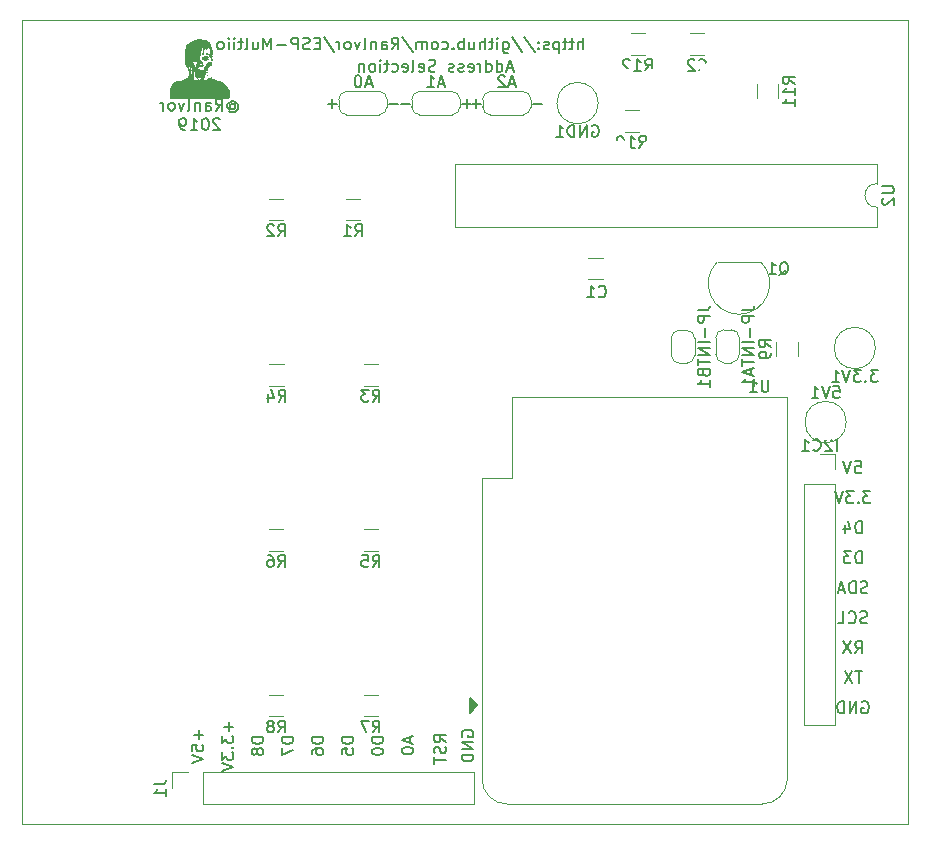
<source format=gbr>
G04 #@! TF.GenerationSoftware,KiCad,Pcbnew,5.1.2-f72e74a~84~ubuntu18.04.1*
G04 #@! TF.CreationDate,2019-06-11T17:55:48+02:00*
G04 #@! TF.ProjectId,ESP-Multiio,4553502d-4d75-46c7-9469-696f2e6b6963,rev?*
G04 #@! TF.SameCoordinates,Original*
G04 #@! TF.FileFunction,Legend,Bot*
G04 #@! TF.FilePolarity,Positive*
%FSLAX46Y46*%
G04 Gerber Fmt 4.6, Leading zero omitted, Abs format (unit mm)*
G04 Created by KiCad (PCBNEW 5.1.2-f72e74a~84~ubuntu18.04.1) date 2019-06-11 17:55:48*
%MOMM*%
%LPD*%
G04 APERTURE LIST*
%ADD10C,0.150000*%
%ADD11C,0.050000*%
%ADD12C,0.120000*%
%ADD13C,0.010000*%
%ADD14O,4.102000X5.102000*%
%ADD15C,0.100000*%
%ADD16C,1.527000*%
%ADD17O,2.102000X1.702000*%
%ADD18R,2.102000X2.102000*%
%ADD19C,1.902000*%
%ADD20R,1.902000X1.902000*%
%ADD21O,1.422800X2.743600*%
%ADD22R,1.152000X1.602000*%
%ADD23O,1.152000X1.602000*%
%ADD24O,1.802000X1.802000*%
%ADD25R,1.802000X1.802000*%
%ADD26C,0.500000*%
%ADD27O,1.702000X1.702000*%
%ADD28R,1.702000X1.702000*%
%ADD29C,3.302000*%
%ADD30C,3.102000*%
%ADD31R,1.102000X1.602000*%
G04 APERTURE END LIST*
D10*
X124452380Y-29452380D02*
X124452380Y-28452380D01*
X124023809Y-29452380D02*
X124023809Y-28928571D01*
X124071428Y-28833333D01*
X124166666Y-28785714D01*
X124309523Y-28785714D01*
X124404761Y-28833333D01*
X124452380Y-28880952D01*
X123690476Y-28785714D02*
X123309523Y-28785714D01*
X123547619Y-28452380D02*
X123547619Y-29309523D01*
X123500000Y-29404761D01*
X123404761Y-29452380D01*
X123309523Y-29452380D01*
X123119047Y-28785714D02*
X122738095Y-28785714D01*
X122976190Y-28452380D02*
X122976190Y-29309523D01*
X122928571Y-29404761D01*
X122833333Y-29452380D01*
X122738095Y-29452380D01*
X122404761Y-28785714D02*
X122404761Y-29785714D01*
X122404761Y-28833333D02*
X122309523Y-28785714D01*
X122119047Y-28785714D01*
X122023809Y-28833333D01*
X121976190Y-28880952D01*
X121928571Y-28976190D01*
X121928571Y-29261904D01*
X121976190Y-29357142D01*
X122023809Y-29404761D01*
X122119047Y-29452380D01*
X122309523Y-29452380D01*
X122404761Y-29404761D01*
X121547619Y-29404761D02*
X121452380Y-29452380D01*
X121261904Y-29452380D01*
X121166666Y-29404761D01*
X121119047Y-29309523D01*
X121119047Y-29261904D01*
X121166666Y-29166666D01*
X121261904Y-29119047D01*
X121404761Y-29119047D01*
X121500000Y-29071428D01*
X121547619Y-28976190D01*
X121547619Y-28928571D01*
X121500000Y-28833333D01*
X121404761Y-28785714D01*
X121261904Y-28785714D01*
X121166666Y-28833333D01*
X120690476Y-29357142D02*
X120642857Y-29404761D01*
X120690476Y-29452380D01*
X120738095Y-29404761D01*
X120690476Y-29357142D01*
X120690476Y-29452380D01*
X120690476Y-28833333D02*
X120642857Y-28880952D01*
X120690476Y-28928571D01*
X120738095Y-28880952D01*
X120690476Y-28833333D01*
X120690476Y-28928571D01*
X119500000Y-28404761D02*
X120357142Y-29690476D01*
X118452380Y-28404761D02*
X119309523Y-29690476D01*
X117690476Y-28785714D02*
X117690476Y-29595238D01*
X117738095Y-29690476D01*
X117785714Y-29738095D01*
X117880952Y-29785714D01*
X118023809Y-29785714D01*
X118119047Y-29738095D01*
X117690476Y-29404761D02*
X117785714Y-29452380D01*
X117976190Y-29452380D01*
X118071428Y-29404761D01*
X118119047Y-29357142D01*
X118166666Y-29261904D01*
X118166666Y-28976190D01*
X118119047Y-28880952D01*
X118071428Y-28833333D01*
X117976190Y-28785714D01*
X117785714Y-28785714D01*
X117690476Y-28833333D01*
X117214285Y-29452380D02*
X117214285Y-28785714D01*
X117214285Y-28452380D02*
X117261904Y-28500000D01*
X117214285Y-28547619D01*
X117166666Y-28500000D01*
X117214285Y-28452380D01*
X117214285Y-28547619D01*
X116880952Y-28785714D02*
X116500000Y-28785714D01*
X116738095Y-28452380D02*
X116738095Y-29309523D01*
X116690476Y-29404761D01*
X116595238Y-29452380D01*
X116500000Y-29452380D01*
X116166666Y-29452380D02*
X116166666Y-28452380D01*
X115738095Y-29452380D02*
X115738095Y-28928571D01*
X115785714Y-28833333D01*
X115880952Y-28785714D01*
X116023809Y-28785714D01*
X116119047Y-28833333D01*
X116166666Y-28880952D01*
X114833333Y-28785714D02*
X114833333Y-29452380D01*
X115261904Y-28785714D02*
X115261904Y-29309523D01*
X115214285Y-29404761D01*
X115119047Y-29452380D01*
X114976190Y-29452380D01*
X114880952Y-29404761D01*
X114833333Y-29357142D01*
X114357142Y-29452380D02*
X114357142Y-28452380D01*
X114357142Y-28833333D02*
X114261904Y-28785714D01*
X114071428Y-28785714D01*
X113976190Y-28833333D01*
X113928571Y-28880952D01*
X113880952Y-28976190D01*
X113880952Y-29261904D01*
X113928571Y-29357142D01*
X113976190Y-29404761D01*
X114071428Y-29452380D01*
X114261904Y-29452380D01*
X114357142Y-29404761D01*
X113452380Y-29357142D02*
X113404761Y-29404761D01*
X113452380Y-29452380D01*
X113500000Y-29404761D01*
X113452380Y-29357142D01*
X113452380Y-29452380D01*
X112547619Y-29404761D02*
X112642857Y-29452380D01*
X112833333Y-29452380D01*
X112928571Y-29404761D01*
X112976190Y-29357142D01*
X113023809Y-29261904D01*
X113023809Y-28976190D01*
X112976190Y-28880952D01*
X112928571Y-28833333D01*
X112833333Y-28785714D01*
X112642857Y-28785714D01*
X112547619Y-28833333D01*
X111976190Y-29452380D02*
X112071428Y-29404761D01*
X112119047Y-29357142D01*
X112166666Y-29261904D01*
X112166666Y-28976190D01*
X112119047Y-28880952D01*
X112071428Y-28833333D01*
X111976190Y-28785714D01*
X111833333Y-28785714D01*
X111738095Y-28833333D01*
X111690476Y-28880952D01*
X111642857Y-28976190D01*
X111642857Y-29261904D01*
X111690476Y-29357142D01*
X111738095Y-29404761D01*
X111833333Y-29452380D01*
X111976190Y-29452380D01*
X111214285Y-29452380D02*
X111214285Y-28785714D01*
X111214285Y-28880952D02*
X111166666Y-28833333D01*
X111071428Y-28785714D01*
X110928571Y-28785714D01*
X110833333Y-28833333D01*
X110785714Y-28928571D01*
X110785714Y-29452380D01*
X110785714Y-28928571D02*
X110738095Y-28833333D01*
X110642857Y-28785714D01*
X110500000Y-28785714D01*
X110404761Y-28833333D01*
X110357142Y-28928571D01*
X110357142Y-29452380D01*
X109166666Y-28404761D02*
X110023809Y-29690476D01*
X108261904Y-29452380D02*
X108595238Y-28976190D01*
X108833333Y-29452380D02*
X108833333Y-28452380D01*
X108452380Y-28452380D01*
X108357142Y-28500000D01*
X108309523Y-28547619D01*
X108261904Y-28642857D01*
X108261904Y-28785714D01*
X108309523Y-28880952D01*
X108357142Y-28928571D01*
X108452380Y-28976190D01*
X108833333Y-28976190D01*
X107404761Y-29452380D02*
X107404761Y-28928571D01*
X107452380Y-28833333D01*
X107547619Y-28785714D01*
X107738095Y-28785714D01*
X107833333Y-28833333D01*
X107404761Y-29404761D02*
X107500000Y-29452380D01*
X107738095Y-29452380D01*
X107833333Y-29404761D01*
X107880952Y-29309523D01*
X107880952Y-29214285D01*
X107833333Y-29119047D01*
X107738095Y-29071428D01*
X107500000Y-29071428D01*
X107404761Y-29023809D01*
X106928571Y-28785714D02*
X106928571Y-29452380D01*
X106928571Y-28880952D02*
X106880952Y-28833333D01*
X106785714Y-28785714D01*
X106642857Y-28785714D01*
X106547619Y-28833333D01*
X106500000Y-28928571D01*
X106500000Y-29452380D01*
X105880952Y-29452380D02*
X105976190Y-29404761D01*
X106023809Y-29309523D01*
X106023809Y-28452380D01*
X105595238Y-28785714D02*
X105357142Y-29452380D01*
X105119047Y-28785714D01*
X104595238Y-29452380D02*
X104690476Y-29404761D01*
X104738095Y-29357142D01*
X104785714Y-29261904D01*
X104785714Y-28976190D01*
X104738095Y-28880952D01*
X104690476Y-28833333D01*
X104595238Y-28785714D01*
X104452380Y-28785714D01*
X104357142Y-28833333D01*
X104309523Y-28880952D01*
X104261904Y-28976190D01*
X104261904Y-29261904D01*
X104309523Y-29357142D01*
X104357142Y-29404761D01*
X104452380Y-29452380D01*
X104595238Y-29452380D01*
X103833333Y-29452380D02*
X103833333Y-28785714D01*
X103833333Y-28976190D02*
X103785714Y-28880952D01*
X103738095Y-28833333D01*
X103642857Y-28785714D01*
X103547619Y-28785714D01*
X102500000Y-28404761D02*
X103357142Y-29690476D01*
X102166666Y-28928571D02*
X101833333Y-28928571D01*
X101690476Y-29452380D02*
X102166666Y-29452380D01*
X102166666Y-28452380D01*
X101690476Y-28452380D01*
X101309523Y-29404761D02*
X101166666Y-29452380D01*
X100928571Y-29452380D01*
X100833333Y-29404761D01*
X100785714Y-29357142D01*
X100738095Y-29261904D01*
X100738095Y-29166666D01*
X100785714Y-29071428D01*
X100833333Y-29023809D01*
X100928571Y-28976190D01*
X101119047Y-28928571D01*
X101214285Y-28880952D01*
X101261904Y-28833333D01*
X101309523Y-28738095D01*
X101309523Y-28642857D01*
X101261904Y-28547619D01*
X101214285Y-28500000D01*
X101119047Y-28452380D01*
X100880952Y-28452380D01*
X100738095Y-28500000D01*
X100309523Y-29452380D02*
X100309523Y-28452380D01*
X99928571Y-28452380D01*
X99833333Y-28500000D01*
X99785714Y-28547619D01*
X99738095Y-28642857D01*
X99738095Y-28785714D01*
X99785714Y-28880952D01*
X99833333Y-28928571D01*
X99928571Y-28976190D01*
X100309523Y-28976190D01*
X99309523Y-29071428D02*
X98547619Y-29071428D01*
X98071428Y-29452380D02*
X98071428Y-28452380D01*
X97738095Y-29166666D01*
X97404761Y-28452380D01*
X97404761Y-29452380D01*
X96500000Y-28785714D02*
X96500000Y-29452380D01*
X96928571Y-28785714D02*
X96928571Y-29309523D01*
X96880952Y-29404761D01*
X96785714Y-29452380D01*
X96642857Y-29452380D01*
X96547619Y-29404761D01*
X96500000Y-29357142D01*
X95880952Y-29452380D02*
X95976190Y-29404761D01*
X96023809Y-29309523D01*
X96023809Y-28452380D01*
X95642857Y-28785714D02*
X95261904Y-28785714D01*
X95500000Y-28452380D02*
X95500000Y-29309523D01*
X95452380Y-29404761D01*
X95357142Y-29452380D01*
X95261904Y-29452380D01*
X94928571Y-29452380D02*
X94928571Y-28785714D01*
X94928571Y-28452380D02*
X94976190Y-28500000D01*
X94928571Y-28547619D01*
X94880952Y-28500000D01*
X94928571Y-28452380D01*
X94928571Y-28547619D01*
X94452380Y-29452380D02*
X94452380Y-28785714D01*
X94452380Y-28452380D02*
X94500000Y-28500000D01*
X94452380Y-28547619D01*
X94404761Y-28500000D01*
X94452380Y-28452380D01*
X94452380Y-28547619D01*
X93833333Y-29452380D02*
X93928571Y-29404761D01*
X93976190Y-29357142D01*
X94023809Y-29261904D01*
X94023809Y-28976190D01*
X93976190Y-28880952D01*
X93928571Y-28833333D01*
X93833333Y-28785714D01*
X93690476Y-28785714D01*
X93595238Y-28833333D01*
X93547619Y-28880952D01*
X93500000Y-28976190D01*
X93500000Y-29261904D01*
X93547619Y-29357142D01*
X93595238Y-29404761D01*
X93690476Y-29452380D01*
X93833333Y-29452380D01*
X94595238Y-34151190D02*
X94642857Y-34103571D01*
X94738095Y-34055952D01*
X94833333Y-34055952D01*
X94928571Y-34103571D01*
X94976190Y-34151190D01*
X95023809Y-34246428D01*
X95023809Y-34341666D01*
X94976190Y-34436904D01*
X94928571Y-34484523D01*
X94833333Y-34532142D01*
X94738095Y-34532142D01*
X94642857Y-34484523D01*
X94595238Y-34436904D01*
X94595238Y-34055952D02*
X94595238Y-34436904D01*
X94547619Y-34484523D01*
X94500000Y-34484523D01*
X94404761Y-34436904D01*
X94357142Y-34341666D01*
X94357142Y-34103571D01*
X94452380Y-33960714D01*
X94595238Y-33865476D01*
X94785714Y-33817857D01*
X94976190Y-33865476D01*
X95119047Y-33960714D01*
X95214285Y-34103571D01*
X95261904Y-34294047D01*
X95214285Y-34484523D01*
X95119047Y-34627380D01*
X94976190Y-34722619D01*
X94785714Y-34770238D01*
X94595238Y-34722619D01*
X94452380Y-34627380D01*
X93357142Y-34627380D02*
X93690476Y-34151190D01*
X93928571Y-34627380D02*
X93928571Y-33627380D01*
X93547619Y-33627380D01*
X93452380Y-33675000D01*
X93404761Y-33722619D01*
X93357142Y-33817857D01*
X93357142Y-33960714D01*
X93404761Y-34055952D01*
X93452380Y-34103571D01*
X93547619Y-34151190D01*
X93928571Y-34151190D01*
X92500000Y-34627380D02*
X92500000Y-34103571D01*
X92547619Y-34008333D01*
X92642857Y-33960714D01*
X92833333Y-33960714D01*
X92928571Y-34008333D01*
X92500000Y-34579761D02*
X92595238Y-34627380D01*
X92833333Y-34627380D01*
X92928571Y-34579761D01*
X92976190Y-34484523D01*
X92976190Y-34389285D01*
X92928571Y-34294047D01*
X92833333Y-34246428D01*
X92595238Y-34246428D01*
X92500000Y-34198809D01*
X92023809Y-33960714D02*
X92023809Y-34627380D01*
X92023809Y-34055952D02*
X91976190Y-34008333D01*
X91880952Y-33960714D01*
X91738095Y-33960714D01*
X91642857Y-34008333D01*
X91595238Y-34103571D01*
X91595238Y-34627380D01*
X90976190Y-34627380D02*
X91071428Y-34579761D01*
X91119047Y-34484523D01*
X91119047Y-33627380D01*
X90690476Y-33960714D02*
X90452380Y-34627380D01*
X90214285Y-33960714D01*
X89690476Y-34627380D02*
X89785714Y-34579761D01*
X89833333Y-34532142D01*
X89880952Y-34436904D01*
X89880952Y-34151190D01*
X89833333Y-34055952D01*
X89785714Y-34008333D01*
X89690476Y-33960714D01*
X89547619Y-33960714D01*
X89452380Y-34008333D01*
X89404761Y-34055952D01*
X89357142Y-34151190D01*
X89357142Y-34436904D01*
X89404761Y-34532142D01*
X89452380Y-34579761D01*
X89547619Y-34627380D01*
X89690476Y-34627380D01*
X88928571Y-34627380D02*
X88928571Y-33960714D01*
X88928571Y-34151190D02*
X88880952Y-34055952D01*
X88833333Y-34008333D01*
X88738095Y-33960714D01*
X88642857Y-33960714D01*
X93714285Y-35372619D02*
X93666666Y-35325000D01*
X93571428Y-35277380D01*
X93333333Y-35277380D01*
X93238095Y-35325000D01*
X93190476Y-35372619D01*
X93142857Y-35467857D01*
X93142857Y-35563095D01*
X93190476Y-35705952D01*
X93761904Y-36277380D01*
X93142857Y-36277380D01*
X92523809Y-35277380D02*
X92428571Y-35277380D01*
X92333333Y-35325000D01*
X92285714Y-35372619D01*
X92238095Y-35467857D01*
X92190476Y-35658333D01*
X92190476Y-35896428D01*
X92238095Y-36086904D01*
X92285714Y-36182142D01*
X92333333Y-36229761D01*
X92428571Y-36277380D01*
X92523809Y-36277380D01*
X92619047Y-36229761D01*
X92666666Y-36182142D01*
X92714285Y-36086904D01*
X92761904Y-35896428D01*
X92761904Y-35658333D01*
X92714285Y-35467857D01*
X92666666Y-35372619D01*
X92619047Y-35325000D01*
X92523809Y-35277380D01*
X91238095Y-36277380D02*
X91809523Y-36277380D01*
X91523809Y-36277380D02*
X91523809Y-35277380D01*
X91619047Y-35420238D01*
X91714285Y-35515476D01*
X91809523Y-35563095D01*
X90761904Y-36277380D02*
X90571428Y-36277380D01*
X90476190Y-36229761D01*
X90428571Y-36182142D01*
X90333333Y-36039285D01*
X90285714Y-35848809D01*
X90285714Y-35467857D01*
X90333333Y-35372619D01*
X90380952Y-35325000D01*
X90476190Y-35277380D01*
X90666666Y-35277380D01*
X90761904Y-35325000D01*
X90809523Y-35372619D01*
X90857142Y-35467857D01*
X90857142Y-35705952D01*
X90809523Y-35801190D01*
X90761904Y-35848809D01*
X90666666Y-35896428D01*
X90476190Y-35896428D01*
X90380952Y-35848809D01*
X90333333Y-35801190D01*
X90285714Y-35705952D01*
X112852380Y-88102380D02*
X112376190Y-87769047D01*
X112852380Y-87530952D02*
X111852380Y-87530952D01*
X111852380Y-87911904D01*
X111900000Y-88007142D01*
X111947619Y-88054761D01*
X112042857Y-88102380D01*
X112185714Y-88102380D01*
X112280952Y-88054761D01*
X112328571Y-88007142D01*
X112376190Y-87911904D01*
X112376190Y-87530952D01*
X112804761Y-88483333D02*
X112852380Y-88626190D01*
X112852380Y-88864285D01*
X112804761Y-88959523D01*
X112757142Y-89007142D01*
X112661904Y-89054761D01*
X112566666Y-89054761D01*
X112471428Y-89007142D01*
X112423809Y-88959523D01*
X112376190Y-88864285D01*
X112328571Y-88673809D01*
X112280952Y-88578571D01*
X112233333Y-88530952D01*
X112138095Y-88483333D01*
X112042857Y-88483333D01*
X111947619Y-88530952D01*
X111900000Y-88578571D01*
X111852380Y-88673809D01*
X111852380Y-88911904D01*
X111900000Y-89054761D01*
X111852380Y-89340476D02*
X111852380Y-89911904D01*
X112852380Y-89626190D02*
X111852380Y-89626190D01*
X148081904Y-84700000D02*
X148177142Y-84652380D01*
X148320000Y-84652380D01*
X148462857Y-84700000D01*
X148558095Y-84795238D01*
X148605714Y-84890476D01*
X148653333Y-85080952D01*
X148653333Y-85223809D01*
X148605714Y-85414285D01*
X148558095Y-85509523D01*
X148462857Y-85604761D01*
X148320000Y-85652380D01*
X148224761Y-85652380D01*
X148081904Y-85604761D01*
X148034285Y-85557142D01*
X148034285Y-85223809D01*
X148224761Y-85223809D01*
X147605714Y-85652380D02*
X147605714Y-84652380D01*
X147034285Y-85652380D01*
X147034285Y-84652380D01*
X146558095Y-85652380D02*
X146558095Y-84652380D01*
X146320000Y-84652380D01*
X146177142Y-84700000D01*
X146081904Y-84795238D01*
X146034285Y-84890476D01*
X145986666Y-85080952D01*
X145986666Y-85223809D01*
X146034285Y-85414285D01*
X146081904Y-85509523D01*
X146177142Y-85604761D01*
X146320000Y-85652380D01*
X146558095Y-85652380D01*
X148081904Y-82112380D02*
X147510476Y-82112380D01*
X147796190Y-83112380D02*
X147796190Y-82112380D01*
X147272380Y-82112380D02*
X146605714Y-83112380D01*
X146605714Y-82112380D02*
X147272380Y-83112380D01*
X147486666Y-80572380D02*
X147820000Y-80096190D01*
X148058095Y-80572380D02*
X148058095Y-79572380D01*
X147677142Y-79572380D01*
X147581904Y-79620000D01*
X147534285Y-79667619D01*
X147486666Y-79762857D01*
X147486666Y-79905714D01*
X147534285Y-80000952D01*
X147581904Y-80048571D01*
X147677142Y-80096190D01*
X148058095Y-80096190D01*
X147153333Y-79572380D02*
X146486666Y-80572380D01*
X146486666Y-79572380D02*
X147153333Y-80572380D01*
X148510476Y-77984761D02*
X148367619Y-78032380D01*
X148129523Y-78032380D01*
X148034285Y-77984761D01*
X147986666Y-77937142D01*
X147939047Y-77841904D01*
X147939047Y-77746666D01*
X147986666Y-77651428D01*
X148034285Y-77603809D01*
X148129523Y-77556190D01*
X148320000Y-77508571D01*
X148415238Y-77460952D01*
X148462857Y-77413333D01*
X148510476Y-77318095D01*
X148510476Y-77222857D01*
X148462857Y-77127619D01*
X148415238Y-77080000D01*
X148320000Y-77032380D01*
X148081904Y-77032380D01*
X147939047Y-77080000D01*
X146939047Y-77937142D02*
X146986666Y-77984761D01*
X147129523Y-78032380D01*
X147224761Y-78032380D01*
X147367619Y-77984761D01*
X147462857Y-77889523D01*
X147510476Y-77794285D01*
X147558095Y-77603809D01*
X147558095Y-77460952D01*
X147510476Y-77270476D01*
X147462857Y-77175238D01*
X147367619Y-77080000D01*
X147224761Y-77032380D01*
X147129523Y-77032380D01*
X146986666Y-77080000D01*
X146939047Y-77127619D01*
X146034285Y-78032380D02*
X146510476Y-78032380D01*
X146510476Y-77032380D01*
X148534285Y-75444761D02*
X148391428Y-75492380D01*
X148153333Y-75492380D01*
X148058095Y-75444761D01*
X148010476Y-75397142D01*
X147962857Y-75301904D01*
X147962857Y-75206666D01*
X148010476Y-75111428D01*
X148058095Y-75063809D01*
X148153333Y-75016190D01*
X148343809Y-74968571D01*
X148439047Y-74920952D01*
X148486666Y-74873333D01*
X148534285Y-74778095D01*
X148534285Y-74682857D01*
X148486666Y-74587619D01*
X148439047Y-74540000D01*
X148343809Y-74492380D01*
X148105714Y-74492380D01*
X147962857Y-74540000D01*
X147534285Y-75492380D02*
X147534285Y-74492380D01*
X147296190Y-74492380D01*
X147153333Y-74540000D01*
X147058095Y-74635238D01*
X147010476Y-74730476D01*
X146962857Y-74920952D01*
X146962857Y-75063809D01*
X147010476Y-75254285D01*
X147058095Y-75349523D01*
X147153333Y-75444761D01*
X147296190Y-75492380D01*
X147534285Y-75492380D01*
X146581904Y-75206666D02*
X146105714Y-75206666D01*
X146677142Y-75492380D02*
X146343809Y-74492380D01*
X146010476Y-75492380D01*
X148058095Y-72952380D02*
X148058095Y-71952380D01*
X147820000Y-71952380D01*
X147677142Y-72000000D01*
X147581904Y-72095238D01*
X147534285Y-72190476D01*
X147486666Y-72380952D01*
X147486666Y-72523809D01*
X147534285Y-72714285D01*
X147581904Y-72809523D01*
X147677142Y-72904761D01*
X147820000Y-72952380D01*
X148058095Y-72952380D01*
X147153333Y-71952380D02*
X146534285Y-71952380D01*
X146867619Y-72333333D01*
X146724761Y-72333333D01*
X146629523Y-72380952D01*
X146581904Y-72428571D01*
X146534285Y-72523809D01*
X146534285Y-72761904D01*
X146581904Y-72857142D01*
X146629523Y-72904761D01*
X146724761Y-72952380D01*
X147010476Y-72952380D01*
X147105714Y-72904761D01*
X147153333Y-72857142D01*
X148058095Y-70412380D02*
X148058095Y-69412380D01*
X147820000Y-69412380D01*
X147677142Y-69460000D01*
X147581904Y-69555238D01*
X147534285Y-69650476D01*
X147486666Y-69840952D01*
X147486666Y-69983809D01*
X147534285Y-70174285D01*
X147581904Y-70269523D01*
X147677142Y-70364761D01*
X147820000Y-70412380D01*
X148058095Y-70412380D01*
X146629523Y-69745714D02*
X146629523Y-70412380D01*
X146867619Y-69364761D02*
X147105714Y-70079047D01*
X146486666Y-70079047D01*
X148796190Y-66872380D02*
X148177142Y-66872380D01*
X148510476Y-67253333D01*
X148367619Y-67253333D01*
X148272380Y-67300952D01*
X148224761Y-67348571D01*
X148177142Y-67443809D01*
X148177142Y-67681904D01*
X148224761Y-67777142D01*
X148272380Y-67824761D01*
X148367619Y-67872380D01*
X148653333Y-67872380D01*
X148748571Y-67824761D01*
X148796190Y-67777142D01*
X147748571Y-67777142D02*
X147700952Y-67824761D01*
X147748571Y-67872380D01*
X147796190Y-67824761D01*
X147748571Y-67777142D01*
X147748571Y-67872380D01*
X147367619Y-66872380D02*
X146748571Y-66872380D01*
X147081904Y-67253333D01*
X146939047Y-67253333D01*
X146843809Y-67300952D01*
X146796190Y-67348571D01*
X146748571Y-67443809D01*
X146748571Y-67681904D01*
X146796190Y-67777142D01*
X146843809Y-67824761D01*
X146939047Y-67872380D01*
X147224761Y-67872380D01*
X147320000Y-67824761D01*
X147367619Y-67777142D01*
X146462857Y-66872380D02*
X146129523Y-67872380D01*
X145796190Y-66872380D01*
X147510476Y-64332380D02*
X147986666Y-64332380D01*
X148034285Y-64808571D01*
X147986666Y-64760952D01*
X147891428Y-64713333D01*
X147653333Y-64713333D01*
X147558095Y-64760952D01*
X147510476Y-64808571D01*
X147462857Y-64903809D01*
X147462857Y-65141904D01*
X147510476Y-65237142D01*
X147558095Y-65284761D01*
X147653333Y-65332380D01*
X147891428Y-65332380D01*
X147986666Y-65284761D01*
X148034285Y-65237142D01*
X147177142Y-64332380D02*
X146843809Y-65332380D01*
X146510476Y-64332380D01*
X91931428Y-87114285D02*
X91931428Y-87876190D01*
X92312380Y-87495238D02*
X91550476Y-87495238D01*
X91312380Y-88828571D02*
X91312380Y-88352380D01*
X91788571Y-88304761D01*
X91740952Y-88352380D01*
X91693333Y-88447619D01*
X91693333Y-88685714D01*
X91740952Y-88780952D01*
X91788571Y-88828571D01*
X91883809Y-88876190D01*
X92121904Y-88876190D01*
X92217142Y-88828571D01*
X92264761Y-88780952D01*
X92312380Y-88685714D01*
X92312380Y-88447619D01*
X92264761Y-88352380D01*
X92217142Y-88304761D01*
X91312380Y-89161904D02*
X92312380Y-89495238D01*
X91312380Y-89828571D01*
X114220000Y-87638095D02*
X114172380Y-87542857D01*
X114172380Y-87400000D01*
X114220000Y-87257142D01*
X114315238Y-87161904D01*
X114410476Y-87114285D01*
X114600952Y-87066666D01*
X114743809Y-87066666D01*
X114934285Y-87114285D01*
X115029523Y-87161904D01*
X115124761Y-87257142D01*
X115172380Y-87400000D01*
X115172380Y-87495238D01*
X115124761Y-87638095D01*
X115077142Y-87685714D01*
X114743809Y-87685714D01*
X114743809Y-87495238D01*
X115172380Y-88114285D02*
X114172380Y-88114285D01*
X115172380Y-88685714D01*
X114172380Y-88685714D01*
X115172380Y-89161904D02*
X114172380Y-89161904D01*
X114172380Y-89400000D01*
X114220000Y-89542857D01*
X114315238Y-89638095D01*
X114410476Y-89685714D01*
X114600952Y-89733333D01*
X114743809Y-89733333D01*
X114934285Y-89685714D01*
X115029523Y-89638095D01*
X115124761Y-89542857D01*
X115172380Y-89400000D01*
X115172380Y-89161904D01*
X109806666Y-87685714D02*
X109806666Y-88161904D01*
X110092380Y-87590476D02*
X109092380Y-87923809D01*
X110092380Y-88257142D01*
X109092380Y-88780952D02*
X109092380Y-88876190D01*
X109140000Y-88971428D01*
X109187619Y-89019047D01*
X109282857Y-89066666D01*
X109473333Y-89114285D01*
X109711428Y-89114285D01*
X109901904Y-89066666D01*
X109997142Y-89019047D01*
X110044761Y-88971428D01*
X110092380Y-88876190D01*
X110092380Y-88780952D01*
X110044761Y-88685714D01*
X109997142Y-88638095D01*
X109901904Y-88590476D01*
X109711428Y-88542857D01*
X109473333Y-88542857D01*
X109282857Y-88590476D01*
X109187619Y-88638095D01*
X109140000Y-88685714D01*
X109092380Y-88780952D01*
X107552380Y-87661904D02*
X106552380Y-87661904D01*
X106552380Y-87900000D01*
X106600000Y-88042857D01*
X106695238Y-88138095D01*
X106790476Y-88185714D01*
X106980952Y-88233333D01*
X107123809Y-88233333D01*
X107314285Y-88185714D01*
X107409523Y-88138095D01*
X107504761Y-88042857D01*
X107552380Y-87900000D01*
X107552380Y-87661904D01*
X106552380Y-88852380D02*
X106552380Y-88947619D01*
X106600000Y-89042857D01*
X106647619Y-89090476D01*
X106742857Y-89138095D01*
X106933333Y-89185714D01*
X107171428Y-89185714D01*
X107361904Y-89138095D01*
X107457142Y-89090476D01*
X107504761Y-89042857D01*
X107552380Y-88947619D01*
X107552380Y-88852380D01*
X107504761Y-88757142D01*
X107457142Y-88709523D01*
X107361904Y-88661904D01*
X107171428Y-88614285D01*
X106933333Y-88614285D01*
X106742857Y-88661904D01*
X106647619Y-88709523D01*
X106600000Y-88757142D01*
X106552380Y-88852380D01*
X105012380Y-87661904D02*
X104012380Y-87661904D01*
X104012380Y-87900000D01*
X104060000Y-88042857D01*
X104155238Y-88138095D01*
X104250476Y-88185714D01*
X104440952Y-88233333D01*
X104583809Y-88233333D01*
X104774285Y-88185714D01*
X104869523Y-88138095D01*
X104964761Y-88042857D01*
X105012380Y-87900000D01*
X105012380Y-87661904D01*
X104012380Y-89138095D02*
X104012380Y-88661904D01*
X104488571Y-88614285D01*
X104440952Y-88661904D01*
X104393333Y-88757142D01*
X104393333Y-88995238D01*
X104440952Y-89090476D01*
X104488571Y-89138095D01*
X104583809Y-89185714D01*
X104821904Y-89185714D01*
X104917142Y-89138095D01*
X104964761Y-89090476D01*
X105012380Y-88995238D01*
X105012380Y-88757142D01*
X104964761Y-88661904D01*
X104917142Y-88614285D01*
X102472380Y-87661904D02*
X101472380Y-87661904D01*
X101472380Y-87900000D01*
X101520000Y-88042857D01*
X101615238Y-88138095D01*
X101710476Y-88185714D01*
X101900952Y-88233333D01*
X102043809Y-88233333D01*
X102234285Y-88185714D01*
X102329523Y-88138095D01*
X102424761Y-88042857D01*
X102472380Y-87900000D01*
X102472380Y-87661904D01*
X101472380Y-89090476D02*
X101472380Y-88900000D01*
X101520000Y-88804761D01*
X101567619Y-88757142D01*
X101710476Y-88661904D01*
X101900952Y-88614285D01*
X102281904Y-88614285D01*
X102377142Y-88661904D01*
X102424761Y-88709523D01*
X102472380Y-88804761D01*
X102472380Y-88995238D01*
X102424761Y-89090476D01*
X102377142Y-89138095D01*
X102281904Y-89185714D01*
X102043809Y-89185714D01*
X101948571Y-89138095D01*
X101900952Y-89090476D01*
X101853333Y-88995238D01*
X101853333Y-88804761D01*
X101900952Y-88709523D01*
X101948571Y-88661904D01*
X102043809Y-88614285D01*
X99932380Y-87661904D02*
X98932380Y-87661904D01*
X98932380Y-87900000D01*
X98980000Y-88042857D01*
X99075238Y-88138095D01*
X99170476Y-88185714D01*
X99360952Y-88233333D01*
X99503809Y-88233333D01*
X99694285Y-88185714D01*
X99789523Y-88138095D01*
X99884761Y-88042857D01*
X99932380Y-87900000D01*
X99932380Y-87661904D01*
X98932380Y-88566666D02*
X98932380Y-89233333D01*
X99932380Y-88804761D01*
X94471428Y-86400000D02*
X94471428Y-87161904D01*
X94852380Y-86780952D02*
X94090476Y-86780952D01*
X93852380Y-87542857D02*
X93852380Y-88161904D01*
X94233333Y-87828571D01*
X94233333Y-87971428D01*
X94280952Y-88066666D01*
X94328571Y-88114285D01*
X94423809Y-88161904D01*
X94661904Y-88161904D01*
X94757142Y-88114285D01*
X94804761Y-88066666D01*
X94852380Y-87971428D01*
X94852380Y-87685714D01*
X94804761Y-87590476D01*
X94757142Y-87542857D01*
X94757142Y-88590476D02*
X94804761Y-88638095D01*
X94852380Y-88590476D01*
X94804761Y-88542857D01*
X94757142Y-88590476D01*
X94852380Y-88590476D01*
X93852380Y-88971428D02*
X93852380Y-89590476D01*
X94233333Y-89257142D01*
X94233333Y-89400000D01*
X94280952Y-89495238D01*
X94328571Y-89542857D01*
X94423809Y-89590476D01*
X94661904Y-89590476D01*
X94757142Y-89542857D01*
X94804761Y-89495238D01*
X94852380Y-89400000D01*
X94852380Y-89114285D01*
X94804761Y-89019047D01*
X94757142Y-88971428D01*
X93852380Y-89876190D02*
X94852380Y-90209523D01*
X93852380Y-90542857D01*
X97392380Y-87661904D02*
X96392380Y-87661904D01*
X96392380Y-87900000D01*
X96440000Y-88042857D01*
X96535238Y-88138095D01*
X96630476Y-88185714D01*
X96820952Y-88233333D01*
X96963809Y-88233333D01*
X97154285Y-88185714D01*
X97249523Y-88138095D01*
X97344761Y-88042857D01*
X97392380Y-87900000D01*
X97392380Y-87661904D01*
X96820952Y-88804761D02*
X96773333Y-88709523D01*
X96725714Y-88661904D01*
X96630476Y-88614285D01*
X96582857Y-88614285D01*
X96487619Y-88661904D01*
X96440000Y-88709523D01*
X96392380Y-88804761D01*
X96392380Y-88995238D01*
X96440000Y-89090476D01*
X96487619Y-89138095D01*
X96582857Y-89185714D01*
X96630476Y-89185714D01*
X96725714Y-89138095D01*
X96773333Y-89090476D01*
X96820952Y-88995238D01*
X96820952Y-88804761D01*
X96868571Y-88709523D01*
X96916190Y-88661904D01*
X97011428Y-88614285D01*
X97201904Y-88614285D01*
X97297142Y-88661904D01*
X97344761Y-88709523D01*
X97392380Y-88804761D01*
X97392380Y-88995238D01*
X97344761Y-89090476D01*
X97297142Y-89138095D01*
X97201904Y-89185714D01*
X97011428Y-89185714D01*
X96916190Y-89138095D01*
X96868571Y-89090476D01*
X96820952Y-88995238D01*
X118487009Y-31053066D02*
X118010819Y-31053066D01*
X118582247Y-31338780D02*
X118248914Y-30338780D01*
X117915580Y-31338780D01*
X117153676Y-31338780D02*
X117153676Y-30338780D01*
X117153676Y-31291161D02*
X117248914Y-31338780D01*
X117439390Y-31338780D01*
X117534628Y-31291161D01*
X117582247Y-31243542D01*
X117629866Y-31148304D01*
X117629866Y-30862590D01*
X117582247Y-30767352D01*
X117534628Y-30719733D01*
X117439390Y-30672114D01*
X117248914Y-30672114D01*
X117153676Y-30719733D01*
X116248914Y-31338780D02*
X116248914Y-30338780D01*
X116248914Y-31291161D02*
X116344152Y-31338780D01*
X116534628Y-31338780D01*
X116629866Y-31291161D01*
X116677485Y-31243542D01*
X116725104Y-31148304D01*
X116725104Y-30862590D01*
X116677485Y-30767352D01*
X116629866Y-30719733D01*
X116534628Y-30672114D01*
X116344152Y-30672114D01*
X116248914Y-30719733D01*
X115772723Y-31338780D02*
X115772723Y-30672114D01*
X115772723Y-30862590D02*
X115725104Y-30767352D01*
X115677485Y-30719733D01*
X115582247Y-30672114D01*
X115487009Y-30672114D01*
X114772723Y-31291161D02*
X114867961Y-31338780D01*
X115058438Y-31338780D01*
X115153676Y-31291161D01*
X115201295Y-31195923D01*
X115201295Y-30814971D01*
X115153676Y-30719733D01*
X115058438Y-30672114D01*
X114867961Y-30672114D01*
X114772723Y-30719733D01*
X114725104Y-30814971D01*
X114725104Y-30910209D01*
X115201295Y-31005447D01*
X114344152Y-31291161D02*
X114248914Y-31338780D01*
X114058438Y-31338780D01*
X113963200Y-31291161D01*
X113915580Y-31195923D01*
X113915580Y-31148304D01*
X113963200Y-31053066D01*
X114058438Y-31005447D01*
X114201295Y-31005447D01*
X114296533Y-30957828D01*
X114344152Y-30862590D01*
X114344152Y-30814971D01*
X114296533Y-30719733D01*
X114201295Y-30672114D01*
X114058438Y-30672114D01*
X113963200Y-30719733D01*
X113534628Y-31291161D02*
X113439390Y-31338780D01*
X113248914Y-31338780D01*
X113153676Y-31291161D01*
X113106057Y-31195923D01*
X113106057Y-31148304D01*
X113153676Y-31053066D01*
X113248914Y-31005447D01*
X113391771Y-31005447D01*
X113487009Y-30957828D01*
X113534628Y-30862590D01*
X113534628Y-30814971D01*
X113487009Y-30719733D01*
X113391771Y-30672114D01*
X113248914Y-30672114D01*
X113153676Y-30719733D01*
X111963200Y-31291161D02*
X111820342Y-31338780D01*
X111582247Y-31338780D01*
X111487009Y-31291161D01*
X111439390Y-31243542D01*
X111391771Y-31148304D01*
X111391771Y-31053066D01*
X111439390Y-30957828D01*
X111487009Y-30910209D01*
X111582247Y-30862590D01*
X111772723Y-30814971D01*
X111867961Y-30767352D01*
X111915580Y-30719733D01*
X111963200Y-30624495D01*
X111963200Y-30529257D01*
X111915580Y-30434019D01*
X111867961Y-30386400D01*
X111772723Y-30338780D01*
X111534628Y-30338780D01*
X111391771Y-30386400D01*
X110582247Y-31291161D02*
X110677485Y-31338780D01*
X110867961Y-31338780D01*
X110963200Y-31291161D01*
X111010819Y-31195923D01*
X111010819Y-30814971D01*
X110963200Y-30719733D01*
X110867961Y-30672114D01*
X110677485Y-30672114D01*
X110582247Y-30719733D01*
X110534628Y-30814971D01*
X110534628Y-30910209D01*
X111010819Y-31005447D01*
X109963200Y-31338780D02*
X110058438Y-31291161D01*
X110106057Y-31195923D01*
X110106057Y-30338780D01*
X109201295Y-31291161D02*
X109296533Y-31338780D01*
X109487009Y-31338780D01*
X109582247Y-31291161D01*
X109629866Y-31195923D01*
X109629866Y-30814971D01*
X109582247Y-30719733D01*
X109487009Y-30672114D01*
X109296533Y-30672114D01*
X109201295Y-30719733D01*
X109153676Y-30814971D01*
X109153676Y-30910209D01*
X109629866Y-31005447D01*
X108296533Y-31291161D02*
X108391771Y-31338780D01*
X108582247Y-31338780D01*
X108677485Y-31291161D01*
X108725104Y-31243542D01*
X108772723Y-31148304D01*
X108772723Y-30862590D01*
X108725104Y-30767352D01*
X108677485Y-30719733D01*
X108582247Y-30672114D01*
X108391771Y-30672114D01*
X108296533Y-30719733D01*
X108010819Y-30672114D02*
X107629866Y-30672114D01*
X107867961Y-30338780D02*
X107867961Y-31195923D01*
X107820342Y-31291161D01*
X107725104Y-31338780D01*
X107629866Y-31338780D01*
X107296533Y-31338780D02*
X107296533Y-30672114D01*
X107296533Y-30338780D02*
X107344152Y-30386400D01*
X107296533Y-30434019D01*
X107248914Y-30386400D01*
X107296533Y-30338780D01*
X107296533Y-30434019D01*
X106677485Y-31338780D02*
X106772723Y-31291161D01*
X106820342Y-31243542D01*
X106867961Y-31148304D01*
X106867961Y-30862590D01*
X106820342Y-30767352D01*
X106772723Y-30719733D01*
X106677485Y-30672114D01*
X106534628Y-30672114D01*
X106439390Y-30719733D01*
X106391771Y-30767352D01*
X106344152Y-30862590D01*
X106344152Y-31148304D01*
X106391771Y-31243542D01*
X106439390Y-31291161D01*
X106534628Y-31338780D01*
X106677485Y-31338780D01*
X105915580Y-30672114D02*
X105915580Y-31338780D01*
X105915580Y-30767352D02*
X105867961Y-30719733D01*
X105772723Y-30672114D01*
X105629866Y-30672114D01*
X105534628Y-30719733D01*
X105487009Y-30814971D01*
X105487009Y-31338780D01*
D11*
X152000000Y-95000000D02*
X77000000Y-95000000D01*
X152000000Y-27000000D02*
X152000000Y-95000000D01*
X77000000Y-27000000D02*
X152000000Y-27000000D01*
X77000000Y-27000000D02*
X77000000Y-95000000D01*
D12*
X142642000Y-54225436D02*
X142642000Y-55429564D01*
X140822000Y-54225436D02*
X140822000Y-55429564D01*
X118440000Y-58880000D02*
X141760000Y-58880000D01*
X115900000Y-65780000D02*
X115900000Y-91210000D01*
X141760000Y-58880000D02*
X141760000Y-91210000D01*
X139640000Y-93340000D02*
X118030000Y-93340000D01*
D10*
G36*
X114860000Y-85635000D02*
G01*
X114860000Y-84365000D01*
X115495000Y-85000000D01*
X114860000Y-85635000D01*
G37*
X114860000Y-85635000D02*
X114860000Y-84365000D01*
X115495000Y-85000000D01*
X114860000Y-85635000D01*
D12*
X115900000Y-65780000D02*
X118440000Y-65780000D01*
X118440000Y-65780000D02*
X118440000Y-58880000D01*
X115900000Y-91210000D02*
G75*
G03X118030000Y-93340000I2130000J0D01*
G01*
X139630000Y-93340000D02*
G75*
G03X141760000Y-91210000I0J2130000D01*
G01*
D13*
G36*
X91833095Y-28592664D02*
G01*
X91793833Y-28603955D01*
X91754829Y-28617505D01*
X91722066Y-28626799D01*
X91714250Y-28628352D01*
X91685645Y-28635985D01*
X91674122Y-28641383D01*
X91650382Y-28645359D01*
X91639035Y-28642770D01*
X91612487Y-28643282D01*
X91601398Y-28649298D01*
X91575668Y-28657640D01*
X91562936Y-28655509D01*
X91544972Y-28659127D01*
X91512031Y-28674334D01*
X91469636Y-28697717D01*
X91423307Y-28725862D01*
X91378563Y-28755356D01*
X91340925Y-28782784D01*
X91315913Y-28804734D01*
X91310394Y-28811671D01*
X91291409Y-28823691D01*
X91262769Y-28828299D01*
X91232987Y-28834059D01*
X91225300Y-28847350D01*
X91214806Y-28863065D01*
X91201259Y-28866400D01*
X91177638Y-28875137D01*
X91169990Y-28885235D01*
X91154546Y-28898102D01*
X91144731Y-28897152D01*
X91124446Y-28900551D01*
X91097316Y-28917757D01*
X91091596Y-28922766D01*
X91064250Y-28944156D01*
X91042069Y-28954975D01*
X91039296Y-28955300D01*
X91023601Y-28961203D01*
X91022100Y-28965261D01*
X91012248Y-28977749D01*
X90988117Y-28995240D01*
X90984000Y-28997729D01*
X90958176Y-29019317D01*
X90946034Y-29041938D01*
X90945900Y-29044010D01*
X90937458Y-29073379D01*
X90929460Y-29084567D01*
X90917623Y-29105658D01*
X90904373Y-29142414D01*
X90895898Y-29173470D01*
X90885742Y-29213088D01*
X90877718Y-29231869D01*
X90868899Y-29233869D01*
X90858477Y-29225291D01*
X90846200Y-29208018D01*
X90853939Y-29199737D01*
X90866826Y-29186904D01*
X90868855Y-29168928D01*
X90859001Y-29158616D01*
X90857242Y-29158499D01*
X90843467Y-29169169D01*
X90836391Y-29194184D01*
X90837401Y-29223049D01*
X90846057Y-29243280D01*
X90856511Y-29260962D01*
X90847597Y-29269532D01*
X90847396Y-29269600D01*
X90837290Y-29281503D01*
X90838965Y-29287141D01*
X90838497Y-29306035D01*
X90832475Y-29316196D01*
X90824708Y-29341255D01*
X90827190Y-29355823D01*
X90830135Y-29371340D01*
X90819076Y-29368158D01*
X90808652Y-29366139D01*
X90807418Y-29381840D01*
X90810550Y-29401000D01*
X90813803Y-29426582D01*
X90809657Y-29429518D01*
X90807464Y-29426524D01*
X90789162Y-29414418D01*
X90769135Y-29422469D01*
X90754559Y-29447045D01*
X90752824Y-29454170D01*
X90751921Y-29476522D01*
X90764005Y-29480574D01*
X90768442Y-29479590D01*
X90790704Y-29484570D01*
X90797896Y-29494536D01*
X90798044Y-29510269D01*
X90783773Y-29511435D01*
X90767537Y-29514959D01*
X90764442Y-29536767D01*
X90764668Y-29539500D01*
X90769426Y-29603769D01*
X90773194Y-29679601D01*
X90775960Y-29762836D01*
X90777710Y-29849315D01*
X90778431Y-29934877D01*
X90778110Y-30015363D01*
X90776735Y-30086613D01*
X90774291Y-30144468D01*
X90770766Y-30184767D01*
X90766759Y-30202406D01*
X90759258Y-30230366D01*
X90757479Y-30267577D01*
X90757646Y-30270457D01*
X90756051Y-30302851D01*
X90748154Y-30323194D01*
X90746483Y-30324562D01*
X90738789Y-30339986D01*
X90741325Y-30373116D01*
X90744784Y-30390448D01*
X90753475Y-30435110D01*
X90762813Y-30490652D01*
X90768667Y-30530100D01*
X90777673Y-30594239D01*
X90784642Y-30639441D01*
X90790763Y-30671961D01*
X90797226Y-30698055D01*
X90805222Y-30723979D01*
X90806001Y-30726344D01*
X90818459Y-30755563D01*
X90830444Y-30770780D01*
X90832585Y-30771400D01*
X90841816Y-30782176D01*
X90844520Y-30799975D01*
X90853565Y-30828250D01*
X90875144Y-30857371D01*
X90876270Y-30858457D01*
X90897652Y-30881770D01*
X90907692Y-30898687D01*
X90907800Y-30899732D01*
X90918411Y-30909077D01*
X90932345Y-30911100D01*
X90952636Y-30918654D01*
X90966362Y-30943494D01*
X90974935Y-30988887D01*
X90977359Y-31015143D01*
X90986356Y-31058219D01*
X91003899Y-31093044D01*
X91025849Y-31112455D01*
X91034676Y-31114300D01*
X91044330Y-31104012D01*
X91047178Y-31080954D01*
X91043197Y-31056830D01*
X91034800Y-31044450D01*
X91024513Y-31025830D01*
X91022863Y-30997431D01*
X91029842Y-30973358D01*
X91034847Y-30968221D01*
X91041794Y-30951396D01*
X91039820Y-30929371D01*
X91038434Y-30905005D01*
X91046124Y-30898400D01*
X91059540Y-30889176D01*
X91060201Y-30885185D01*
X91067189Y-30866753D01*
X91083140Y-30841250D01*
X91060200Y-30841250D01*
X91053850Y-30847600D01*
X91047500Y-30841250D01*
X91053850Y-30834900D01*
X91060200Y-30841250D01*
X91083140Y-30841250D01*
X91084222Y-30839521D01*
X91086279Y-30836697D01*
X91105280Y-30797146D01*
X91118103Y-30742001D01*
X91120085Y-30726087D01*
X91128132Y-30678034D01*
X91130342Y-30671936D01*
X91021208Y-30671936D01*
X91017455Y-30702595D01*
X91013708Y-30714993D01*
X91005869Y-30729627D01*
X90995985Y-30723676D01*
X90988308Y-30713604D01*
X90974579Y-30688295D01*
X90971300Y-30674472D01*
X90977637Y-30654442D01*
X90989791Y-30652687D01*
X90997482Y-30670086D01*
X90997593Y-30672225D01*
X90999093Y-30692339D01*
X91003989Y-30688241D01*
X91009400Y-30676150D01*
X91017802Y-30660367D01*
X91020971Y-30667786D01*
X91021208Y-30671936D01*
X91130342Y-30671936D01*
X91139973Y-30645374D01*
X91147180Y-30636484D01*
X91158647Y-30624553D01*
X91147952Y-30616488D01*
X91139946Y-30613775D01*
X91119470Y-30598476D01*
X91116821Y-30573650D01*
X91122412Y-30543888D01*
X91132569Y-30535421D01*
X91146951Y-30541471D01*
X91159822Y-30562166D01*
X91169610Y-30603277D01*
X91176196Y-30659994D01*
X91179462Y-30727509D01*
X91179288Y-30801011D01*
X91175556Y-30875689D01*
X91168147Y-30946735D01*
X91158352Y-31003070D01*
X91148334Y-31064072D01*
X91139929Y-31146328D01*
X91133490Y-31245724D01*
X91130038Y-31333270D01*
X91126723Y-31438973D01*
X91123296Y-31522015D01*
X91119114Y-31585128D01*
X91113531Y-31631044D01*
X91105904Y-31662495D01*
X91095586Y-31682215D01*
X91081934Y-31692937D01*
X91064303Y-31697391D01*
X91043927Y-31698305D01*
X91012715Y-31706273D01*
X91001725Y-31720725D01*
X90989661Y-31751215D01*
X90982193Y-31766411D01*
X90975671Y-31788739D01*
X90978509Y-31798161D01*
X90989659Y-31796200D01*
X90993748Y-31788772D01*
X91001851Y-31786101D01*
X91014548Y-31806084D01*
X91018132Y-31814172D01*
X91029885Y-31843961D01*
X91035638Y-31862173D01*
X91035763Y-31863562D01*
X91024212Y-31868508D01*
X90996229Y-31872781D01*
X90988238Y-31873485D01*
X90952555Y-31879430D01*
X90926798Y-31889264D01*
X90924659Y-31890818D01*
X90899889Y-31899013D01*
X90888912Y-31897169D01*
X90872167Y-31895322D01*
X90869297Y-31898923D01*
X90856480Y-31925623D01*
X90824695Y-31949821D01*
X90780365Y-31968383D01*
X90729912Y-31978171D01*
X90705623Y-31978840D01*
X90685363Y-31980734D01*
X90682793Y-31985726D01*
X90683439Y-31999684D01*
X90668179Y-32014661D01*
X90645500Y-32024597D01*
X90627945Y-32024901D01*
X90607133Y-32026193D01*
X90603000Y-32037719D01*
X90595931Y-32050948D01*
X90571470Y-32050920D01*
X90568075Y-32050294D01*
X90527840Y-32053332D01*
X90509818Y-32064484D01*
X90479296Y-32079252D01*
X90432009Y-32087265D01*
X90420918Y-32087880D01*
X90381343Y-32091009D01*
X90361853Y-32097857D01*
X90357195Y-32110346D01*
X90357260Y-32111182D01*
X90352598Y-32125664D01*
X90338210Y-32123189D01*
X90294843Y-32109562D01*
X90264444Y-32109666D01*
X90254109Y-32117020D01*
X90241132Y-32124604D01*
X90226252Y-32115858D01*
X90207128Y-32107296D01*
X90198808Y-32113920D01*
X90182650Y-32122131D01*
X90148582Y-32130379D01*
X90104680Y-32136792D01*
X90063095Y-32142824D01*
X90034892Y-32150021D01*
X90025905Y-32156872D01*
X90026055Y-32157162D01*
X90020331Y-32165048D01*
X89996863Y-32168398D01*
X89996364Y-32168400D01*
X89955597Y-32180052D01*
X89929220Y-32200874D01*
X89900161Y-32223110D01*
X89875952Y-32227396D01*
X89853011Y-32232583D01*
X89834536Y-32257520D01*
X89812248Y-32284937D01*
X89787166Y-32297673D01*
X89761400Y-32312081D01*
X89754389Y-32330352D01*
X89740452Y-32359251D01*
X89724809Y-32372612D01*
X89684518Y-32398629D01*
X89663063Y-32422460D01*
X89663017Y-32441204D01*
X89663456Y-32441757D01*
X89663387Y-32458595D01*
X89640821Y-32483603D01*
X89631338Y-32491461D01*
X89602718Y-32518395D01*
X89592914Y-32541035D01*
X89594386Y-32555354D01*
X89594260Y-32579468D01*
X89574737Y-32591065D01*
X89555548Y-32601931D01*
X89554633Y-32624672D01*
X89555662Y-32629067D01*
X89553545Y-32665018D01*
X89542478Y-32681007D01*
X89527872Y-32708635D01*
X89529983Y-32740503D01*
X89530935Y-32779618D01*
X89522265Y-32798538D01*
X89512752Y-32816566D01*
X89524280Y-32829984D01*
X89524317Y-32830009D01*
X89535245Y-32841676D01*
X89525392Y-32855004D01*
X89520325Y-32859016D01*
X89500630Y-32882733D01*
X89503069Y-32903467D01*
X89517150Y-32913107D01*
X89534025Y-32928875D01*
X89536200Y-32937710D01*
X89527392Y-32949223D01*
X89517150Y-32947692D01*
X89500787Y-32949697D01*
X89498100Y-32959432D01*
X89508323Y-32980510D01*
X89516144Y-32985406D01*
X89526037Y-32992874D01*
X89527248Y-33008838D01*
X89519764Y-33040023D01*
X89516041Y-33052626D01*
X89506121Y-33091580D01*
X89506060Y-33113260D01*
X89513285Y-33122435D01*
X89521689Y-33135142D01*
X89514414Y-33158345D01*
X89510800Y-33165350D01*
X89500003Y-33191116D01*
X89504287Y-33205155D01*
X89509214Y-33208819D01*
X89517607Y-33222031D01*
X89520749Y-33250720D01*
X89518976Y-33299096D01*
X89517748Y-33315469D01*
X89514980Y-33377082D01*
X89518627Y-33418084D01*
X89526272Y-33438631D01*
X89535742Y-33460394D01*
X89526881Y-33473792D01*
X89520325Y-33477835D01*
X89501722Y-33499664D01*
X89498100Y-33515231D01*
X89498431Y-33518181D01*
X89500122Y-33520888D01*
X89504227Y-33523360D01*
X89511794Y-33525610D01*
X89523877Y-33527648D01*
X89541526Y-33529483D01*
X89565792Y-33531127D01*
X89597727Y-33532590D01*
X89638382Y-33533883D01*
X89688807Y-33535016D01*
X89750054Y-33535999D01*
X89823175Y-33536844D01*
X89909220Y-33537561D01*
X90009241Y-33538160D01*
X90124288Y-33538652D01*
X90255414Y-33539048D01*
X90403669Y-33539357D01*
X90570104Y-33539591D01*
X90755771Y-33539760D01*
X90961720Y-33539875D01*
X91189004Y-33539945D01*
X91438673Y-33539983D01*
X91711778Y-33539997D01*
X91968649Y-33540000D01*
X92266514Y-33539981D01*
X92539990Y-33539922D01*
X92790088Y-33539815D01*
X93017817Y-33539651D01*
X93224190Y-33539424D01*
X93410216Y-33539126D01*
X93576907Y-33538749D01*
X93725273Y-33538285D01*
X93856325Y-33537729D01*
X93971074Y-33537071D01*
X94070530Y-33536304D01*
X94155705Y-33535421D01*
X94227608Y-33534414D01*
X94287251Y-33533276D01*
X94335644Y-33531999D01*
X94373798Y-33530575D01*
X94402725Y-33528998D01*
X94423434Y-33527259D01*
X94436936Y-33525352D01*
X94444242Y-33523268D01*
X94446274Y-33521558D01*
X94447401Y-33496238D01*
X94444249Y-33488388D01*
X94445096Y-33470053D01*
X94452648Y-33462380D01*
X94463380Y-33450876D01*
X94451473Y-33438421D01*
X94451100Y-33438167D01*
X94438810Y-33426096D01*
X94449146Y-33415168D01*
X94452684Y-33413027D01*
X94465253Y-33399759D01*
X94467701Y-33376100D01*
X94463631Y-33346584D01*
X94458665Y-33300197D01*
X94458809Y-33255162D01*
X94459538Y-33247900D01*
X94465058Y-33197079D01*
X94465935Y-33163856D01*
X94462083Y-33140840D01*
X94458170Y-33130425D01*
X94455914Y-33112307D01*
X94468792Y-33108200D01*
X94484039Y-33101520D01*
X94489029Y-33080055D01*
X94487599Y-33070100D01*
X94463800Y-33070100D01*
X94459154Y-33080553D01*
X94455334Y-33078566D01*
X94453814Y-33063494D01*
X94455334Y-33061633D01*
X94462884Y-33063376D01*
X94463800Y-33070100D01*
X94487599Y-33070100D01*
X94483512Y-33041668D01*
X94467241Y-32984222D01*
X94447788Y-32927225D01*
X94435475Y-32902223D01*
X94424160Y-32892300D01*
X94413636Y-32882223D01*
X94412781Y-32876425D01*
X94404094Y-32857277D01*
X94383404Y-32832920D01*
X94382530Y-32832084D01*
X94356242Y-32800498D01*
X94332825Y-32762084D01*
X94331354Y-32759059D01*
X94315247Y-32730560D01*
X94301595Y-32715305D01*
X94299114Y-32714500D01*
X94288936Y-32703559D01*
X94279823Y-32677180D01*
X94279682Y-32676545D01*
X94262504Y-32636326D01*
X94233228Y-32618095D01*
X94232025Y-32617856D01*
X94214595Y-32614487D01*
X94214509Y-32605306D01*
X94221102Y-32595535D01*
X94228258Y-32576611D01*
X94218314Y-32563895D01*
X94199877Y-32555588D01*
X94193056Y-32557677D01*
X94182945Y-32554493D01*
X94175815Y-32541692D01*
X94164787Y-32518084D01*
X94147931Y-32494077D01*
X94120363Y-32463389D01*
X94094123Y-32436620D01*
X94065912Y-32405587D01*
X94045671Y-32378327D01*
X94042190Y-32371600D01*
X94006600Y-32371600D01*
X94001954Y-32382053D01*
X93998134Y-32380066D01*
X93996614Y-32364994D01*
X93998134Y-32363133D01*
X94005684Y-32364876D01*
X94006600Y-32371600D01*
X94042190Y-32371600D01*
X94040546Y-32368425D01*
X94023048Y-32350451D01*
X94005640Y-32346200D01*
X93985685Y-32340361D01*
X93985390Y-32328201D01*
X93981711Y-32309676D01*
X93957220Y-32298081D01*
X93929362Y-32295400D01*
X93909353Y-32287046D01*
X93905000Y-32276032D01*
X93893577Y-32259433D01*
X93866901Y-32249045D01*
X93840201Y-32239989D01*
X93828806Y-32228751D01*
X93828801Y-32228537D01*
X93817976Y-32208678D01*
X93792184Y-32190873D01*
X93761450Y-32181719D01*
X93757331Y-32181503D01*
X93727768Y-32172626D01*
X93714436Y-32161971D01*
X93690185Y-32147059D01*
X93665255Y-32142253D01*
X93591445Y-32138849D01*
X93540814Y-32131748D01*
X93514253Y-32121089D01*
X93511543Y-32117992D01*
X93491953Y-32108269D01*
X93473876Y-32111035D01*
X93439552Y-32109809D01*
X93422734Y-32098852D01*
X93398277Y-32083371D01*
X93382370Y-32080162D01*
X93328493Y-32078699D01*
X93288385Y-32056977D01*
X93283906Y-32052468D01*
X93257378Y-32033985D01*
X93238302Y-32033272D01*
X93224606Y-32034537D01*
X93225640Y-32028554D01*
X93222977Y-32017562D01*
X93215155Y-32016000D01*
X93192260Y-32007007D01*
X93180971Y-31996793D01*
X93163888Y-31984496D01*
X93146268Y-31993158D01*
X93131568Y-31999543D01*
X93114116Y-31991298D01*
X93087861Y-31965515D01*
X93087148Y-31964739D01*
X93043180Y-31922849D01*
X92993948Y-31885379D01*
X92945877Y-31856469D01*
X92905393Y-31840256D01*
X92890649Y-31838200D01*
X92872445Y-31849672D01*
X92850994Y-31881056D01*
X92840901Y-31901197D01*
X92818927Y-31944317D01*
X92801609Y-31968918D01*
X92790589Y-31973208D01*
X92787400Y-31959599D01*
X92778718Y-31943106D01*
X92760854Y-31941302D01*
X92746085Y-31955281D01*
X92745844Y-31955889D01*
X92731037Y-31966509D01*
X92698447Y-31978414D01*
X92658760Y-31988226D01*
X92607277Y-31999024D01*
X92543096Y-32013131D01*
X92478209Y-32027899D01*
X92463550Y-32031321D01*
X92408443Y-32043816D01*
X92358928Y-32054247D01*
X92322917Y-32060977D01*
X92313851Y-32062292D01*
X92277973Y-32070112D01*
X92254361Y-32079307D01*
X92228670Y-32090668D01*
X92217893Y-32085775D01*
X92217156Y-32078750D01*
X92190500Y-32078750D01*
X92181281Y-32091683D01*
X92177800Y-32092200D01*
X92165431Y-32087866D01*
X92165100Y-32086599D01*
X92174000Y-32075756D01*
X92177800Y-32073150D01*
X92189503Y-32074156D01*
X92190500Y-32078750D01*
X92217156Y-32078750D01*
X92215900Y-32066800D01*
X92210747Y-32046160D01*
X92203599Y-32041400D01*
X92196311Y-32032216D01*
X92198017Y-32023889D01*
X92214723Y-32009421D01*
X92225707Y-32008014D01*
X92245806Y-31999057D01*
X92251104Y-31988286D01*
X92247182Y-31972056D01*
X92223747Y-31963254D01*
X92213491Y-31961744D01*
X92187391Y-31958316D01*
X92184431Y-31956487D01*
X92205555Y-31955133D01*
X92219556Y-31954532D01*
X92250800Y-31951503D01*
X92263463Y-31942256D01*
X92264360Y-31921125D01*
X92264006Y-31917575D01*
X92264593Y-31908050D01*
X92215900Y-31908050D01*
X92209550Y-31914400D01*
X92203200Y-31908050D01*
X92209550Y-31901700D01*
X92215900Y-31908050D01*
X92264593Y-31908050D01*
X92265648Y-31890964D01*
X92281777Y-31879907D01*
X92288925Y-31878591D01*
X92312608Y-31866345D01*
X92317500Y-31851571D01*
X92326291Y-31825500D01*
X92292100Y-31825500D01*
X92282436Y-31837830D01*
X92279400Y-31838200D01*
X92267070Y-31828535D01*
X92266700Y-31825500D01*
X92276365Y-31813169D01*
X92279400Y-31812800D01*
X92291731Y-31822464D01*
X92292100Y-31825500D01*
X92326291Y-31825500D01*
X92326688Y-31824323D01*
X92336550Y-31812800D01*
X92350785Y-31788969D01*
X92353272Y-31774700D01*
X92342900Y-31774700D01*
X92338254Y-31785153D01*
X92334434Y-31783166D01*
X92332914Y-31768094D01*
X92334434Y-31766233D01*
X92341984Y-31767976D01*
X92342900Y-31774700D01*
X92353272Y-31774700D01*
X92355600Y-31761352D01*
X92362948Y-31727035D01*
X92375534Y-31706520D01*
X92173595Y-31706520D01*
X92164933Y-31715958D01*
X92138244Y-31728623D01*
X92100265Y-31742079D01*
X92057728Y-31753893D01*
X92023584Y-31760739D01*
X92012721Y-31751872D01*
X92009182Y-31744838D01*
X91996053Y-31744838D01*
X91984804Y-31747218D01*
X91952887Y-31743205D01*
X91949941Y-31742729D01*
X91942116Y-31740833D01*
X91856067Y-31740833D01*
X91854324Y-31748383D01*
X91847600Y-31749300D01*
X91837147Y-31744653D01*
X91839134Y-31740833D01*
X91854206Y-31739313D01*
X91856067Y-31740833D01*
X91942116Y-31740833D01*
X91911535Y-31733424D01*
X91882533Y-31721046D01*
X91876486Y-31716499D01*
X91853188Y-31705943D01*
X91828121Y-31711363D01*
X91805246Y-31716563D01*
X91796800Y-31712299D01*
X91807822Y-31701791D01*
X91834279Y-31694242D01*
X91866259Y-31690986D01*
X91893850Y-31693351D01*
X91904028Y-31697900D01*
X91922619Y-31703486D01*
X91936371Y-31692306D01*
X91957570Y-31674862D01*
X91971335Y-31679422D01*
X91974600Y-31695960D01*
X91983046Y-31724947D01*
X91990475Y-31735367D01*
X91996053Y-31744838D01*
X92009182Y-31744838D01*
X92007709Y-31741911D01*
X91999211Y-31706726D01*
X92002568Y-31683160D01*
X92015592Y-31675725D01*
X92034290Y-31687070D01*
X92056282Y-31696282D01*
X92092433Y-31700808D01*
X92131789Y-31699762D01*
X92150813Y-31696494D01*
X92169668Y-31700827D01*
X92173595Y-31706520D01*
X92375534Y-31706520D01*
X92376710Y-31704604D01*
X92390250Y-31686812D01*
X92385225Y-31677333D01*
X92211667Y-31677333D01*
X92209924Y-31684883D01*
X92203200Y-31685800D01*
X92192747Y-31681153D01*
X92194734Y-31677333D01*
X92209806Y-31675813D01*
X92211667Y-31677333D01*
X92385225Y-31677333D01*
X92384080Y-31675175D01*
X92380390Y-31672722D01*
X92375432Y-31666750D01*
X91746000Y-31666750D01*
X91739650Y-31673100D01*
X91733300Y-31666750D01*
X91739650Y-31660400D01*
X91746000Y-31666750D01*
X92375432Y-31666750D01*
X92370987Y-31661396D01*
X92377660Y-31647700D01*
X92279400Y-31647700D01*
X92269736Y-31660030D01*
X92266700Y-31660400D01*
X92254370Y-31650735D01*
X92254000Y-31647700D01*
X92260636Y-31639233D01*
X91690967Y-31639233D01*
X91689224Y-31646783D01*
X91682500Y-31647700D01*
X91672047Y-31643053D01*
X91674034Y-31639233D01*
X91689106Y-31637713D01*
X91690967Y-31639233D01*
X92260636Y-31639233D01*
X92263665Y-31635369D01*
X92266700Y-31635000D01*
X92279031Y-31644664D01*
X92279400Y-31647700D01*
X92377660Y-31647700D01*
X92379258Y-31644422D01*
X92387855Y-31634371D01*
X92400958Y-31614928D01*
X92408780Y-31588087D01*
X92411965Y-31554118D01*
X92223391Y-31554118D01*
X92220142Y-31561975D01*
X92213296Y-31587805D01*
X92213841Y-31600075D01*
X92210449Y-31616143D01*
X92189344Y-31622017D01*
X92178599Y-31622300D01*
X92148756Y-31617136D01*
X92139700Y-31604805D01*
X92145359Y-31590679D01*
X92004643Y-31590679D01*
X92003378Y-31602989D01*
X91994288Y-31601737D01*
X91974017Y-31603573D01*
X91968786Y-31608734D01*
X91949920Y-31621095D01*
X91941351Y-31622300D01*
X91930070Y-31615950D01*
X91898400Y-31615950D01*
X91892050Y-31622300D01*
X91885700Y-31615950D01*
X91892050Y-31609600D01*
X91815850Y-31609600D01*
X91814844Y-31621302D01*
X91810250Y-31622300D01*
X91797317Y-31613080D01*
X91796800Y-31609600D01*
X91801134Y-31597230D01*
X91802401Y-31596900D01*
X91813244Y-31605799D01*
X91815850Y-31609600D01*
X91892050Y-31609600D01*
X91898400Y-31615950D01*
X91930070Y-31615950D01*
X91929137Y-31615425D01*
X91931028Y-31608180D01*
X91929875Y-31590460D01*
X91922620Y-31583470D01*
X91920173Y-31580424D01*
X91890471Y-31580424D01*
X91873000Y-31582194D01*
X91854971Y-31580198D01*
X91855639Y-31578829D01*
X91778660Y-31578829D01*
X91771400Y-31596900D01*
X91753603Y-31617642D01*
X91730588Y-31618530D01*
X91699006Y-31598959D01*
X91677500Y-31579945D01*
X91650705Y-31551633D01*
X91642454Y-31533216D01*
X91647385Y-31522795D01*
X91653018Y-31514350D01*
X91619000Y-31514350D01*
X91612650Y-31520700D01*
X91606300Y-31514350D01*
X91612650Y-31508000D01*
X91619000Y-31514350D01*
X91653018Y-31514350D01*
X91655608Y-31510469D01*
X91646940Y-31508000D01*
X91635491Y-31497148D01*
X91631700Y-31476250D01*
X91638325Y-31450714D01*
X91650750Y-31444500D01*
X91679232Y-31447947D01*
X91686616Y-31457200D01*
X91680901Y-31472995D01*
X91675068Y-31488950D01*
X91671671Y-31505081D01*
X91676133Y-31504935D01*
X91692889Y-31503039D01*
X91710073Y-31517824D01*
X91720100Y-31541866D01*
X91720600Y-31548453D01*
X91729082Y-31568321D01*
X91742825Y-31570835D01*
X91771117Y-31570188D01*
X91778660Y-31578829D01*
X91855639Y-31578829D01*
X91857125Y-31575789D01*
X91883127Y-31574111D01*
X91888875Y-31575789D01*
X91890471Y-31580424D01*
X91920173Y-31580424D01*
X91911918Y-31570153D01*
X91913735Y-31564631D01*
X91932852Y-31560395D01*
X91962199Y-31565679D01*
X91990105Y-31577139D01*
X92004643Y-31590679D01*
X92145359Y-31590679D01*
X92148657Y-31582450D01*
X92158380Y-31571807D01*
X92172709Y-31547167D01*
X92174255Y-31530377D01*
X92178641Y-31506923D01*
X92187325Y-31498816D01*
X92200182Y-31504281D01*
X92203200Y-31519641D01*
X92208627Y-31540841D01*
X92216650Y-31546100D01*
X92223391Y-31554118D01*
X92411965Y-31554118D01*
X92412602Y-31547333D01*
X92413618Y-31503421D01*
X92416432Y-31444920D01*
X92423097Y-31393531D01*
X92432430Y-31358349D01*
X92432493Y-31358203D01*
X92442887Y-31324966D01*
X92437645Y-31308032D01*
X92436756Y-31307403D01*
X92420280Y-31283365D01*
X92412643Y-31243675D01*
X92415008Y-31196897D01*
X92419136Y-31177667D01*
X92427347Y-31134996D01*
X92433099Y-31082656D01*
X92434471Y-31056370D01*
X92435865Y-31016347D01*
X92438736Y-30998106D01*
X92445227Y-30998037D01*
X92457482Y-31012530D01*
X92459191Y-31014752D01*
X92476679Y-31033437D01*
X92482075Y-31031441D01*
X92473682Y-31011258D01*
X92468043Y-31001744D01*
X92459099Y-30967898D01*
X92467490Y-30933343D01*
X92489904Y-30908660D01*
X92498337Y-30904927D01*
X92542917Y-30891988D01*
X92568808Y-30889539D01*
X92580922Y-30898681D01*
X92584173Y-30920518D01*
X92584201Y-30924200D01*
X92580447Y-30959932D01*
X92572387Y-30985644D01*
X92567007Y-31008519D01*
X92571928Y-31027751D01*
X92583046Y-31035938D01*
X92595374Y-31027121D01*
X92606745Y-30996879D01*
X92613843Y-30954473D01*
X92615698Y-30911026D01*
X92611340Y-30877663D01*
X92608911Y-30871711D01*
X92602232Y-30845450D01*
X92605360Y-30831487D01*
X92612258Y-30809274D01*
X92617024Y-30774266D01*
X92617543Y-30766303D01*
X92623610Y-30724829D01*
X92635079Y-30688925D01*
X92636754Y-30685573D01*
X92650921Y-30665850D01*
X92670752Y-30658584D01*
X92705748Y-30660339D01*
X92706337Y-30660405D01*
X92759257Y-30666370D01*
X92768410Y-30623233D01*
X92694267Y-30623233D01*
X92692524Y-30630783D01*
X92685800Y-30631700D01*
X92675347Y-30627053D01*
X92677334Y-30623233D01*
X92692406Y-30621713D01*
X92694267Y-30623233D01*
X92768410Y-30623233D01*
X92772004Y-30606300D01*
X92762000Y-30606300D01*
X92752336Y-30618630D01*
X92749300Y-30619000D01*
X92736970Y-30609335D01*
X92736600Y-30606300D01*
X92746265Y-30593969D01*
X92749300Y-30593600D01*
X92761631Y-30603264D01*
X92762000Y-30606300D01*
X92772004Y-30606300D01*
X92775064Y-30591885D01*
X92785517Y-30549423D01*
X92792870Y-30533440D01*
X92770682Y-30533440D01*
X92763513Y-30547303D01*
X92762000Y-30549150D01*
X92746783Y-30564933D01*
X92741395Y-30568200D01*
X92737130Y-30557828D01*
X92736600Y-30549150D01*
X92746884Y-30532679D01*
X92757206Y-30530100D01*
X92770682Y-30533440D01*
X92792870Y-30533440D01*
X92796004Y-30526629D01*
X92809688Y-30517968D01*
X92817711Y-30517205D01*
X92849224Y-30511314D01*
X92863600Y-30504699D01*
X92870716Y-30496185D01*
X92856442Y-30491603D01*
X92838200Y-30490219D01*
X92772472Y-30491234D01*
X92725912Y-30503500D01*
X92693816Y-30529585D01*
X92671483Y-30572061D01*
X92667530Y-30583499D01*
X92645625Y-30621101D01*
X92619593Y-30641544D01*
X92588557Y-30670130D01*
X92568132Y-30719781D01*
X92559204Y-30788098D01*
X92558871Y-30805575D01*
X92555395Y-30843035D01*
X92546604Y-30865613D01*
X92534779Y-30869172D01*
X92527915Y-30861699D01*
X92510454Y-30854272D01*
X92483214Y-30862389D01*
X92454028Y-30883289D01*
X92447450Y-30890071D01*
X92426140Y-30924044D01*
X92405818Y-30973277D01*
X92389826Y-31027740D01*
X92381503Y-31077403D01*
X92381000Y-31089612D01*
X92378562Y-31122197D01*
X92372131Y-31166428D01*
X92363039Y-31216029D01*
X92352614Y-31264726D01*
X92342186Y-31306244D01*
X92333084Y-31334309D01*
X92327339Y-31342900D01*
X92320428Y-31331852D01*
X92319548Y-31323850D01*
X92266700Y-31323850D01*
X92260350Y-31330200D01*
X92254000Y-31323850D01*
X92256117Y-31321733D01*
X91614767Y-31321733D01*
X91613024Y-31329283D01*
X91606300Y-31330200D01*
X91595847Y-31325553D01*
X91597834Y-31321733D01*
X91612906Y-31320213D01*
X91614767Y-31321733D01*
X92256117Y-31321733D01*
X92260350Y-31317500D01*
X92266700Y-31323850D01*
X92319548Y-31323850D01*
X92317501Y-31305240D01*
X92317500Y-31304800D01*
X92313822Y-31278048D01*
X92309918Y-31273050D01*
X92000000Y-31273050D01*
X91993650Y-31279400D01*
X91987300Y-31273050D01*
X91993650Y-31266700D01*
X92000000Y-31273050D01*
X92309918Y-31273050D01*
X92304959Y-31266702D01*
X92304800Y-31266700D01*
X92297846Y-31260350D01*
X92266700Y-31260350D01*
X92260350Y-31266700D01*
X92254000Y-31260350D01*
X92258619Y-31255731D01*
X92203200Y-31255731D01*
X92191930Y-31262601D01*
X92163775Y-31266420D01*
X92152400Y-31266700D01*
X92120584Y-31264266D01*
X92102893Y-31258187D01*
X92101600Y-31255731D01*
X92112871Y-31248862D01*
X92141026Y-31245042D01*
X92152400Y-31244763D01*
X92184217Y-31247197D01*
X92201908Y-31253276D01*
X92203200Y-31255731D01*
X92258619Y-31255731D01*
X92260350Y-31254000D01*
X92266700Y-31260350D01*
X92297846Y-31260350D01*
X92293533Y-31256413D01*
X92292100Y-31247650D01*
X92288572Y-31241300D01*
X92082550Y-31241300D01*
X92064175Y-31252985D01*
X92056401Y-31254000D01*
X92039987Y-31246899D01*
X92038100Y-31241300D01*
X92045512Y-31234200D01*
X91961900Y-31234200D01*
X91955270Y-31251576D01*
X91949200Y-31254000D01*
X91936864Y-31244884D01*
X91936500Y-31242049D01*
X91936902Y-31241300D01*
X91896395Y-31241300D01*
X91894399Y-31259329D01*
X91889990Y-31257175D01*
X91889737Y-31253250D01*
X91847600Y-31253250D01*
X91838381Y-31266183D01*
X91834900Y-31266700D01*
X91822531Y-31262366D01*
X91822200Y-31261099D01*
X91831100Y-31250256D01*
X91834900Y-31247650D01*
X91846603Y-31248656D01*
X91847600Y-31253250D01*
X91889737Y-31253250D01*
X91888312Y-31231173D01*
X91889990Y-31225425D01*
X91894625Y-31223829D01*
X91896395Y-31241300D01*
X91936902Y-31241300D01*
X91945732Y-31224849D01*
X91949200Y-31222250D01*
X91960073Y-31225129D01*
X91961900Y-31234200D01*
X92045512Y-31234200D01*
X92048769Y-31231081D01*
X92064250Y-31228600D01*
X92081811Y-31233488D01*
X92082550Y-31241300D01*
X92288572Y-31241300D01*
X92282734Y-31230794D01*
X92274606Y-31228600D01*
X92266949Y-31225563D01*
X92197692Y-31225563D01*
X92185209Y-31227597D01*
X92168737Y-31225262D01*
X92168540Y-31220927D01*
X92185538Y-31217895D01*
X92192882Y-31219924D01*
X92197692Y-31225563D01*
X92266949Y-31225563D01*
X92252038Y-31219650D01*
X92247937Y-31215900D01*
X92139700Y-31215900D01*
X92129363Y-31227045D01*
X92119901Y-31228600D01*
X92106756Y-31222443D01*
X92107950Y-31215900D01*
X92124187Y-31203684D01*
X92127750Y-31203200D01*
X92139358Y-31212886D01*
X92139700Y-31215900D01*
X92247937Y-31215900D01*
X92242271Y-31210719D01*
X92203042Y-31180589D01*
X92152109Y-31163680D01*
X92101600Y-31163930D01*
X92073278Y-31173893D01*
X92060346Y-31186092D01*
X92060326Y-31188395D01*
X92053362Y-31201650D01*
X92045862Y-31203200D01*
X92031575Y-31193052D01*
X92029987Y-31182465D01*
X92021166Y-31163074D01*
X92010405Y-31158318D01*
X91995053Y-31162148D01*
X91995889Y-31172702D01*
X91997190Y-31188440D01*
X91986599Y-31188024D01*
X91970401Y-31173044D01*
X91964666Y-31164808D01*
X91947629Y-31147180D01*
X91926485Y-31150992D01*
X91924433Y-31152061D01*
X91904282Y-31157939D01*
X91894742Y-31143929D01*
X91894446Y-31142828D01*
X91889624Y-31127248D01*
X91887630Y-31136365D01*
X91887174Y-31142875D01*
X91875223Y-31161350D01*
X91856491Y-31165100D01*
X91826635Y-31171373D01*
X91812041Y-31180340D01*
X91799456Y-31189175D01*
X91796800Y-31180340D01*
X91805105Y-31166046D01*
X91809500Y-31165100D01*
X91820768Y-31154813D01*
X91822200Y-31146050D01*
X91812035Y-31129212D01*
X91803150Y-31127000D01*
X91786313Y-31137165D01*
X91784100Y-31146050D01*
X91772958Y-31161307D01*
X91750382Y-31165100D01*
X91727450Y-31163517D01*
X91726527Y-31155140D01*
X91736678Y-31142875D01*
X91748436Y-31126014D01*
X91745559Y-31110144D01*
X91727252Y-31086535D01*
X91705663Y-31066291D01*
X91690287Y-31060238D01*
X91688673Y-31061135D01*
X91684853Y-31056531D01*
X91687292Y-31033929D01*
X91688376Y-31028575D01*
X91691334Y-30997617D01*
X91683510Y-30987300D01*
X91672375Y-30976672D01*
X91669800Y-30961899D01*
X91673752Y-30941958D01*
X91679325Y-30938003D01*
X91706983Y-30937252D01*
X91720381Y-30926895D01*
X91720600Y-30924923D01*
X91710662Y-30915998D01*
X91702832Y-30915955D01*
X91668482Y-30932592D01*
X91648183Y-30967148D01*
X91644400Y-30995205D01*
X91640882Y-31023958D01*
X91632270Y-31037862D01*
X91630845Y-31038100D01*
X91623115Y-31027985D01*
X91625922Y-31009525D01*
X91629529Y-30990789D01*
X91621738Y-30993109D01*
X91620125Y-30994587D01*
X91610082Y-31015596D01*
X91604249Y-31049375D01*
X91603933Y-31055112D01*
X91600326Y-31086072D01*
X91590949Y-31096729D01*
X91582010Y-31095601D01*
X91573246Y-31095575D01*
X91567556Y-31104799D01*
X91564402Y-31127251D01*
X91563247Y-31166907D01*
X91563556Y-31227744D01*
X91563606Y-31231926D01*
X91565445Y-31296610D01*
X91569018Y-31358308D01*
X91573755Y-31408757D01*
X91577528Y-31433296D01*
X91583825Y-31478517D01*
X91584882Y-31520813D01*
X91583856Y-31531721D01*
X91582814Y-31560332D01*
X91592730Y-31570950D01*
X91598509Y-31571500D01*
X91615539Y-31582119D01*
X91619000Y-31597530D01*
X91624754Y-31625587D01*
X91638709Y-31661265D01*
X91655909Y-31693652D01*
X91670745Y-31711437D01*
X91679911Y-31727801D01*
X91685224Y-31750729D01*
X91696596Y-31783324D01*
X91718723Y-31817199D01*
X91745517Y-31845290D01*
X91770887Y-31860531D01*
X91780493Y-31861265D01*
X91793866Y-31856303D01*
X91789516Y-31845641D01*
X91775750Y-31831753D01*
X91752367Y-31801204D01*
X91740394Y-31774700D01*
X91736315Y-31755054D01*
X91741644Y-31757695D01*
X91744478Y-31761632D01*
X91759167Y-31773337D01*
X91765973Y-31771660D01*
X91782259Y-31770317D01*
X91810977Y-31778287D01*
X91816130Y-31780348D01*
X91864118Y-31792892D01*
X91926160Y-31798492D01*
X91995833Y-31797760D01*
X92066715Y-31791310D01*
X92132385Y-31779755D01*
X92186421Y-31763706D01*
X92222400Y-31743777D01*
X92225026Y-31741328D01*
X92245982Y-31722960D01*
X92252309Y-31724492D01*
X92243949Y-31746130D01*
X92220843Y-31788077D01*
X92203201Y-31817622D01*
X92178932Y-31859150D01*
X92160973Y-31892894D01*
X92152627Y-31912575D01*
X92152400Y-31914170D01*
X92142877Y-31926687D01*
X92139700Y-31927100D01*
X92128474Y-31937403D01*
X92127000Y-31946402D01*
X92120554Y-31968238D01*
X92104284Y-32000889D01*
X92095251Y-32015999D01*
X92076345Y-32048123D01*
X92064980Y-32071629D01*
X92063501Y-32077279D01*
X92055011Y-32093256D01*
X92038984Y-32110450D01*
X92021524Y-32125027D01*
X92017976Y-32120998D01*
X92021467Y-32105871D01*
X92031812Y-32081263D01*
X92039633Y-32072202D01*
X92050209Y-32057128D01*
X92045492Y-32043523D01*
X92038100Y-32041400D01*
X92026815Y-32051678D01*
X92025400Y-32060339D01*
X92014592Y-32071931D01*
X91988036Y-32077437D01*
X91954533Y-32077289D01*
X91922884Y-32071918D01*
X91901891Y-32061756D01*
X91898069Y-32054100D01*
X91890996Y-32032877D01*
X91874959Y-32008480D01*
X91856351Y-31988652D01*
X91841564Y-31981135D01*
X91838870Y-31982397D01*
X91837744Y-31998452D01*
X91846146Y-32024228D01*
X91854800Y-32051861D01*
X91847648Y-32067152D01*
X91821933Y-32071657D01*
X91774895Y-32066930D01*
X91771400Y-32066397D01*
X91664929Y-32050699D01*
X91578769Y-32039742D01*
X91508387Y-32033002D01*
X91460250Y-32030287D01*
X91429031Y-32025251D01*
X91416144Y-32015407D01*
X91424220Y-32004420D01*
X91438025Y-31999354D01*
X91453678Y-31994527D01*
X91444659Y-31992537D01*
X91438025Y-31992073D01*
X91419142Y-31984798D01*
X91415800Y-31977900D01*
X91406136Y-31965569D01*
X91403100Y-31965200D01*
X91392882Y-31975868D01*
X91390400Y-31991349D01*
X91385448Y-32008907D01*
X91377493Y-32009521D01*
X91369933Y-31994668D01*
X91371532Y-31990306D01*
X91375437Y-31968432D01*
X91369025Y-31943383D01*
X91360537Y-31931333D01*
X90903567Y-31931333D01*
X90901824Y-31938883D01*
X90895100Y-31939800D01*
X90884647Y-31935153D01*
X90886634Y-31931333D01*
X90901706Y-31929813D01*
X90903567Y-31931333D01*
X91360537Y-31931333D01*
X91356375Y-31925426D01*
X91344786Y-31922954D01*
X91329200Y-31921750D01*
X91326900Y-31915758D01*
X91337165Y-31903294D01*
X91345950Y-31901700D01*
X91363047Y-31895136D01*
X91360634Y-31882650D01*
X91314200Y-31882650D01*
X91307850Y-31889000D01*
X91301500Y-31882650D01*
X91307850Y-31876300D01*
X91314200Y-31882650D01*
X91360634Y-31882650D01*
X91359544Y-31877016D01*
X91336092Y-31849698D01*
X91330075Y-31844226D01*
X91309386Y-31825500D01*
X91250700Y-31825500D01*
X91241036Y-31837830D01*
X91238000Y-31838200D01*
X91225670Y-31828535D01*
X91225300Y-31825500D01*
X91234965Y-31813169D01*
X91238000Y-31812800D01*
X91250331Y-31822464D01*
X91250700Y-31825500D01*
X91309386Y-31825500D01*
X91303887Y-31820523D01*
X91285705Y-31803077D01*
X91284355Y-31801653D01*
X91252070Y-31766202D01*
X91234063Y-31743427D01*
X91227477Y-31727254D01*
X91229456Y-31711609D01*
X91234876Y-31696478D01*
X91243964Y-31668653D01*
X91240842Y-31662342D01*
X91224164Y-31676100D01*
X91219858Y-31680357D01*
X91205266Y-31706996D01*
X91199008Y-31740682D01*
X91197442Y-31765697D01*
X91193170Y-31767652D01*
X91187200Y-31755650D01*
X91180874Y-31726191D01*
X91084432Y-31726191D01*
X91075333Y-31735009D01*
X91072900Y-31736600D01*
X91053790Y-31747689D01*
X91047900Y-31744391D01*
X91047500Y-31736600D01*
X91057972Y-31725925D01*
X91069725Y-31724094D01*
X91084432Y-31726191D01*
X91180874Y-31726191D01*
X91176144Y-31704168D01*
X91189807Y-31658304D01*
X91202027Y-31641634D01*
X91221343Y-31610836D01*
X91232715Y-31576171D01*
X91235173Y-31544990D01*
X91227750Y-31524646D01*
X91217948Y-31520700D01*
X91203163Y-31512945D01*
X91203902Y-31503190D01*
X91205771Y-31479664D01*
X91201459Y-31445289D01*
X91200494Y-31440779D01*
X91197768Y-31392365D01*
X91211206Y-31334344D01*
X91212083Y-31331728D01*
X91224595Y-31284650D01*
X91223402Y-31258095D01*
X91221198Y-31254977D01*
X91216807Y-31235536D01*
X91223711Y-31224165D01*
X91231734Y-31205695D01*
X91228291Y-31177735D01*
X91220848Y-31153777D01*
X91212096Y-31122370D01*
X91210912Y-31103776D01*
X91213072Y-31101600D01*
X91217600Y-31090132D01*
X91218991Y-31060366D01*
X91217487Y-31026998D01*
X91215146Y-30984739D01*
X91217530Y-30961200D01*
X91226240Y-30949898D01*
X91237551Y-30945637D01*
X91259383Y-30928564D01*
X91263595Y-30909113D01*
X91268743Y-30877076D01*
X91275756Y-30860422D01*
X91278220Y-30839133D01*
X91246467Y-30839133D01*
X91244724Y-30846683D01*
X91238000Y-30847600D01*
X91227547Y-30842953D01*
X91229534Y-30839133D01*
X91244606Y-30837613D01*
X91246467Y-30839133D01*
X91278220Y-30839133D01*
X91278925Y-30833047D01*
X91269682Y-30813962D01*
X91258313Y-30791587D01*
X91263708Y-30776955D01*
X91270221Y-30771009D01*
X91287276Y-30750340D01*
X91279870Y-30735906D01*
X91263400Y-30729620D01*
X91242655Y-30713664D01*
X91238240Y-30685598D01*
X91249617Y-30652301D01*
X91271605Y-30624743D01*
X91295707Y-30604362D01*
X91311553Y-30594488D01*
X91312880Y-30594302D01*
X91325023Y-30603782D01*
X91345132Y-30626253D01*
X91349465Y-30631645D01*
X91365932Y-30658698D01*
X91376844Y-30694219D01*
X91384071Y-30745280D01*
X91386298Y-30770976D01*
X91389716Y-30821585D01*
X91389916Y-30851462D01*
X91386274Y-30865144D01*
X91378164Y-30867167D01*
X91373259Y-30865624D01*
X91364637Y-30864602D01*
X91358751Y-30871837D01*
X91355093Y-30891092D01*
X91353159Y-30926129D01*
X91352443Y-30980711D01*
X91352384Y-31020866D01*
X91351215Y-31093901D01*
X91347976Y-31168229D01*
X91343181Y-31234607D01*
X91338037Y-31279400D01*
X91330956Y-31349648D01*
X91330529Y-31428235D01*
X91336469Y-31520700D01*
X91340779Y-31581070D01*
X91342468Y-31631467D01*
X91341470Y-31666548D01*
X91338419Y-31680387D01*
X91336493Y-31700043D01*
X91343078Y-31709817D01*
X91350766Y-31725314D01*
X91337156Y-31741443D01*
X91334726Y-31743272D01*
X91320179Y-31756175D01*
X91317736Y-31770429D01*
X91327118Y-31795181D01*
X91332772Y-31807236D01*
X91350855Y-31836450D01*
X91365522Y-31840501D01*
X91376892Y-31819370D01*
X91381246Y-31800100D01*
X91385370Y-31779612D01*
X91387385Y-31782751D01*
X91388671Y-31804333D01*
X91395354Y-31829931D01*
X91407926Y-31834390D01*
X91420448Y-31819049D01*
X91426176Y-31795873D01*
X91422411Y-31765107D01*
X91410301Y-31754219D01*
X91392097Y-31738964D01*
X91398130Y-31716361D01*
X91409952Y-31702534D01*
X91422484Y-31685662D01*
X91415043Y-31671471D01*
X91406777Y-31664304D01*
X91391545Y-31650856D01*
X91396145Y-31649610D01*
X91406275Y-31652614D01*
X91423954Y-31650166D01*
X91428665Y-31635044D01*
X91418076Y-31617638D01*
X91414660Y-31615245D01*
X91406783Y-31596886D01*
X91408885Y-31563695D01*
X91410190Y-31535143D01*
X91404011Y-31520572D01*
X91394476Y-31523902D01*
X91387004Y-31542925D01*
X91384128Y-31545599D01*
X91382805Y-31527142D01*
X91382898Y-31511246D01*
X91387211Y-31473977D01*
X91397450Y-31457712D01*
X91399925Y-31457271D01*
X91409875Y-31446592D01*
X91414951Y-31413565D01*
X91415800Y-31381000D01*
X91413410Y-31338420D01*
X91407389Y-31312109D01*
X91399466Y-31304525D01*
X91391369Y-31318128D01*
X91386797Y-31339725D01*
X91383699Y-31347901D01*
X91381024Y-31333702D01*
X91379603Y-31307140D01*
X91381362Y-31262964D01*
X91387962Y-31225479D01*
X91393125Y-31211890D01*
X91402474Y-31182659D01*
X91408207Y-31140981D01*
X91409000Y-31121708D01*
X91412456Y-31080079D01*
X91421305Y-31056808D01*
X91425325Y-31053975D01*
X91437144Y-31040747D01*
X91441033Y-31019597D01*
X91436024Y-31002862D01*
X91429559Y-31000000D01*
X91414929Y-31009953D01*
X91411803Y-31015875D01*
X91407433Y-31018745D01*
X91406717Y-31006350D01*
X91404342Y-30974213D01*
X91399196Y-30947478D01*
X91400000Y-30912783D01*
X91419819Y-30891924D01*
X91454033Y-30889433D01*
X91457545Y-30890236D01*
X91482414Y-30907094D01*
X91506412Y-30939767D01*
X91524093Y-30979081D01*
X91530100Y-31012381D01*
X91536165Y-31036604D01*
X91543072Y-31044617D01*
X91552055Y-31041244D01*
X91554530Y-31020225D01*
X91551127Y-30988290D01*
X91542477Y-30952171D01*
X91531749Y-30923800D01*
X91510353Y-30886508D01*
X91486340Y-30857194D01*
X91464854Y-30841325D01*
X91454034Y-30841167D01*
X91447947Y-30832883D01*
X91441508Y-30805560D01*
X91436957Y-30772383D01*
X91422975Y-30693929D01*
X91399930Y-30634768D01*
X91381024Y-30608567D01*
X91367301Y-30589514D01*
X91365000Y-30582138D01*
X91355049Y-30569775D01*
X91333684Y-30555731D01*
X91312796Y-30541067D01*
X91236298Y-30541067D01*
X91234621Y-30560232D01*
X91218950Y-30568200D01*
X91203436Y-30557612D01*
X91199900Y-30542800D01*
X91192654Y-30523049D01*
X91167401Y-30517400D01*
X91145877Y-30513705D01*
X91142014Y-30505892D01*
X91158664Y-30499816D01*
X91186761Y-30503917D01*
X91215469Y-30516179D01*
X91222125Y-30520789D01*
X91236298Y-30541067D01*
X91312796Y-30541067D01*
X91312746Y-30541032D01*
X91307633Y-30530451D01*
X91303104Y-30517003D01*
X91286913Y-30499680D01*
X91267491Y-30470418D01*
X91267982Y-30450451D01*
X91267338Y-30420707D01*
X91259943Y-30405284D01*
X91253330Y-30393804D01*
X91264037Y-30391984D01*
X91285875Y-30396107D01*
X91314924Y-30397950D01*
X91328112Y-30390219D01*
X91321349Y-30376489D01*
X91314200Y-30371349D01*
X91303850Y-30357591D01*
X91224298Y-30357591D01*
X91221963Y-30374063D01*
X91217628Y-30374260D01*
X91214596Y-30357262D01*
X91216625Y-30349918D01*
X91222264Y-30345108D01*
X91224298Y-30357591D01*
X91303850Y-30357591D01*
X91301985Y-30355113D01*
X91301500Y-30351550D01*
X91311187Y-30339942D01*
X91314200Y-30339600D01*
X91325468Y-30349886D01*
X91326900Y-30358650D01*
X91336456Y-30375500D01*
X91344762Y-30377700D01*
X91357241Y-30387034D01*
X91355980Y-30403100D01*
X91359309Y-30422919D01*
X91375462Y-30429596D01*
X91393850Y-30419832D01*
X91396750Y-30415799D01*
X91414636Y-30405189D01*
X91429649Y-30403099D01*
X91453346Y-30395566D01*
X91461196Y-30386166D01*
X91477876Y-30371787D01*
X91502475Y-30370476D01*
X91519063Y-30381098D01*
X91535728Y-30385869D01*
X91550813Y-30379563D01*
X91566762Y-30368978D01*
X91560726Y-30365682D01*
X91552325Y-30365386D01*
X91533467Y-30359057D01*
X91532891Y-30357900D01*
X91428500Y-30357900D01*
X91421870Y-30375276D01*
X91415800Y-30377700D01*
X91403464Y-30368584D01*
X91403100Y-30365749D01*
X91412332Y-30348549D01*
X91415800Y-30345950D01*
X91426673Y-30348829D01*
X91428500Y-30357900D01*
X91532891Y-30357900D01*
X91530100Y-30352300D01*
X91520112Y-30340428D01*
X91514630Y-30339600D01*
X91493196Y-30329243D01*
X91469299Y-30304070D01*
X91469013Y-30303615D01*
X91314143Y-30303615D01*
X91304677Y-30312126D01*
X91301500Y-30314200D01*
X91274318Y-30325121D01*
X91263400Y-30326511D01*
X91250758Y-30324784D01*
X91260224Y-30316273D01*
X91263400Y-30314200D01*
X91290583Y-30303278D01*
X91301500Y-30301888D01*
X91314143Y-30303615D01*
X91469013Y-30303615D01*
X91459697Y-30288800D01*
X91428500Y-30288800D01*
X91423854Y-30299253D01*
X91420034Y-30297266D01*
X91418514Y-30282194D01*
X91420034Y-30280333D01*
X91427584Y-30282076D01*
X91428500Y-30288800D01*
X91459697Y-30288800D01*
X91449713Y-30272925D01*
X91441214Y-30244651D01*
X91441200Y-30243733D01*
X91441850Y-30241640D01*
X91401053Y-30241640D01*
X91397963Y-30248737D01*
X91385176Y-30262371D01*
X91377824Y-30259574D01*
X91377796Y-30259166D01*
X91224298Y-30259166D01*
X91218700Y-30283495D01*
X91209425Y-30292352D01*
X91190622Y-30294085D01*
X91187675Y-30285585D01*
X91195189Y-30278584D01*
X91211797Y-30259413D01*
X91216044Y-30250700D01*
X91221853Y-30243038D01*
X91224298Y-30259166D01*
X91377796Y-30259166D01*
X91377700Y-30257799D01*
X91386721Y-30247057D01*
X91392363Y-30243137D01*
X91401053Y-30241640D01*
X91441850Y-30241640D01*
X91449184Y-30218031D01*
X91461289Y-30207608D01*
X91483430Y-30201023D01*
X91489030Y-30209284D01*
X91484516Y-30231650D01*
X91480725Y-30279925D01*
X91498055Y-30314637D01*
X91537591Y-30337832D01*
X91541499Y-30339170D01*
X91580155Y-30348604D01*
X91615719Y-30347060D01*
X91649142Y-30338704D01*
X91683659Y-30326561D01*
X91696647Y-30315785D01*
X91693180Y-30305416D01*
X91689791Y-30294429D01*
X91640322Y-30294429D01*
X91631700Y-30301500D01*
X91608548Y-30312246D01*
X91599950Y-30313811D01*
X91597679Y-30308570D01*
X91606300Y-30301500D01*
X91629453Y-30290753D01*
X91638050Y-30289188D01*
X91640322Y-30294429D01*
X91689791Y-30294429D01*
X91685514Y-30280564D01*
X91687718Y-30268122D01*
X91686880Y-30243361D01*
X91675510Y-30217980D01*
X91643454Y-30217980D01*
X91641883Y-30230425D01*
X91623011Y-30244387D01*
X91609475Y-30249697D01*
X91606660Y-30240313D01*
X91606300Y-30231650D01*
X91616466Y-30214812D01*
X91625350Y-30212600D01*
X91643454Y-30217980D01*
X91675510Y-30217980D01*
X91673720Y-30213985D01*
X91659048Y-30182851D01*
X91658857Y-30181455D01*
X91601227Y-30181455D01*
X91587998Y-30193953D01*
X91563971Y-30208508D01*
X91550646Y-30212600D01*
X91549370Y-30206452D01*
X91562598Y-30193953D01*
X91575111Y-30186373D01*
X91412687Y-30186373D01*
X91410950Y-30187200D01*
X91399360Y-30178259D01*
X91396750Y-30174500D01*
X91393514Y-30162626D01*
X91395251Y-30161800D01*
X91406841Y-30170740D01*
X91409450Y-30174500D01*
X91412687Y-30186373D01*
X91575111Y-30186373D01*
X91586625Y-30179399D01*
X91599950Y-30175307D01*
X91601227Y-30181455D01*
X91658857Y-30181455D01*
X91655480Y-30156856D01*
X91653374Y-30139554D01*
X91634935Y-30139253D01*
X91632798Y-30139792D01*
X91611444Y-30143142D01*
X91608287Y-30133814D01*
X91613018Y-30123700D01*
X91587250Y-30123700D01*
X91568822Y-30135514D01*
X91561850Y-30136400D01*
X91517400Y-30136400D01*
X91512754Y-30146853D01*
X91508934Y-30144866D01*
X91508870Y-30144224D01*
X91462285Y-30144224D01*
X91460250Y-30149100D01*
X91443427Y-30161325D01*
X91439701Y-30161800D01*
X91432816Y-30153975D01*
X91434850Y-30149100D01*
X91451674Y-30136874D01*
X91455400Y-30136400D01*
X91462285Y-30144224D01*
X91508870Y-30144224D01*
X91507414Y-30129794D01*
X91508934Y-30127933D01*
X91516484Y-30129676D01*
X91517400Y-30136400D01*
X91561850Y-30136400D01*
X91540548Y-30128348D01*
X91536450Y-30123700D01*
X91541006Y-30114337D01*
X91561850Y-30111000D01*
X91583921Y-30114950D01*
X91587250Y-30123700D01*
X91613018Y-30123700D01*
X91618671Y-30111615D01*
X91641019Y-30093315D01*
X91675074Y-30093229D01*
X91715859Y-30110419D01*
X91750464Y-30136415D01*
X91777499Y-30164091D01*
X91794195Y-30187106D01*
X91796800Y-30194841D01*
X91804350Y-30213303D01*
X91819812Y-30223971D01*
X91830018Y-30221716D01*
X91828168Y-30208006D01*
X91816265Y-30180789D01*
X91809501Y-30168150D01*
X91794582Y-30137767D01*
X91788617Y-30117537D01*
X91789397Y-30114169D01*
X91785978Y-30102740D01*
X91767473Y-30085590D01*
X91741449Y-30068485D01*
X91715476Y-30057194D01*
X91714195Y-30056855D01*
X91697870Y-30051903D01*
X91705570Y-30049696D01*
X91717425Y-30048973D01*
X91741212Y-30042088D01*
X91743801Y-30029083D01*
X91733637Y-30022100D01*
X91695200Y-30022100D01*
X91690867Y-30034469D01*
X91689600Y-30034800D01*
X91678757Y-30025900D01*
X91676150Y-30022100D01*
X91677157Y-30010397D01*
X91681751Y-30009400D01*
X91694684Y-30018619D01*
X91695200Y-30022100D01*
X91733637Y-30022100D01*
X91726951Y-30017507D01*
X91712927Y-30006163D01*
X91556028Y-30006163D01*
X91551287Y-30005035D01*
X91518543Y-29997708D01*
X91504593Y-29996700D01*
X91482093Y-29986334D01*
X91475355Y-29974475D01*
X91471159Y-29969786D01*
X91468329Y-29986928D01*
X91468074Y-29992166D01*
X91461364Y-30023164D01*
X91447550Y-30039392D01*
X91430658Y-30056897D01*
X91428500Y-30067147D01*
X91419973Y-30086967D01*
X91398048Y-30116096D01*
X91378424Y-30137169D01*
X91350649Y-30166165D01*
X91339566Y-30183422D01*
X91342799Y-30193982D01*
X91349492Y-30198580D01*
X91359466Y-30207506D01*
X91349864Y-30215427D01*
X91326543Y-30223061D01*
X91285906Y-30233619D01*
X91267403Y-30235280D01*
X91269361Y-30227999D01*
X91276563Y-30221721D01*
X91290831Y-30198349D01*
X91291443Y-30183693D01*
X91294420Y-30166251D01*
X91303379Y-30164643D01*
X91318280Y-30157030D01*
X91323942Y-30142363D01*
X91337913Y-30116900D01*
X91352563Y-30106080D01*
X91271735Y-30106080D01*
X91269750Y-30111000D01*
X91258338Y-30123115D01*
X91256301Y-30123700D01*
X91250846Y-30113874D01*
X91250700Y-30111000D01*
X91260464Y-30098788D01*
X91264150Y-30098300D01*
X91271735Y-30106080D01*
X91352563Y-30106080D01*
X91355024Y-30104263D01*
X91377790Y-30085287D01*
X91385296Y-30068611D01*
X91388851Y-30059450D01*
X91352300Y-30059450D01*
X91343081Y-30072383D01*
X91339600Y-30072900D01*
X91337460Y-30072150D01*
X91301500Y-30072150D01*
X91292281Y-30085083D01*
X91288800Y-30085600D01*
X91276431Y-30081266D01*
X91276100Y-30079999D01*
X91276714Y-30079250D01*
X91225300Y-30079250D01*
X91218950Y-30085600D01*
X91212600Y-30079250D01*
X91218950Y-30072900D01*
X91225300Y-30079250D01*
X91276714Y-30079250D01*
X91285000Y-30069156D01*
X91288800Y-30066550D01*
X91300503Y-30067556D01*
X91301500Y-30072150D01*
X91337460Y-30072150D01*
X91327231Y-30068566D01*
X91326900Y-30067299D01*
X91335800Y-30056456D01*
X91339600Y-30053850D01*
X91351303Y-30054856D01*
X91352300Y-30059450D01*
X91388851Y-30059450D01*
X91396225Y-30040455D01*
X91408490Y-30023161D01*
X91408881Y-30022417D01*
X91259277Y-30022417D01*
X91255287Y-30029292D01*
X91244343Y-30022093D01*
X91240006Y-30014691D01*
X91198898Y-30014691D01*
X91196563Y-30031163D01*
X91192228Y-30031360D01*
X91191709Y-30028450D01*
X91034800Y-30028450D01*
X91028450Y-30034800D01*
X91022100Y-30028450D01*
X91028450Y-30022100D01*
X91034800Y-30028450D01*
X91191709Y-30028450D01*
X91189196Y-30014362D01*
X91191225Y-30007018D01*
X91196864Y-30002208D01*
X91198898Y-30014691D01*
X91240006Y-30014691D01*
X91230639Y-29998705D01*
X91228038Y-29983358D01*
X91022088Y-29983358D01*
X91013606Y-29989918D01*
X90996700Y-29984000D01*
X90979495Y-29967809D01*
X90972768Y-29938983D01*
X90972446Y-29916878D01*
X90973591Y-29863350D01*
X90986140Y-29907800D01*
X90997599Y-29940748D01*
X91009109Y-29962819D01*
X91010395Y-29964315D01*
X91022088Y-29983358D01*
X91228038Y-29983358D01*
X91225300Y-29967204D01*
X91228400Y-29942921D01*
X91236047Y-29940752D01*
X91245765Y-29958400D01*
X91255079Y-29993572D01*
X91255363Y-29995073D01*
X91259277Y-30022417D01*
X91408881Y-30022417D01*
X91425841Y-29990175D01*
X91425696Y-29977210D01*
X91386100Y-29977210D01*
X91377632Y-29998414D01*
X91364194Y-30009380D01*
X91363642Y-30009400D01*
X91352609Y-30001394D01*
X91352495Y-29999875D01*
X91358755Y-29980806D01*
X91371562Y-29964087D01*
X91382989Y-29959779D01*
X91383659Y-29960325D01*
X91386100Y-29977210D01*
X91425696Y-29977210D01*
X91425455Y-29955808D01*
X91414484Y-29936963D01*
X91407572Y-29914238D01*
X91407854Y-29913515D01*
X91364614Y-29913515D01*
X91362402Y-29937927D01*
X91354106Y-29939716D01*
X91350984Y-29936963D01*
X91343636Y-29916953D01*
X91344753Y-29914150D01*
X91288800Y-29914150D01*
X91282450Y-29920500D01*
X91276100Y-29914150D01*
X91282450Y-29907800D01*
X91288800Y-29914150D01*
X91344753Y-29914150D01*
X91350598Y-29899498D01*
X91360089Y-29886292D01*
X91363900Y-29893915D01*
X91364614Y-29913515D01*
X91407854Y-29913515D01*
X91412707Y-29901078D01*
X91422252Y-29888534D01*
X91428974Y-29897085D01*
X91433315Y-29912554D01*
X91445337Y-29940043D01*
X91457684Y-29945257D01*
X91464118Y-29929226D01*
X91462155Y-29907800D01*
X91460277Y-29880920D01*
X91466686Y-29869706D01*
X91466918Y-29869700D01*
X91476659Y-29880471D01*
X91479495Y-29898275D01*
X91482463Y-29924041D01*
X91494337Y-29945460D01*
X91520198Y-29970110D01*
X91536450Y-29983248D01*
X91554868Y-29999926D01*
X91556028Y-30006163D01*
X91712927Y-30006163D01*
X91709481Y-30003376D01*
X91713260Y-29989153D01*
X91731887Y-29984000D01*
X91750346Y-29976123D01*
X91762040Y-29949273D01*
X91763821Y-29940980D01*
X91589235Y-29940980D01*
X91587250Y-29945900D01*
X91575838Y-29958015D01*
X91573801Y-29958600D01*
X91568346Y-29948774D01*
X91568200Y-29945900D01*
X91577964Y-29933688D01*
X91581650Y-29933200D01*
X91589235Y-29940980D01*
X91763821Y-29940980D01*
X91764790Y-29936471D01*
X91765719Y-29932373D01*
X91539687Y-29932373D01*
X91537950Y-29933200D01*
X91526360Y-29924259D01*
X91523750Y-29920500D01*
X91520514Y-29908626D01*
X91522251Y-29907800D01*
X91533841Y-29916740D01*
X91536450Y-29920500D01*
X91539687Y-29932373D01*
X91765719Y-29932373D01*
X91774091Y-29895485D01*
X91783771Y-29877521D01*
X91796466Y-29880303D01*
X91811035Y-29896547D01*
X91827270Y-29915227D01*
X91833765Y-29913854D01*
X91834618Y-29904625D01*
X91828507Y-29885794D01*
X91821402Y-29882400D01*
X91811753Y-29872242D01*
X91811560Y-29860175D01*
X91811137Y-29846416D01*
X91746000Y-29846416D01*
X91744815Y-29881743D01*
X91741269Y-29891784D01*
X91735376Y-29876545D01*
X91728060Y-29841125D01*
X91725092Y-29807221D01*
X91725576Y-29806200D01*
X91212600Y-29806200D01*
X91208267Y-29818569D01*
X91207000Y-29818900D01*
X91196157Y-29810000D01*
X91193550Y-29806200D01*
X91194557Y-29794497D01*
X91199151Y-29793500D01*
X91212084Y-29802719D01*
X91212600Y-29806200D01*
X91725576Y-29806200D01*
X91731545Y-29793623D01*
X91732725Y-29793500D01*
X91740899Y-29804795D01*
X91745575Y-29833140D01*
X91746000Y-29846416D01*
X91811137Y-29846416D01*
X91810758Y-29834116D01*
X91807500Y-29825250D01*
X91806222Y-29805141D01*
X91813133Y-29780800D01*
X91822269Y-29761020D01*
X91827759Y-29761259D01*
X91833395Y-29783681D01*
X91835370Y-29793500D01*
X91841658Y-29817333D01*
X91846354Y-29821850D01*
X91847127Y-29818900D01*
X91849872Y-29770835D01*
X91847131Y-29713292D01*
X91839740Y-29661392D01*
X91837977Y-29653800D01*
X91826755Y-29609350D01*
X91819701Y-29653800D01*
X91817833Y-29684243D01*
X91822374Y-29701543D01*
X91823773Y-29702483D01*
X91833482Y-29715491D01*
X91833340Y-29733721D01*
X91823682Y-29742700D01*
X91811700Y-29732167D01*
X91806102Y-29718375D01*
X91789752Y-29697722D01*
X91769696Y-29689800D01*
X91747445Y-29680728D01*
X91744992Y-29668134D01*
X91762757Y-29660368D01*
X91768198Y-29660127D01*
X91788865Y-29649552D01*
X91789505Y-29648200D01*
X91672953Y-29648200D01*
X91672123Y-29697615D01*
X91667822Y-29722008D01*
X91660592Y-29724231D01*
X91652167Y-29707083D01*
X91645600Y-29678992D01*
X91624029Y-29678992D01*
X91618052Y-29709173D01*
X91602468Y-29730284D01*
X91595423Y-29733341D01*
X91572209Y-29734699D01*
X91570114Y-29726370D01*
X91584181Y-29715716D01*
X91601192Y-29694225D01*
X91606495Y-29669043D01*
X91607193Y-29663286D01*
X91559302Y-29663286D01*
X91558822Y-29671688D01*
X91549664Y-29714738D01*
X91530675Y-29748835D01*
X91506317Y-29766877D01*
X91498246Y-29768100D01*
X91489324Y-29758552D01*
X91487350Y-29728266D01*
X91488552Y-29710302D01*
X91453050Y-29710302D01*
X91448703Y-29725225D01*
X91438479Y-29739379D01*
X91425015Y-29731594D01*
X91424191Y-29730000D01*
X91261395Y-29730000D01*
X91259399Y-29748029D01*
X91254990Y-29745875D01*
X91253312Y-29719873D01*
X91254063Y-29717300D01*
X91199900Y-29717300D01*
X91195254Y-29727753D01*
X91191434Y-29725766D01*
X91190581Y-29717300D01*
X91009400Y-29717300D01*
X91004754Y-29727753D01*
X91000934Y-29725766D01*
X90999414Y-29710694D01*
X91000934Y-29708833D01*
X91008484Y-29710576D01*
X91009400Y-29717300D01*
X91190581Y-29717300D01*
X91189914Y-29710694D01*
X91191434Y-29708833D01*
X91198984Y-29710576D01*
X91199900Y-29717300D01*
X91254063Y-29717300D01*
X91254990Y-29714125D01*
X91259625Y-29712529D01*
X91261395Y-29730000D01*
X91424191Y-29730000D01*
X91416903Y-29715909D01*
X91428239Y-29704761D01*
X91448504Y-29697634D01*
X91453050Y-29710302D01*
X91488552Y-29710302D01*
X91489146Y-29701425D01*
X91490909Y-29683433D01*
X91398867Y-29683433D01*
X91397124Y-29690983D01*
X91390400Y-29691900D01*
X91379947Y-29687253D01*
X91381934Y-29683433D01*
X91397006Y-29681913D01*
X91398867Y-29683433D01*
X91490909Y-29683433D01*
X91492835Y-29663784D01*
X91494682Y-29647848D01*
X91479300Y-29647848D01*
X91469126Y-29664338D01*
X91460250Y-29666500D01*
X91443339Y-29660364D01*
X91441200Y-29655158D01*
X91451307Y-29641275D01*
X91460250Y-29636507D01*
X91476635Y-29638458D01*
X91479300Y-29647848D01*
X91494682Y-29647848D01*
X91495739Y-29638730D01*
X91496457Y-29634750D01*
X91111000Y-29634750D01*
X91104650Y-29641100D01*
X91098300Y-29634750D01*
X91104650Y-29628400D01*
X91111000Y-29634750D01*
X91496457Y-29634750D01*
X91496807Y-29632816D01*
X91508907Y-29629838D01*
X91530100Y-29626466D01*
X91550427Y-29625797D01*
X91558770Y-29635880D01*
X91559302Y-29663286D01*
X91607193Y-29663286D01*
X91609106Y-29647533D01*
X91616713Y-29650580D01*
X91617277Y-29651446D01*
X91624029Y-29678992D01*
X91645600Y-29678992D01*
X91644282Y-29673359D01*
X91640580Y-29646755D01*
X91638858Y-29609350D01*
X91619000Y-29609350D01*
X91612650Y-29615700D01*
X91606300Y-29609350D01*
X91612650Y-29603000D01*
X91619000Y-29609350D01*
X91638858Y-29609350D01*
X91638773Y-29607508D01*
X91641627Y-29575704D01*
X91647837Y-29556171D01*
X91656101Y-29553737D01*
X91662580Y-29565255D01*
X91669582Y-29599467D01*
X91672953Y-29648200D01*
X91789505Y-29648200D01*
X91794387Y-29637902D01*
X91791813Y-29618641D01*
X91776522Y-29618814D01*
X91762674Y-29629506D01*
X91747227Y-29636089D01*
X91739651Y-29628400D01*
X91739058Y-29607650D01*
X91744567Y-29599353D01*
X91756710Y-29575499D01*
X91759273Y-29559185D01*
X91760430Y-29552200D01*
X91580900Y-29552200D01*
X91571236Y-29564530D01*
X91568200Y-29564900D01*
X91555870Y-29555235D01*
X91555500Y-29552200D01*
X91565165Y-29539869D01*
X91568200Y-29539500D01*
X91580531Y-29549164D01*
X91580900Y-29552200D01*
X91760430Y-29552200D01*
X91761517Y-29545639D01*
X91768887Y-29553009D01*
X91778337Y-29571250D01*
X91796828Y-29609350D01*
X91790075Y-29562715D01*
X91789247Y-29528041D01*
X91796638Y-29509052D01*
X91809063Y-29509048D01*
X91822428Y-29529159D01*
X91830292Y-29544847D01*
X91832891Y-29540075D01*
X91831350Y-29512505D01*
X91831220Y-29510925D01*
X91830502Y-29476749D01*
X91771400Y-29476749D01*
X91766512Y-29494310D01*
X91758700Y-29495050D01*
X91747015Y-29476674D01*
X91746928Y-29476000D01*
X91587250Y-29476000D01*
X91586244Y-29487702D01*
X91581650Y-29488700D01*
X91568717Y-29479480D01*
X91568200Y-29476000D01*
X91572534Y-29463630D01*
X91573801Y-29463300D01*
X91584644Y-29472199D01*
X91587250Y-29476000D01*
X91746928Y-29476000D01*
X91746000Y-29468900D01*
X91753101Y-29452486D01*
X91758700Y-29450600D01*
X91768919Y-29461268D01*
X91771400Y-29476749D01*
X91830502Y-29476749D01*
X91830494Y-29476384D01*
X91837076Y-29464605D01*
X91852600Y-29473593D01*
X91857760Y-29478539D01*
X91865619Y-29480978D01*
X91870366Y-29466884D01*
X91872604Y-29432989D01*
X91873000Y-29395817D01*
X91873228Y-29389540D01*
X91806813Y-29389540D01*
X91801966Y-29404656D01*
X91791759Y-29418610D01*
X91775118Y-29410314D01*
X91775036Y-29410247D01*
X91763509Y-29396770D01*
X91774870Y-29387944D01*
X91779694Y-29386117D01*
X91802471Y-29380318D01*
X91806813Y-29389540D01*
X91873228Y-29389540D01*
X91874703Y-29349000D01*
X91834900Y-29349000D01*
X91825236Y-29361330D01*
X91822200Y-29361700D01*
X91809870Y-29352035D01*
X91809500Y-29349000D01*
X91819165Y-29336669D01*
X91822200Y-29336300D01*
X91834531Y-29345964D01*
X91834900Y-29349000D01*
X91874703Y-29349000D01*
X91874864Y-29344582D01*
X91879779Y-29300229D01*
X91886733Y-29271474D01*
X91887674Y-29269452D01*
X91889215Y-29266398D01*
X91778680Y-29266398D01*
X91774429Y-29282834D01*
X91764061Y-29309276D01*
X91749943Y-29339245D01*
X91743462Y-29351328D01*
X91724604Y-29377873D01*
X91710007Y-29391503D01*
X91698882Y-29412712D01*
X91701109Y-29434313D01*
X91705301Y-29455833D01*
X91699377Y-29455979D01*
X91689478Y-29446691D01*
X91673729Y-29428035D01*
X91669800Y-29419786D01*
X91676508Y-29406870D01*
X91693638Y-29379973D01*
X91716698Y-29345676D01*
X91720230Y-29340613D01*
X91676058Y-29340613D01*
X91664695Y-29360325D01*
X91648574Y-29385505D01*
X91644400Y-29401435D01*
X91637073Y-29424690D01*
X91620797Y-29441483D01*
X91604409Y-29443080D01*
X91602737Y-29429203D01*
X91612836Y-29407648D01*
X91624185Y-29384455D01*
X91579066Y-29384455D01*
X91570814Y-29405169D01*
X91555283Y-29434771D01*
X91536538Y-29487323D01*
X91536296Y-29520450D01*
X91539855Y-29544197D01*
X91537370Y-29544704D01*
X91530572Y-29529975D01*
X91516425Y-29505499D01*
X91507701Y-29505070D01*
X91507122Y-29527479D01*
X91509145Y-29539500D01*
X91511437Y-29567398D01*
X91501849Y-29577314D01*
X91498033Y-29577600D01*
X91481337Y-29584558D01*
X91479300Y-29590300D01*
X91470564Y-29601866D01*
X91450903Y-29599978D01*
X91446016Y-29596650D01*
X91415800Y-29596650D01*
X91409450Y-29603000D01*
X91403100Y-29596650D01*
X91409450Y-29590300D01*
X91415800Y-29596650D01*
X91446016Y-29596650D01*
X91430134Y-29585837D01*
X91428625Y-29584100D01*
X91422015Y-29571250D01*
X90793500Y-29571250D01*
X90787150Y-29577600D01*
X90780800Y-29571250D01*
X90787150Y-29564900D01*
X90793500Y-29571250D01*
X91422015Y-29571250D01*
X91420034Y-29567399D01*
X91433290Y-29557391D01*
X91433420Y-29557341D01*
X91449899Y-29540145D01*
X91453112Y-29514899D01*
X91441367Y-29495153D01*
X91441200Y-29495050D01*
X91428980Y-29479068D01*
X91440318Y-29464650D01*
X91453292Y-29459779D01*
X91475985Y-29460619D01*
X91484039Y-29467823D01*
X91489543Y-29471431D01*
X91490998Y-29463179D01*
X91501669Y-29441862D01*
X91517400Y-29428147D01*
X91519005Y-29426558D01*
X91415800Y-29426558D01*
X91408844Y-29437565D01*
X91394906Y-29432516D01*
X91386056Y-29419496D01*
X91386620Y-29406610D01*
X91397397Y-29408155D01*
X91413797Y-29420659D01*
X91415800Y-29426558D01*
X91519005Y-29426558D01*
X91537415Y-29408334D01*
X91542800Y-29393342D01*
X91552969Y-29376598D01*
X91561850Y-29374400D01*
X91575882Y-29376008D01*
X91579066Y-29384455D01*
X91624185Y-29384455D01*
X91624359Y-29384101D01*
X91624438Y-29371370D01*
X91628689Y-29362533D01*
X91644112Y-29355441D01*
X91662361Y-29345721D01*
X91661483Y-29342650D01*
X91593600Y-29342650D01*
X91587250Y-29349000D01*
X91580900Y-29342650D01*
X91587250Y-29336300D01*
X91593600Y-29342650D01*
X91661483Y-29342650D01*
X91658287Y-29331480D01*
X91656214Y-29328881D01*
X91648705Y-29313619D01*
X91654796Y-29310900D01*
X91673772Y-29319739D01*
X91676058Y-29340613D01*
X91720230Y-29340613D01*
X91741198Y-29310560D01*
X91750228Y-29298200D01*
X91707900Y-29298200D01*
X91698236Y-29310530D01*
X91695200Y-29310900D01*
X91682870Y-29301235D01*
X91682500Y-29298200D01*
X91687142Y-29292277D01*
X91587601Y-29292277D01*
X91574550Y-29305500D01*
X91557627Y-29323007D01*
X91555500Y-29333671D01*
X91548966Y-29340719D01*
X91524614Y-29346176D01*
X91520161Y-29346660D01*
X91484245Y-29357332D01*
X91463131Y-29375235D01*
X91443658Y-29397275D01*
X91427656Y-29394644D01*
X91423214Y-29388820D01*
X91426483Y-29373535D01*
X91441454Y-29345413D01*
X91463554Y-29311115D01*
X91488209Y-29277303D01*
X91510844Y-29250639D01*
X91526885Y-29237785D01*
X91526925Y-29237772D01*
X91539742Y-29243717D01*
X91542800Y-29259041D01*
X91538898Y-29280263D01*
X91533155Y-29285500D01*
X91519696Y-29295020D01*
X91507648Y-29310900D01*
X91499646Y-29330719D01*
X91504593Y-29336300D01*
X91522197Y-29328099D01*
X91542800Y-29310900D01*
X91566708Y-29292303D01*
X91584075Y-29285903D01*
X91587601Y-29292277D01*
X91687142Y-29292277D01*
X91692165Y-29285869D01*
X91695200Y-29285500D01*
X91707531Y-29295164D01*
X91707900Y-29298200D01*
X91750228Y-29298200D01*
X91762646Y-29281205D01*
X91774448Y-29266450D01*
X91778680Y-29266398D01*
X91889215Y-29266398D01*
X91902856Y-29239374D01*
X91911284Y-29222000D01*
X91746000Y-29222000D01*
X91741354Y-29232453D01*
X91737534Y-29230466D01*
X91737108Y-29226233D01*
X91665567Y-29226233D01*
X91663824Y-29233783D01*
X91657100Y-29234700D01*
X91646647Y-29230053D01*
X91648634Y-29226233D01*
X91663706Y-29224713D01*
X91665567Y-29226233D01*
X91737108Y-29226233D01*
X91736014Y-29215394D01*
X91737534Y-29213533D01*
X91745084Y-29215276D01*
X91746000Y-29222000D01*
X91911284Y-29222000D01*
X91923069Y-29206708D01*
X91932430Y-29214453D01*
X91939156Y-29242968D01*
X91943039Y-29289987D01*
X91943872Y-29353242D01*
X91941446Y-29430468D01*
X91936972Y-29501400D01*
X91934240Y-29558983D01*
X91934411Y-29613870D01*
X91937396Y-29655842D01*
X91938361Y-29661999D01*
X91944248Y-29704777D01*
X91950074Y-29764901D01*
X91955230Y-29834320D01*
X91959109Y-29904985D01*
X91960983Y-29961775D01*
X91965296Y-29992491D01*
X91973954Y-30008179D01*
X91982690Y-30006037D01*
X91987239Y-29983262D01*
X91987300Y-29979061D01*
X91993701Y-29955149D01*
X92009525Y-29950486D01*
X92020958Y-29948333D01*
X92027679Y-29936285D01*
X92030878Y-29909334D01*
X92031376Y-29882400D01*
X91997995Y-29882400D01*
X91995999Y-29900429D01*
X91991590Y-29898275D01*
X91989912Y-29872273D01*
X91991590Y-29866525D01*
X91996225Y-29864929D01*
X91997995Y-29882400D01*
X92031376Y-29882400D01*
X92031746Y-29862471D01*
X92031750Y-29857000D01*
X92033122Y-29808536D01*
X92036738Y-29769053D01*
X92041854Y-29746292D01*
X92042533Y-29745053D01*
X92049296Y-29724583D01*
X92054950Y-29689837D01*
X92059142Y-29647359D01*
X92061521Y-29603694D01*
X92061733Y-29565387D01*
X92059427Y-29538984D01*
X92054251Y-29531028D01*
X92054043Y-29531145D01*
X92046219Y-29547083D01*
X92038314Y-29581142D01*
X92031985Y-29626106D01*
X92031756Y-29628349D01*
X92025870Y-29672136D01*
X92018763Y-29703894D01*
X92011900Y-29717221D01*
X92011412Y-29717299D01*
X92001413Y-29706776D01*
X91999348Y-29695075D01*
X91997657Y-29671482D01*
X91993875Y-29631566D01*
X91989151Y-29586999D01*
X91985700Y-29541224D01*
X91985914Y-29504579D01*
X91989609Y-29485399D01*
X91998061Y-29476688D01*
X91999806Y-29486583D01*
X92006216Y-29499183D01*
X92019489Y-29495557D01*
X92031452Y-29479949D01*
X92034432Y-29468598D01*
X92039213Y-29439607D01*
X92047175Y-29402306D01*
X92047771Y-29399800D01*
X92058429Y-29355350D01*
X92081404Y-29390165D01*
X92099860Y-29412009D01*
X92114173Y-29418763D01*
X92115135Y-29418334D01*
X92120429Y-29401949D01*
X92111197Y-29374604D01*
X92092493Y-29347085D01*
X92082424Y-29326559D01*
X92087293Y-29318243D01*
X92102767Y-29321112D01*
X92112729Y-29332857D01*
X92125534Y-29346731D01*
X92137442Y-29339582D01*
X92149212Y-29310071D01*
X92160846Y-29260100D01*
X92101600Y-29260100D01*
X92096954Y-29270553D01*
X92093134Y-29268566D01*
X92091614Y-29253494D01*
X92093134Y-29251633D01*
X92100684Y-29253376D01*
X92101600Y-29260100D01*
X92160846Y-29260100D01*
X92161601Y-29256858D01*
X92164632Y-29241050D01*
X92179509Y-29175433D01*
X91640167Y-29175433D01*
X91638424Y-29182983D01*
X91631700Y-29183900D01*
X91621247Y-29179253D01*
X91623234Y-29175433D01*
X91636917Y-29174053D01*
X91502057Y-29174053D01*
X91494301Y-29186856D01*
X91488469Y-29193485D01*
X91471527Y-29219901D01*
X91466600Y-29238476D01*
X91459668Y-29253065D01*
X91444375Y-29250973D01*
X91429536Y-29247403D01*
X91434678Y-29257985D01*
X91438091Y-29262276D01*
X91446413Y-29280116D01*
X91438415Y-29300862D01*
X91428566Y-29314282D01*
X91410795Y-29340834D01*
X91403109Y-29360167D01*
X91403100Y-29360528D01*
X91394115Y-29373791D01*
X91390400Y-29374400D01*
X91388478Y-29372710D01*
X91344906Y-29372710D01*
X91341816Y-29386744D01*
X91328116Y-29408860D01*
X91310399Y-29430499D01*
X91295258Y-29443100D01*
X91290588Y-29443237D01*
X91292053Y-29430338D01*
X91301698Y-29404008D01*
X91303213Y-29400529D01*
X91307752Y-29392391D01*
X91262398Y-29392391D01*
X91260063Y-29408863D01*
X91255728Y-29409060D01*
X91252696Y-29392062D01*
X91254658Y-29384960D01*
X91183491Y-29384960D01*
X91176870Y-29414680D01*
X91159212Y-29460616D01*
X91153355Y-29473856D01*
X91138020Y-29503092D01*
X91129597Y-29510068D01*
X91128663Y-29497122D01*
X91135792Y-29466591D01*
X91144791Y-29439076D01*
X91159319Y-29403206D01*
X91172258Y-29379721D01*
X91178337Y-29374400D01*
X91183491Y-29384960D01*
X91254658Y-29384960D01*
X91254725Y-29384718D01*
X91260364Y-29379908D01*
X91262398Y-29392391D01*
X91307752Y-29392391D01*
X91320400Y-29369720D01*
X91334864Y-29362839D01*
X91344906Y-29372710D01*
X91388478Y-29372710D01*
X91378848Y-29364243D01*
X91377700Y-29357062D01*
X91380478Y-29349000D01*
X91225300Y-29349000D01*
X91220654Y-29359453D01*
X91216834Y-29357466D01*
X91215314Y-29342394D01*
X91216834Y-29340533D01*
X91224384Y-29342276D01*
X91225300Y-29349000D01*
X91380478Y-29349000D01*
X91385072Y-29335670D01*
X91397293Y-29316500D01*
X91365000Y-29316500D01*
X91358370Y-29333876D01*
X91352300Y-29336300D01*
X91339964Y-29327184D01*
X91339600Y-29324349D01*
X91348832Y-29307149D01*
X91352300Y-29304550D01*
X91363173Y-29307429D01*
X91365000Y-29316500D01*
X91397293Y-29316500D01*
X91402914Y-29307685D01*
X91403926Y-29306385D01*
X91406162Y-29302811D01*
X91313766Y-29302811D01*
X91305051Y-29332086D01*
X91297415Y-29348462D01*
X91293082Y-29340902D01*
X91291160Y-29331776D01*
X91293790Y-29304974D01*
X91300309Y-29294311D01*
X91312084Y-29288758D01*
X91313766Y-29302811D01*
X91406162Y-29302811D01*
X91411454Y-29294354D01*
X91387277Y-29294354D01*
X91381922Y-29285500D01*
X91377728Y-29279150D01*
X91339600Y-29279150D01*
X91333250Y-29285500D01*
X91326900Y-29279150D01*
X91333250Y-29272800D01*
X91339600Y-29279150D01*
X91377728Y-29279150D01*
X91366362Y-29261946D01*
X91359921Y-29255958D01*
X91355308Y-29249143D01*
X91365000Y-29250660D01*
X91382318Y-29266130D01*
X91387002Y-29280202D01*
X91387277Y-29294354D01*
X91411454Y-29294354D01*
X91419939Y-29280796D01*
X91423848Y-29263079D01*
X91423398Y-29262118D01*
X91425841Y-29245340D01*
X91436003Y-29228350D01*
X91390400Y-29228350D01*
X91384050Y-29234700D01*
X91377700Y-29228350D01*
X91339600Y-29228350D01*
X91333250Y-29234700D01*
X91326900Y-29228350D01*
X91333250Y-29222000D01*
X91339600Y-29228350D01*
X91377700Y-29228350D01*
X91384050Y-29222000D01*
X91390400Y-29228350D01*
X91436003Y-29228350D01*
X91440999Y-29219998D01*
X91462534Y-29194325D01*
X91484109Y-29176557D01*
X91491644Y-29173435D01*
X91502057Y-29174053D01*
X91636917Y-29174053D01*
X91638306Y-29173913D01*
X91640167Y-29175433D01*
X92179509Y-29175433D01*
X92179925Y-29173599D01*
X92189662Y-29145002D01*
X91326900Y-29145002D01*
X91317761Y-29152701D01*
X91309684Y-29151096D01*
X91295280Y-29156762D01*
X91281290Y-29186044D01*
X91275960Y-29203451D01*
X91262933Y-29239457D01*
X91248626Y-29263854D01*
X91242376Y-29268964D01*
X91226362Y-29285888D01*
X91223571Y-29296383D01*
X91220518Y-29302252D01*
X91216230Y-29287849D01*
X91221930Y-29253824D01*
X91232682Y-29241050D01*
X90958600Y-29241050D01*
X90952250Y-29247400D01*
X90945900Y-29241050D01*
X90952250Y-29234700D01*
X90958600Y-29241050D01*
X91232682Y-29241050D01*
X91238100Y-29234614D01*
X91257792Y-29207279D01*
X91258657Y-29187814D01*
X91259817Y-29160474D01*
X91274432Y-29136170D01*
X91295743Y-29123673D01*
X91307240Y-29124758D01*
X91324439Y-29137924D01*
X91326900Y-29145002D01*
X92189662Y-29145002D01*
X92197013Y-29123414D01*
X92214732Y-29093154D01*
X92224819Y-29088650D01*
X91301500Y-29088650D01*
X91295150Y-29095000D01*
X91288800Y-29088650D01*
X91263400Y-29088650D01*
X91257050Y-29095000D01*
X90971300Y-29095000D01*
X90966654Y-29105453D01*
X90962834Y-29103466D01*
X90961314Y-29088394D01*
X90962834Y-29086533D01*
X90970384Y-29088276D01*
X90971300Y-29095000D01*
X91257050Y-29095000D01*
X91250700Y-29088650D01*
X91257050Y-29082300D01*
X91263400Y-29088650D01*
X91288800Y-29088650D01*
X91295150Y-29082300D01*
X91301500Y-29088650D01*
X92224819Y-29088650D01*
X92231921Y-29085479D01*
X92232521Y-29085659D01*
X92245685Y-29100749D01*
X92251724Y-29121394D01*
X92262192Y-29151366D01*
X92274322Y-29166523D01*
X92285969Y-29179265D01*
X92274741Y-29187817D01*
X92271993Y-29188898D01*
X92258629Y-29200520D01*
X92264134Y-29212625D01*
X92281292Y-29250955D01*
X92286575Y-29307003D01*
X92279736Y-29375902D01*
X92273884Y-29404538D01*
X92264835Y-29449133D01*
X92260128Y-29484074D01*
X92260742Y-29502013D01*
X92260866Y-29502234D01*
X92261148Y-29521270D01*
X92254633Y-29538317D01*
X92247723Y-29565501D01*
X92252039Y-29590568D01*
X92265504Y-29602879D01*
X92267270Y-29603000D01*
X92276535Y-29592470D01*
X92278460Y-29580775D01*
X92282031Y-29540857D01*
X92289314Y-29500813D01*
X92298344Y-29469471D01*
X92306204Y-29456082D01*
X92315486Y-29439062D01*
X92317500Y-29422969D01*
X92322376Y-29404302D01*
X92341676Y-29401650D01*
X92349250Y-29402908D01*
X92370390Y-29404346D01*
X92379677Y-29393334D01*
X92382494Y-29363432D01*
X92382504Y-29363113D01*
X92382530Y-29361700D01*
X92355600Y-29361700D01*
X92350954Y-29372153D01*
X92347134Y-29370166D01*
X92345614Y-29355094D01*
X92347134Y-29353233D01*
X92354684Y-29354976D01*
X92355600Y-29361700D01*
X92382530Y-29361700D01*
X92383122Y-29330160D01*
X92382672Y-29309178D01*
X92382504Y-29307725D01*
X92390806Y-29298683D01*
X92395182Y-29298200D01*
X92403914Y-29308250D01*
X92402724Y-29323587D01*
X92401498Y-29346777D01*
X92406047Y-29355131D01*
X92415226Y-29348525D01*
X92424524Y-29320400D01*
X92429799Y-29291850D01*
X92355600Y-29291850D01*
X92349250Y-29298200D01*
X92342900Y-29291850D01*
X92349250Y-29285500D01*
X92355600Y-29291850D01*
X92429799Y-29291850D01*
X92432984Y-29274613D01*
X92436851Y-29241050D01*
X92355600Y-29241050D01*
X92349250Y-29247400D01*
X92342900Y-29241050D01*
X92349250Y-29234700D01*
X92355600Y-29241050D01*
X92436851Y-29241050D01*
X92439046Y-29222000D01*
X92443651Y-29186170D01*
X92450368Y-29150648D01*
X92457707Y-29121148D01*
X92464177Y-29103384D01*
X92468287Y-29103068D01*
X92468868Y-29107700D01*
X92474412Y-29132799D01*
X92486815Y-29168074D01*
X92502932Y-29206462D01*
X92519618Y-29240895D01*
X92533726Y-29264309D01*
X92541258Y-29270302D01*
X92548847Y-29256686D01*
X92548127Y-29247400D01*
X92543940Y-29222879D01*
X92539048Y-29186307D01*
X92538021Y-29177550D01*
X92535064Y-29146205D01*
X92537446Y-29136561D01*
X92547237Y-29145129D01*
X92553097Y-29152150D01*
X92563205Y-29169225D01*
X92568571Y-29193500D01*
X92569790Y-29230853D01*
X92567452Y-29287158D01*
X92567177Y-29291850D01*
X92564384Y-29344832D01*
X92563995Y-29375691D01*
X92566412Y-29387624D01*
X92572034Y-29383830D01*
X92577540Y-29374549D01*
X92586456Y-29347446D01*
X92595069Y-29303198D01*
X92601875Y-29250034D01*
X92603350Y-29233439D01*
X92612018Y-29123930D01*
X92642460Y-29138040D01*
X92665428Y-29156786D01*
X92673001Y-29175733D01*
X92679721Y-29192816D01*
X92692264Y-29191963D01*
X92713827Y-29195664D01*
X92727069Y-29209654D01*
X92744689Y-29229370D01*
X92756492Y-29234699D01*
X92783275Y-29247144D01*
X92806499Y-29283887D01*
X92825912Y-29344044D01*
X92841266Y-29426729D01*
X92852308Y-29531060D01*
X92855870Y-29586039D01*
X92860013Y-29643328D01*
X92865965Y-29678664D01*
X92875204Y-29695495D01*
X92889206Y-29697266D01*
X92901326Y-29692100D01*
X92917051Y-29671108D01*
X92915868Y-29639567D01*
X92899250Y-29607305D01*
X92895261Y-29589946D01*
X92899640Y-29585223D01*
X92911702Y-29589387D01*
X92918118Y-29603142D01*
X92929994Y-29624107D01*
X92944226Y-29626425D01*
X92952336Y-29609533D01*
X92952500Y-29605427D01*
X92959925Y-29577294D01*
X92971147Y-29557802D01*
X92985267Y-29544270D01*
X92990456Y-29549864D01*
X92986844Y-29569981D01*
X92974558Y-29600017D01*
X92969705Y-29609350D01*
X92954869Y-29651959D01*
X92952186Y-29696255D01*
X92961982Y-29731605D01*
X92965799Y-29737071D01*
X92972673Y-29760884D01*
X92970411Y-29772840D01*
X92970013Y-29790120D01*
X92976224Y-29793500D01*
X92983355Y-29799505D01*
X92984425Y-29819915D01*
X92979240Y-29858315D01*
X92970160Y-29905867D01*
X92969858Y-29927875D01*
X92980522Y-29930174D01*
X92996357Y-29914231D01*
X92998178Y-29906706D01*
X93003799Y-29878421D01*
X93006701Y-29869700D01*
X93013672Y-29841968D01*
X93018404Y-29805782D01*
X93020434Y-29769493D01*
X93019300Y-29741450D01*
X93014540Y-29730002D01*
X93014440Y-29729999D01*
X93003719Y-29720195D01*
X93003300Y-29716550D01*
X93010949Y-29708688D01*
X93015086Y-29710384D01*
X93027614Y-29708318D01*
X93035049Y-29690554D01*
X93035582Y-29666582D01*
X93035550Y-29666500D01*
X92990600Y-29666500D01*
X92985954Y-29676953D01*
X92982134Y-29674966D01*
X92980614Y-29659894D01*
X92982134Y-29658033D01*
X92989684Y-29659776D01*
X92990600Y-29666500D01*
X93035550Y-29666500D01*
X93027407Y-29645891D01*
X93027374Y-29645851D01*
X93017778Y-29620485D01*
X93014132Y-29580032D01*
X93014506Y-29565035D01*
X93014296Y-29524311D01*
X93006850Y-29501046D01*
X92994657Y-29490210D01*
X92981727Y-29479655D01*
X92985006Y-29476386D01*
X92991527Y-29465330D01*
X92992386Y-29431883D01*
X92987986Y-29378222D01*
X92977173Y-29310655D01*
X92961623Y-29260223D01*
X92942511Y-29229862D01*
X92925449Y-29222000D01*
X92917382Y-29212684D01*
X92919322Y-29202093D01*
X92917809Y-29183900D01*
X92774700Y-29183900D01*
X92765036Y-29196230D01*
X92762000Y-29196600D01*
X92749670Y-29186935D01*
X92749300Y-29183900D01*
X92758965Y-29171569D01*
X92762000Y-29171200D01*
X92774331Y-29180864D01*
X92774700Y-29183900D01*
X92917809Y-29183900D01*
X92917387Y-29178828D01*
X92906043Y-29150033D01*
X92745067Y-29150033D01*
X92743324Y-29157583D01*
X92736600Y-29158500D01*
X92726147Y-29153853D01*
X92728134Y-29150033D01*
X92743206Y-29148513D01*
X92745067Y-29150033D01*
X92906043Y-29150033D01*
X92902537Y-29141136D01*
X92877552Y-29094557D01*
X92857276Y-29063250D01*
X91326900Y-29063250D01*
X91320550Y-29069600D01*
X91314200Y-29063250D01*
X91320550Y-29056900D01*
X91326900Y-29063250D01*
X92857276Y-29063250D01*
X92849050Y-29050550D01*
X92241300Y-29050550D01*
X92234950Y-29056900D01*
X92228600Y-29050550D01*
X92234950Y-29044200D01*
X92241300Y-29050550D01*
X92849050Y-29050550D01*
X92845216Y-29044632D01*
X92830933Y-29025150D01*
X92469900Y-29025150D01*
X92463043Y-29042050D01*
X92457200Y-29044200D01*
X92445933Y-29033913D01*
X92444500Y-29025150D01*
X92445036Y-29023827D01*
X91261355Y-29023827D01*
X91257495Y-29040097D01*
X91242382Y-29059074D01*
X91219195Y-29078624D01*
X91203686Y-29080220D01*
X91199900Y-29069600D01*
X91209565Y-29057269D01*
X91212600Y-29056900D01*
X91223868Y-29046613D01*
X91225300Y-29037850D01*
X91226273Y-29036238D01*
X91008374Y-29036238D01*
X91000520Y-29055629D01*
X90993525Y-29061189D01*
X90978043Y-29067700D01*
X90976237Y-29068597D01*
X90977218Y-29058699D01*
X90980892Y-29037850D01*
X90989283Y-29014003D01*
X90998181Y-29006100D01*
X91007938Y-29015666D01*
X91008374Y-29036238D01*
X91226273Y-29036238D01*
X91232967Y-29025150D01*
X91098300Y-29025150D01*
X91091950Y-29031500D01*
X91085600Y-29025150D01*
X91091950Y-29018800D01*
X91098300Y-29025150D01*
X91232967Y-29025150D01*
X91235466Y-29021012D01*
X91244350Y-29018800D01*
X91261355Y-29023827D01*
X92445036Y-29023827D01*
X92451358Y-29008249D01*
X92457200Y-29006100D01*
X92468468Y-29016386D01*
X92469900Y-29025150D01*
X92830933Y-29025150D01*
X92829517Y-29023219D01*
X92814272Y-28999750D01*
X91365000Y-28999750D01*
X91358650Y-29006100D01*
X91352300Y-28999750D01*
X91354417Y-28997633D01*
X91221067Y-28997633D01*
X91219324Y-29005183D01*
X91212600Y-29006100D01*
X91202147Y-29001453D01*
X91204134Y-28997633D01*
X91219206Y-28996113D01*
X91221067Y-28997633D01*
X91354417Y-28997633D01*
X91358650Y-28993400D01*
X91365000Y-28999750D01*
X92814272Y-28999750D01*
X92812826Y-28997525D01*
X92808619Y-28982400D01*
X92811293Y-28980700D01*
X92822942Y-28974181D01*
X92641237Y-28974181D01*
X92622626Y-28971760D01*
X92621282Y-28971413D01*
X92604259Y-28963881D01*
X92607864Y-28957995D01*
X92630869Y-28960799D01*
X92637941Y-28965860D01*
X92641237Y-28974181D01*
X92822942Y-28974181D01*
X92824672Y-28973213D01*
X92822267Y-28959533D01*
X92757767Y-28959533D01*
X92756024Y-28967083D01*
X92749300Y-28968000D01*
X92742469Y-28964963D01*
X92692992Y-28964963D01*
X92680509Y-28966997D01*
X92664037Y-28964662D01*
X92663840Y-28960327D01*
X92680838Y-28957295D01*
X92688182Y-28959324D01*
X92692992Y-28964963D01*
X92742469Y-28964963D01*
X92738847Y-28963353D01*
X92740834Y-28959533D01*
X92755906Y-28958013D01*
X92757767Y-28959533D01*
X92822267Y-28959533D01*
X92821569Y-28955570D01*
X92804025Y-28934999D01*
X92796925Y-28929779D01*
X92764366Y-28912612D01*
X92725494Y-28897479D01*
X92724647Y-28897213D01*
X92692369Y-28883817D01*
X92676398Y-28871151D01*
X92677622Y-28865611D01*
X91386532Y-28865611D01*
X91374018Y-28885611D01*
X91346255Y-28919516D01*
X91333250Y-28934586D01*
X91296730Y-28973808D01*
X91273448Y-28992248D01*
X91263701Y-28989688D01*
X91263400Y-28986496D01*
X91271299Y-28974106D01*
X91291657Y-28949448D01*
X91311025Y-28927772D01*
X91336714Y-28897396D01*
X91337879Y-28895671D01*
X91292296Y-28895671D01*
X91284697Y-28915423D01*
X91279868Y-28922374D01*
X91262874Y-28940174D01*
X91252893Y-28941501D01*
X91252675Y-28940997D01*
X91253946Y-28934133D01*
X91157567Y-28934133D01*
X91155824Y-28941683D01*
X91149100Y-28942600D01*
X91138647Y-28937953D01*
X91140634Y-28934133D01*
X91155706Y-28932613D01*
X91157567Y-28934133D01*
X91253946Y-28934133D01*
X91256135Y-28922325D01*
X91263755Y-28910422D01*
X91283722Y-28892823D01*
X91292296Y-28895671D01*
X91337879Y-28895671D01*
X91352651Y-28873808D01*
X91355475Y-28864826D01*
X91362795Y-28855196D01*
X91372409Y-28853700D01*
X91385445Y-28856109D01*
X91386532Y-28865611D01*
X92677622Y-28865611D01*
X92678177Y-28863101D01*
X92699148Y-28863552D01*
X92713448Y-28867044D01*
X92751592Y-28876787D01*
X92768826Y-28877304D01*
X92768063Y-28868174D01*
X92762000Y-28860050D01*
X92742466Y-28844019D01*
X92732688Y-28840999D01*
X92716490Y-28833336D01*
X92687968Y-28813411D01*
X92666882Y-28796550D01*
X91390400Y-28796550D01*
X91384050Y-28802900D01*
X91377700Y-28796550D01*
X91384050Y-28790200D01*
X91390400Y-28796550D01*
X92666882Y-28796550D01*
X92658939Y-28790199D01*
X92626128Y-28763582D01*
X92601075Y-28745191D01*
X92590348Y-28739400D01*
X92576160Y-28732563D01*
X92548686Y-28715008D01*
X92526753Y-28699722D01*
X92498717Y-28682250D01*
X91631700Y-28682250D01*
X91625350Y-28688600D01*
X91619000Y-28682250D01*
X91625350Y-28675900D01*
X91631700Y-28682250D01*
X92498717Y-28682250D01*
X92486881Y-28674874D01*
X92456723Y-28666306D01*
X92439105Y-28668175D01*
X92404304Y-28669675D01*
X92381154Y-28663403D01*
X92347700Y-28646464D01*
X92329205Y-28637070D01*
X92299803Y-28630550D01*
X92287065Y-28636709D01*
X92265972Y-28641503D01*
X92242759Y-28629771D01*
X92203113Y-28615456D01*
X92173958Y-28615673D01*
X92138384Y-28615658D01*
X92111309Y-28607584D01*
X92084653Y-28600466D01*
X92064406Y-28608887D01*
X92043674Y-28616522D01*
X92035831Y-28612290D01*
X92022108Y-28605406D01*
X91989718Y-28598309D01*
X91945342Y-28592419D01*
X91939883Y-28591894D01*
X91879169Y-28588648D01*
X91833095Y-28592664D01*
X91833095Y-28592664D01*
G37*
X91833095Y-28592664D02*
X91793833Y-28603955D01*
X91754829Y-28617505D01*
X91722066Y-28626799D01*
X91714250Y-28628352D01*
X91685645Y-28635985D01*
X91674122Y-28641383D01*
X91650382Y-28645359D01*
X91639035Y-28642770D01*
X91612487Y-28643282D01*
X91601398Y-28649298D01*
X91575668Y-28657640D01*
X91562936Y-28655509D01*
X91544972Y-28659127D01*
X91512031Y-28674334D01*
X91469636Y-28697717D01*
X91423307Y-28725862D01*
X91378563Y-28755356D01*
X91340925Y-28782784D01*
X91315913Y-28804734D01*
X91310394Y-28811671D01*
X91291409Y-28823691D01*
X91262769Y-28828299D01*
X91232987Y-28834059D01*
X91225300Y-28847350D01*
X91214806Y-28863065D01*
X91201259Y-28866400D01*
X91177638Y-28875137D01*
X91169990Y-28885235D01*
X91154546Y-28898102D01*
X91144731Y-28897152D01*
X91124446Y-28900551D01*
X91097316Y-28917757D01*
X91091596Y-28922766D01*
X91064250Y-28944156D01*
X91042069Y-28954975D01*
X91039296Y-28955300D01*
X91023601Y-28961203D01*
X91022100Y-28965261D01*
X91012248Y-28977749D01*
X90988117Y-28995240D01*
X90984000Y-28997729D01*
X90958176Y-29019317D01*
X90946034Y-29041938D01*
X90945900Y-29044010D01*
X90937458Y-29073379D01*
X90929460Y-29084567D01*
X90917623Y-29105658D01*
X90904373Y-29142414D01*
X90895898Y-29173470D01*
X90885742Y-29213088D01*
X90877718Y-29231869D01*
X90868899Y-29233869D01*
X90858477Y-29225291D01*
X90846200Y-29208018D01*
X90853939Y-29199737D01*
X90866826Y-29186904D01*
X90868855Y-29168928D01*
X90859001Y-29158616D01*
X90857242Y-29158499D01*
X90843467Y-29169169D01*
X90836391Y-29194184D01*
X90837401Y-29223049D01*
X90846057Y-29243280D01*
X90856511Y-29260962D01*
X90847597Y-29269532D01*
X90847396Y-29269600D01*
X90837290Y-29281503D01*
X90838965Y-29287141D01*
X90838497Y-29306035D01*
X90832475Y-29316196D01*
X90824708Y-29341255D01*
X90827190Y-29355823D01*
X90830135Y-29371340D01*
X90819076Y-29368158D01*
X90808652Y-29366139D01*
X90807418Y-29381840D01*
X90810550Y-29401000D01*
X90813803Y-29426582D01*
X90809657Y-29429518D01*
X90807464Y-29426524D01*
X90789162Y-29414418D01*
X90769135Y-29422469D01*
X90754559Y-29447045D01*
X90752824Y-29454170D01*
X90751921Y-29476522D01*
X90764005Y-29480574D01*
X90768442Y-29479590D01*
X90790704Y-29484570D01*
X90797896Y-29494536D01*
X90798044Y-29510269D01*
X90783773Y-29511435D01*
X90767537Y-29514959D01*
X90764442Y-29536767D01*
X90764668Y-29539500D01*
X90769426Y-29603769D01*
X90773194Y-29679601D01*
X90775960Y-29762836D01*
X90777710Y-29849315D01*
X90778431Y-29934877D01*
X90778110Y-30015363D01*
X90776735Y-30086613D01*
X90774291Y-30144468D01*
X90770766Y-30184767D01*
X90766759Y-30202406D01*
X90759258Y-30230366D01*
X90757479Y-30267577D01*
X90757646Y-30270457D01*
X90756051Y-30302851D01*
X90748154Y-30323194D01*
X90746483Y-30324562D01*
X90738789Y-30339986D01*
X90741325Y-30373116D01*
X90744784Y-30390448D01*
X90753475Y-30435110D01*
X90762813Y-30490652D01*
X90768667Y-30530100D01*
X90777673Y-30594239D01*
X90784642Y-30639441D01*
X90790763Y-30671961D01*
X90797226Y-30698055D01*
X90805222Y-30723979D01*
X90806001Y-30726344D01*
X90818459Y-30755563D01*
X90830444Y-30770780D01*
X90832585Y-30771400D01*
X90841816Y-30782176D01*
X90844520Y-30799975D01*
X90853565Y-30828250D01*
X90875144Y-30857371D01*
X90876270Y-30858457D01*
X90897652Y-30881770D01*
X90907692Y-30898687D01*
X90907800Y-30899732D01*
X90918411Y-30909077D01*
X90932345Y-30911100D01*
X90952636Y-30918654D01*
X90966362Y-30943494D01*
X90974935Y-30988887D01*
X90977359Y-31015143D01*
X90986356Y-31058219D01*
X91003899Y-31093044D01*
X91025849Y-31112455D01*
X91034676Y-31114300D01*
X91044330Y-31104012D01*
X91047178Y-31080954D01*
X91043197Y-31056830D01*
X91034800Y-31044450D01*
X91024513Y-31025830D01*
X91022863Y-30997431D01*
X91029842Y-30973358D01*
X91034847Y-30968221D01*
X91041794Y-30951396D01*
X91039820Y-30929371D01*
X91038434Y-30905005D01*
X91046124Y-30898400D01*
X91059540Y-30889176D01*
X91060201Y-30885185D01*
X91067189Y-30866753D01*
X91083140Y-30841250D01*
X91060200Y-30841250D01*
X91053850Y-30847600D01*
X91047500Y-30841250D01*
X91053850Y-30834900D01*
X91060200Y-30841250D01*
X91083140Y-30841250D01*
X91084222Y-30839521D01*
X91086279Y-30836697D01*
X91105280Y-30797146D01*
X91118103Y-30742001D01*
X91120085Y-30726087D01*
X91128132Y-30678034D01*
X91130342Y-30671936D01*
X91021208Y-30671936D01*
X91017455Y-30702595D01*
X91013708Y-30714993D01*
X91005869Y-30729627D01*
X90995985Y-30723676D01*
X90988308Y-30713604D01*
X90974579Y-30688295D01*
X90971300Y-30674472D01*
X90977637Y-30654442D01*
X90989791Y-30652687D01*
X90997482Y-30670086D01*
X90997593Y-30672225D01*
X90999093Y-30692339D01*
X91003989Y-30688241D01*
X91009400Y-30676150D01*
X91017802Y-30660367D01*
X91020971Y-30667786D01*
X91021208Y-30671936D01*
X91130342Y-30671936D01*
X91139973Y-30645374D01*
X91147180Y-30636484D01*
X91158647Y-30624553D01*
X91147952Y-30616488D01*
X91139946Y-30613775D01*
X91119470Y-30598476D01*
X91116821Y-30573650D01*
X91122412Y-30543888D01*
X91132569Y-30535421D01*
X91146951Y-30541471D01*
X91159822Y-30562166D01*
X91169610Y-30603277D01*
X91176196Y-30659994D01*
X91179462Y-30727509D01*
X91179288Y-30801011D01*
X91175556Y-30875689D01*
X91168147Y-30946735D01*
X91158352Y-31003070D01*
X91148334Y-31064072D01*
X91139929Y-31146328D01*
X91133490Y-31245724D01*
X91130038Y-31333270D01*
X91126723Y-31438973D01*
X91123296Y-31522015D01*
X91119114Y-31585128D01*
X91113531Y-31631044D01*
X91105904Y-31662495D01*
X91095586Y-31682215D01*
X91081934Y-31692937D01*
X91064303Y-31697391D01*
X91043927Y-31698305D01*
X91012715Y-31706273D01*
X91001725Y-31720725D01*
X90989661Y-31751215D01*
X90982193Y-31766411D01*
X90975671Y-31788739D01*
X90978509Y-31798161D01*
X90989659Y-31796200D01*
X90993748Y-31788772D01*
X91001851Y-31786101D01*
X91014548Y-31806084D01*
X91018132Y-31814172D01*
X91029885Y-31843961D01*
X91035638Y-31862173D01*
X91035763Y-31863562D01*
X91024212Y-31868508D01*
X90996229Y-31872781D01*
X90988238Y-31873485D01*
X90952555Y-31879430D01*
X90926798Y-31889264D01*
X90924659Y-31890818D01*
X90899889Y-31899013D01*
X90888912Y-31897169D01*
X90872167Y-31895322D01*
X90869297Y-31898923D01*
X90856480Y-31925623D01*
X90824695Y-31949821D01*
X90780365Y-31968383D01*
X90729912Y-31978171D01*
X90705623Y-31978840D01*
X90685363Y-31980734D01*
X90682793Y-31985726D01*
X90683439Y-31999684D01*
X90668179Y-32014661D01*
X90645500Y-32024597D01*
X90627945Y-32024901D01*
X90607133Y-32026193D01*
X90603000Y-32037719D01*
X90595931Y-32050948D01*
X90571470Y-32050920D01*
X90568075Y-32050294D01*
X90527840Y-32053332D01*
X90509818Y-32064484D01*
X90479296Y-32079252D01*
X90432009Y-32087265D01*
X90420918Y-32087880D01*
X90381343Y-32091009D01*
X90361853Y-32097857D01*
X90357195Y-32110346D01*
X90357260Y-32111182D01*
X90352598Y-32125664D01*
X90338210Y-32123189D01*
X90294843Y-32109562D01*
X90264444Y-32109666D01*
X90254109Y-32117020D01*
X90241132Y-32124604D01*
X90226252Y-32115858D01*
X90207128Y-32107296D01*
X90198808Y-32113920D01*
X90182650Y-32122131D01*
X90148582Y-32130379D01*
X90104680Y-32136792D01*
X90063095Y-32142824D01*
X90034892Y-32150021D01*
X90025905Y-32156872D01*
X90026055Y-32157162D01*
X90020331Y-32165048D01*
X89996863Y-32168398D01*
X89996364Y-32168400D01*
X89955597Y-32180052D01*
X89929220Y-32200874D01*
X89900161Y-32223110D01*
X89875952Y-32227396D01*
X89853011Y-32232583D01*
X89834536Y-32257520D01*
X89812248Y-32284937D01*
X89787166Y-32297673D01*
X89761400Y-32312081D01*
X89754389Y-32330352D01*
X89740452Y-32359251D01*
X89724809Y-32372612D01*
X89684518Y-32398629D01*
X89663063Y-32422460D01*
X89663017Y-32441204D01*
X89663456Y-32441757D01*
X89663387Y-32458595D01*
X89640821Y-32483603D01*
X89631338Y-32491461D01*
X89602718Y-32518395D01*
X89592914Y-32541035D01*
X89594386Y-32555354D01*
X89594260Y-32579468D01*
X89574737Y-32591065D01*
X89555548Y-32601931D01*
X89554633Y-32624672D01*
X89555662Y-32629067D01*
X89553545Y-32665018D01*
X89542478Y-32681007D01*
X89527872Y-32708635D01*
X89529983Y-32740503D01*
X89530935Y-32779618D01*
X89522265Y-32798538D01*
X89512752Y-32816566D01*
X89524280Y-32829984D01*
X89524317Y-32830009D01*
X89535245Y-32841676D01*
X89525392Y-32855004D01*
X89520325Y-32859016D01*
X89500630Y-32882733D01*
X89503069Y-32903467D01*
X89517150Y-32913107D01*
X89534025Y-32928875D01*
X89536200Y-32937710D01*
X89527392Y-32949223D01*
X89517150Y-32947692D01*
X89500787Y-32949697D01*
X89498100Y-32959432D01*
X89508323Y-32980510D01*
X89516144Y-32985406D01*
X89526037Y-32992874D01*
X89527248Y-33008838D01*
X89519764Y-33040023D01*
X89516041Y-33052626D01*
X89506121Y-33091580D01*
X89506060Y-33113260D01*
X89513285Y-33122435D01*
X89521689Y-33135142D01*
X89514414Y-33158345D01*
X89510800Y-33165350D01*
X89500003Y-33191116D01*
X89504287Y-33205155D01*
X89509214Y-33208819D01*
X89517607Y-33222031D01*
X89520749Y-33250720D01*
X89518976Y-33299096D01*
X89517748Y-33315469D01*
X89514980Y-33377082D01*
X89518627Y-33418084D01*
X89526272Y-33438631D01*
X89535742Y-33460394D01*
X89526881Y-33473792D01*
X89520325Y-33477835D01*
X89501722Y-33499664D01*
X89498100Y-33515231D01*
X89498431Y-33518181D01*
X89500122Y-33520888D01*
X89504227Y-33523360D01*
X89511794Y-33525610D01*
X89523877Y-33527648D01*
X89541526Y-33529483D01*
X89565792Y-33531127D01*
X89597727Y-33532590D01*
X89638382Y-33533883D01*
X89688807Y-33535016D01*
X89750054Y-33535999D01*
X89823175Y-33536844D01*
X89909220Y-33537561D01*
X90009241Y-33538160D01*
X90124288Y-33538652D01*
X90255414Y-33539048D01*
X90403669Y-33539357D01*
X90570104Y-33539591D01*
X90755771Y-33539760D01*
X90961720Y-33539875D01*
X91189004Y-33539945D01*
X91438673Y-33539983D01*
X91711778Y-33539997D01*
X91968649Y-33540000D01*
X92266514Y-33539981D01*
X92539990Y-33539922D01*
X92790088Y-33539815D01*
X93017817Y-33539651D01*
X93224190Y-33539424D01*
X93410216Y-33539126D01*
X93576907Y-33538749D01*
X93725273Y-33538285D01*
X93856325Y-33537729D01*
X93971074Y-33537071D01*
X94070530Y-33536304D01*
X94155705Y-33535421D01*
X94227608Y-33534414D01*
X94287251Y-33533276D01*
X94335644Y-33531999D01*
X94373798Y-33530575D01*
X94402725Y-33528998D01*
X94423434Y-33527259D01*
X94436936Y-33525352D01*
X94444242Y-33523268D01*
X94446274Y-33521558D01*
X94447401Y-33496238D01*
X94444249Y-33488388D01*
X94445096Y-33470053D01*
X94452648Y-33462380D01*
X94463380Y-33450876D01*
X94451473Y-33438421D01*
X94451100Y-33438167D01*
X94438810Y-33426096D01*
X94449146Y-33415168D01*
X94452684Y-33413027D01*
X94465253Y-33399759D01*
X94467701Y-33376100D01*
X94463631Y-33346584D01*
X94458665Y-33300197D01*
X94458809Y-33255162D01*
X94459538Y-33247900D01*
X94465058Y-33197079D01*
X94465935Y-33163856D01*
X94462083Y-33140840D01*
X94458170Y-33130425D01*
X94455914Y-33112307D01*
X94468792Y-33108200D01*
X94484039Y-33101520D01*
X94489029Y-33080055D01*
X94487599Y-33070100D01*
X94463800Y-33070100D01*
X94459154Y-33080553D01*
X94455334Y-33078566D01*
X94453814Y-33063494D01*
X94455334Y-33061633D01*
X94462884Y-33063376D01*
X94463800Y-33070100D01*
X94487599Y-33070100D01*
X94483512Y-33041668D01*
X94467241Y-32984222D01*
X94447788Y-32927225D01*
X94435475Y-32902223D01*
X94424160Y-32892300D01*
X94413636Y-32882223D01*
X94412781Y-32876425D01*
X94404094Y-32857277D01*
X94383404Y-32832920D01*
X94382530Y-32832084D01*
X94356242Y-32800498D01*
X94332825Y-32762084D01*
X94331354Y-32759059D01*
X94315247Y-32730560D01*
X94301595Y-32715305D01*
X94299114Y-32714500D01*
X94288936Y-32703559D01*
X94279823Y-32677180D01*
X94279682Y-32676545D01*
X94262504Y-32636326D01*
X94233228Y-32618095D01*
X94232025Y-32617856D01*
X94214595Y-32614487D01*
X94214509Y-32605306D01*
X94221102Y-32595535D01*
X94228258Y-32576611D01*
X94218314Y-32563895D01*
X94199877Y-32555588D01*
X94193056Y-32557677D01*
X94182945Y-32554493D01*
X94175815Y-32541692D01*
X94164787Y-32518084D01*
X94147931Y-32494077D01*
X94120363Y-32463389D01*
X94094123Y-32436620D01*
X94065912Y-32405587D01*
X94045671Y-32378327D01*
X94042190Y-32371600D01*
X94006600Y-32371600D01*
X94001954Y-32382053D01*
X93998134Y-32380066D01*
X93996614Y-32364994D01*
X93998134Y-32363133D01*
X94005684Y-32364876D01*
X94006600Y-32371600D01*
X94042190Y-32371600D01*
X94040546Y-32368425D01*
X94023048Y-32350451D01*
X94005640Y-32346200D01*
X93985685Y-32340361D01*
X93985390Y-32328201D01*
X93981711Y-32309676D01*
X93957220Y-32298081D01*
X93929362Y-32295400D01*
X93909353Y-32287046D01*
X93905000Y-32276032D01*
X93893577Y-32259433D01*
X93866901Y-32249045D01*
X93840201Y-32239989D01*
X93828806Y-32228751D01*
X93828801Y-32228537D01*
X93817976Y-32208678D01*
X93792184Y-32190873D01*
X93761450Y-32181719D01*
X93757331Y-32181503D01*
X93727768Y-32172626D01*
X93714436Y-32161971D01*
X93690185Y-32147059D01*
X93665255Y-32142253D01*
X93591445Y-32138849D01*
X93540814Y-32131748D01*
X93514253Y-32121089D01*
X93511543Y-32117992D01*
X93491953Y-32108269D01*
X93473876Y-32111035D01*
X93439552Y-32109809D01*
X93422734Y-32098852D01*
X93398277Y-32083371D01*
X93382370Y-32080162D01*
X93328493Y-32078699D01*
X93288385Y-32056977D01*
X93283906Y-32052468D01*
X93257378Y-32033985D01*
X93238302Y-32033272D01*
X93224606Y-32034537D01*
X93225640Y-32028554D01*
X93222977Y-32017562D01*
X93215155Y-32016000D01*
X93192260Y-32007007D01*
X93180971Y-31996793D01*
X93163888Y-31984496D01*
X93146268Y-31993158D01*
X93131568Y-31999543D01*
X93114116Y-31991298D01*
X93087861Y-31965515D01*
X93087148Y-31964739D01*
X93043180Y-31922849D01*
X92993948Y-31885379D01*
X92945877Y-31856469D01*
X92905393Y-31840256D01*
X92890649Y-31838200D01*
X92872445Y-31849672D01*
X92850994Y-31881056D01*
X92840901Y-31901197D01*
X92818927Y-31944317D01*
X92801609Y-31968918D01*
X92790589Y-31973208D01*
X92787400Y-31959599D01*
X92778718Y-31943106D01*
X92760854Y-31941302D01*
X92746085Y-31955281D01*
X92745844Y-31955889D01*
X92731037Y-31966509D01*
X92698447Y-31978414D01*
X92658760Y-31988226D01*
X92607277Y-31999024D01*
X92543096Y-32013131D01*
X92478209Y-32027899D01*
X92463550Y-32031321D01*
X92408443Y-32043816D01*
X92358928Y-32054247D01*
X92322917Y-32060977D01*
X92313851Y-32062292D01*
X92277973Y-32070112D01*
X92254361Y-32079307D01*
X92228670Y-32090668D01*
X92217893Y-32085775D01*
X92217156Y-32078750D01*
X92190500Y-32078750D01*
X92181281Y-32091683D01*
X92177800Y-32092200D01*
X92165431Y-32087866D01*
X92165100Y-32086599D01*
X92174000Y-32075756D01*
X92177800Y-32073150D01*
X92189503Y-32074156D01*
X92190500Y-32078750D01*
X92217156Y-32078750D01*
X92215900Y-32066800D01*
X92210747Y-32046160D01*
X92203599Y-32041400D01*
X92196311Y-32032216D01*
X92198017Y-32023889D01*
X92214723Y-32009421D01*
X92225707Y-32008014D01*
X92245806Y-31999057D01*
X92251104Y-31988286D01*
X92247182Y-31972056D01*
X92223747Y-31963254D01*
X92213491Y-31961744D01*
X92187391Y-31958316D01*
X92184431Y-31956487D01*
X92205555Y-31955133D01*
X92219556Y-31954532D01*
X92250800Y-31951503D01*
X92263463Y-31942256D01*
X92264360Y-31921125D01*
X92264006Y-31917575D01*
X92264593Y-31908050D01*
X92215900Y-31908050D01*
X92209550Y-31914400D01*
X92203200Y-31908050D01*
X92209550Y-31901700D01*
X92215900Y-31908050D01*
X92264593Y-31908050D01*
X92265648Y-31890964D01*
X92281777Y-31879907D01*
X92288925Y-31878591D01*
X92312608Y-31866345D01*
X92317500Y-31851571D01*
X92326291Y-31825500D01*
X92292100Y-31825500D01*
X92282436Y-31837830D01*
X92279400Y-31838200D01*
X92267070Y-31828535D01*
X92266700Y-31825500D01*
X92276365Y-31813169D01*
X92279400Y-31812800D01*
X92291731Y-31822464D01*
X92292100Y-31825500D01*
X92326291Y-31825500D01*
X92326688Y-31824323D01*
X92336550Y-31812800D01*
X92350785Y-31788969D01*
X92353272Y-31774700D01*
X92342900Y-31774700D01*
X92338254Y-31785153D01*
X92334434Y-31783166D01*
X92332914Y-31768094D01*
X92334434Y-31766233D01*
X92341984Y-31767976D01*
X92342900Y-31774700D01*
X92353272Y-31774700D01*
X92355600Y-31761352D01*
X92362948Y-31727035D01*
X92375534Y-31706520D01*
X92173595Y-31706520D01*
X92164933Y-31715958D01*
X92138244Y-31728623D01*
X92100265Y-31742079D01*
X92057728Y-31753893D01*
X92023584Y-31760739D01*
X92012721Y-31751872D01*
X92009182Y-31744838D01*
X91996053Y-31744838D01*
X91984804Y-31747218D01*
X91952887Y-31743205D01*
X91949941Y-31742729D01*
X91942116Y-31740833D01*
X91856067Y-31740833D01*
X91854324Y-31748383D01*
X91847600Y-31749300D01*
X91837147Y-31744653D01*
X91839134Y-31740833D01*
X91854206Y-31739313D01*
X91856067Y-31740833D01*
X91942116Y-31740833D01*
X91911535Y-31733424D01*
X91882533Y-31721046D01*
X91876486Y-31716499D01*
X91853188Y-31705943D01*
X91828121Y-31711363D01*
X91805246Y-31716563D01*
X91796800Y-31712299D01*
X91807822Y-31701791D01*
X91834279Y-31694242D01*
X91866259Y-31690986D01*
X91893850Y-31693351D01*
X91904028Y-31697900D01*
X91922619Y-31703486D01*
X91936371Y-31692306D01*
X91957570Y-31674862D01*
X91971335Y-31679422D01*
X91974600Y-31695960D01*
X91983046Y-31724947D01*
X91990475Y-31735367D01*
X91996053Y-31744838D01*
X92009182Y-31744838D01*
X92007709Y-31741911D01*
X91999211Y-31706726D01*
X92002568Y-31683160D01*
X92015592Y-31675725D01*
X92034290Y-31687070D01*
X92056282Y-31696282D01*
X92092433Y-31700808D01*
X92131789Y-31699762D01*
X92150813Y-31696494D01*
X92169668Y-31700827D01*
X92173595Y-31706520D01*
X92375534Y-31706520D01*
X92376710Y-31704604D01*
X92390250Y-31686812D01*
X92385225Y-31677333D01*
X92211667Y-31677333D01*
X92209924Y-31684883D01*
X92203200Y-31685800D01*
X92192747Y-31681153D01*
X92194734Y-31677333D01*
X92209806Y-31675813D01*
X92211667Y-31677333D01*
X92385225Y-31677333D01*
X92384080Y-31675175D01*
X92380390Y-31672722D01*
X92375432Y-31666750D01*
X91746000Y-31666750D01*
X91739650Y-31673100D01*
X91733300Y-31666750D01*
X91739650Y-31660400D01*
X91746000Y-31666750D01*
X92375432Y-31666750D01*
X92370987Y-31661396D01*
X92377660Y-31647700D01*
X92279400Y-31647700D01*
X92269736Y-31660030D01*
X92266700Y-31660400D01*
X92254370Y-31650735D01*
X92254000Y-31647700D01*
X92260636Y-31639233D01*
X91690967Y-31639233D01*
X91689224Y-31646783D01*
X91682500Y-31647700D01*
X91672047Y-31643053D01*
X91674034Y-31639233D01*
X91689106Y-31637713D01*
X91690967Y-31639233D01*
X92260636Y-31639233D01*
X92263665Y-31635369D01*
X92266700Y-31635000D01*
X92279031Y-31644664D01*
X92279400Y-31647700D01*
X92377660Y-31647700D01*
X92379258Y-31644422D01*
X92387855Y-31634371D01*
X92400958Y-31614928D01*
X92408780Y-31588087D01*
X92411965Y-31554118D01*
X92223391Y-31554118D01*
X92220142Y-31561975D01*
X92213296Y-31587805D01*
X92213841Y-31600075D01*
X92210449Y-31616143D01*
X92189344Y-31622017D01*
X92178599Y-31622300D01*
X92148756Y-31617136D01*
X92139700Y-31604805D01*
X92145359Y-31590679D01*
X92004643Y-31590679D01*
X92003378Y-31602989D01*
X91994288Y-31601737D01*
X91974017Y-31603573D01*
X91968786Y-31608734D01*
X91949920Y-31621095D01*
X91941351Y-31622300D01*
X91930070Y-31615950D01*
X91898400Y-31615950D01*
X91892050Y-31622300D01*
X91885700Y-31615950D01*
X91892050Y-31609600D01*
X91815850Y-31609600D01*
X91814844Y-31621302D01*
X91810250Y-31622300D01*
X91797317Y-31613080D01*
X91796800Y-31609600D01*
X91801134Y-31597230D01*
X91802401Y-31596900D01*
X91813244Y-31605799D01*
X91815850Y-31609600D01*
X91892050Y-31609600D01*
X91898400Y-31615950D01*
X91930070Y-31615950D01*
X91929137Y-31615425D01*
X91931028Y-31608180D01*
X91929875Y-31590460D01*
X91922620Y-31583470D01*
X91920173Y-31580424D01*
X91890471Y-31580424D01*
X91873000Y-31582194D01*
X91854971Y-31580198D01*
X91855639Y-31578829D01*
X91778660Y-31578829D01*
X91771400Y-31596900D01*
X91753603Y-31617642D01*
X91730588Y-31618530D01*
X91699006Y-31598959D01*
X91677500Y-31579945D01*
X91650705Y-31551633D01*
X91642454Y-31533216D01*
X91647385Y-31522795D01*
X91653018Y-31514350D01*
X91619000Y-31514350D01*
X91612650Y-31520700D01*
X91606300Y-31514350D01*
X91612650Y-31508000D01*
X91619000Y-31514350D01*
X91653018Y-31514350D01*
X91655608Y-31510469D01*
X91646940Y-31508000D01*
X91635491Y-31497148D01*
X91631700Y-31476250D01*
X91638325Y-31450714D01*
X91650750Y-31444500D01*
X91679232Y-31447947D01*
X91686616Y-31457200D01*
X91680901Y-31472995D01*
X91675068Y-31488950D01*
X91671671Y-31505081D01*
X91676133Y-31504935D01*
X91692889Y-31503039D01*
X91710073Y-31517824D01*
X91720100Y-31541866D01*
X91720600Y-31548453D01*
X91729082Y-31568321D01*
X91742825Y-31570835D01*
X91771117Y-31570188D01*
X91778660Y-31578829D01*
X91855639Y-31578829D01*
X91857125Y-31575789D01*
X91883127Y-31574111D01*
X91888875Y-31575789D01*
X91890471Y-31580424D01*
X91920173Y-31580424D01*
X91911918Y-31570153D01*
X91913735Y-31564631D01*
X91932852Y-31560395D01*
X91962199Y-31565679D01*
X91990105Y-31577139D01*
X92004643Y-31590679D01*
X92145359Y-31590679D01*
X92148657Y-31582450D01*
X92158380Y-31571807D01*
X92172709Y-31547167D01*
X92174255Y-31530377D01*
X92178641Y-31506923D01*
X92187325Y-31498816D01*
X92200182Y-31504281D01*
X92203200Y-31519641D01*
X92208627Y-31540841D01*
X92216650Y-31546100D01*
X92223391Y-31554118D01*
X92411965Y-31554118D01*
X92412602Y-31547333D01*
X92413618Y-31503421D01*
X92416432Y-31444920D01*
X92423097Y-31393531D01*
X92432430Y-31358349D01*
X92432493Y-31358203D01*
X92442887Y-31324966D01*
X92437645Y-31308032D01*
X92436756Y-31307403D01*
X92420280Y-31283365D01*
X92412643Y-31243675D01*
X92415008Y-31196897D01*
X92419136Y-31177667D01*
X92427347Y-31134996D01*
X92433099Y-31082656D01*
X92434471Y-31056370D01*
X92435865Y-31016347D01*
X92438736Y-30998106D01*
X92445227Y-30998037D01*
X92457482Y-31012530D01*
X92459191Y-31014752D01*
X92476679Y-31033437D01*
X92482075Y-31031441D01*
X92473682Y-31011258D01*
X92468043Y-31001744D01*
X92459099Y-30967898D01*
X92467490Y-30933343D01*
X92489904Y-30908660D01*
X92498337Y-30904927D01*
X92542917Y-30891988D01*
X92568808Y-30889539D01*
X92580922Y-30898681D01*
X92584173Y-30920518D01*
X92584201Y-30924200D01*
X92580447Y-30959932D01*
X92572387Y-30985644D01*
X92567007Y-31008519D01*
X92571928Y-31027751D01*
X92583046Y-31035938D01*
X92595374Y-31027121D01*
X92606745Y-30996879D01*
X92613843Y-30954473D01*
X92615698Y-30911026D01*
X92611340Y-30877663D01*
X92608911Y-30871711D01*
X92602232Y-30845450D01*
X92605360Y-30831487D01*
X92612258Y-30809274D01*
X92617024Y-30774266D01*
X92617543Y-30766303D01*
X92623610Y-30724829D01*
X92635079Y-30688925D01*
X92636754Y-30685573D01*
X92650921Y-30665850D01*
X92670752Y-30658584D01*
X92705748Y-30660339D01*
X92706337Y-30660405D01*
X92759257Y-30666370D01*
X92768410Y-30623233D01*
X92694267Y-30623233D01*
X92692524Y-30630783D01*
X92685800Y-30631700D01*
X92675347Y-30627053D01*
X92677334Y-30623233D01*
X92692406Y-30621713D01*
X92694267Y-30623233D01*
X92768410Y-30623233D01*
X92772004Y-30606300D01*
X92762000Y-30606300D01*
X92752336Y-30618630D01*
X92749300Y-30619000D01*
X92736970Y-30609335D01*
X92736600Y-30606300D01*
X92746265Y-30593969D01*
X92749300Y-30593600D01*
X92761631Y-30603264D01*
X92762000Y-30606300D01*
X92772004Y-30606300D01*
X92775064Y-30591885D01*
X92785517Y-30549423D01*
X92792870Y-30533440D01*
X92770682Y-30533440D01*
X92763513Y-30547303D01*
X92762000Y-30549150D01*
X92746783Y-30564933D01*
X92741395Y-30568200D01*
X92737130Y-30557828D01*
X92736600Y-30549150D01*
X92746884Y-30532679D01*
X92757206Y-30530100D01*
X92770682Y-30533440D01*
X92792870Y-30533440D01*
X92796004Y-30526629D01*
X92809688Y-30517968D01*
X92817711Y-30517205D01*
X92849224Y-30511314D01*
X92863600Y-30504699D01*
X92870716Y-30496185D01*
X92856442Y-30491603D01*
X92838200Y-30490219D01*
X92772472Y-30491234D01*
X92725912Y-30503500D01*
X92693816Y-30529585D01*
X92671483Y-30572061D01*
X92667530Y-30583499D01*
X92645625Y-30621101D01*
X92619593Y-30641544D01*
X92588557Y-30670130D01*
X92568132Y-30719781D01*
X92559204Y-30788098D01*
X92558871Y-30805575D01*
X92555395Y-30843035D01*
X92546604Y-30865613D01*
X92534779Y-30869172D01*
X92527915Y-30861699D01*
X92510454Y-30854272D01*
X92483214Y-30862389D01*
X92454028Y-30883289D01*
X92447450Y-30890071D01*
X92426140Y-30924044D01*
X92405818Y-30973277D01*
X92389826Y-31027740D01*
X92381503Y-31077403D01*
X92381000Y-31089612D01*
X92378562Y-31122197D01*
X92372131Y-31166428D01*
X92363039Y-31216029D01*
X92352614Y-31264726D01*
X92342186Y-31306244D01*
X92333084Y-31334309D01*
X92327339Y-31342900D01*
X92320428Y-31331852D01*
X92319548Y-31323850D01*
X92266700Y-31323850D01*
X92260350Y-31330200D01*
X92254000Y-31323850D01*
X92256117Y-31321733D01*
X91614767Y-31321733D01*
X91613024Y-31329283D01*
X91606300Y-31330200D01*
X91595847Y-31325553D01*
X91597834Y-31321733D01*
X91612906Y-31320213D01*
X91614767Y-31321733D01*
X92256117Y-31321733D01*
X92260350Y-31317500D01*
X92266700Y-31323850D01*
X92319548Y-31323850D01*
X92317501Y-31305240D01*
X92317500Y-31304800D01*
X92313822Y-31278048D01*
X92309918Y-31273050D01*
X92000000Y-31273050D01*
X91993650Y-31279400D01*
X91987300Y-31273050D01*
X91993650Y-31266700D01*
X92000000Y-31273050D01*
X92309918Y-31273050D01*
X92304959Y-31266702D01*
X92304800Y-31266700D01*
X92297846Y-31260350D01*
X92266700Y-31260350D01*
X92260350Y-31266700D01*
X92254000Y-31260350D01*
X92258619Y-31255731D01*
X92203200Y-31255731D01*
X92191930Y-31262601D01*
X92163775Y-31266420D01*
X92152400Y-31266700D01*
X92120584Y-31264266D01*
X92102893Y-31258187D01*
X92101600Y-31255731D01*
X92112871Y-31248862D01*
X92141026Y-31245042D01*
X92152400Y-31244763D01*
X92184217Y-31247197D01*
X92201908Y-31253276D01*
X92203200Y-31255731D01*
X92258619Y-31255731D01*
X92260350Y-31254000D01*
X92266700Y-31260350D01*
X92297846Y-31260350D01*
X92293533Y-31256413D01*
X92292100Y-31247650D01*
X92288572Y-31241300D01*
X92082550Y-31241300D01*
X92064175Y-31252985D01*
X92056401Y-31254000D01*
X92039987Y-31246899D01*
X92038100Y-31241300D01*
X92045512Y-31234200D01*
X91961900Y-31234200D01*
X91955270Y-31251576D01*
X91949200Y-31254000D01*
X91936864Y-31244884D01*
X91936500Y-31242049D01*
X91936902Y-31241300D01*
X91896395Y-31241300D01*
X91894399Y-31259329D01*
X91889990Y-31257175D01*
X91889737Y-31253250D01*
X91847600Y-31253250D01*
X91838381Y-31266183D01*
X91834900Y-31266700D01*
X91822531Y-31262366D01*
X91822200Y-31261099D01*
X91831100Y-31250256D01*
X91834900Y-31247650D01*
X91846603Y-31248656D01*
X91847600Y-31253250D01*
X91889737Y-31253250D01*
X91888312Y-31231173D01*
X91889990Y-31225425D01*
X91894625Y-31223829D01*
X91896395Y-31241300D01*
X91936902Y-31241300D01*
X91945732Y-31224849D01*
X91949200Y-31222250D01*
X91960073Y-31225129D01*
X91961900Y-31234200D01*
X92045512Y-31234200D01*
X92048769Y-31231081D01*
X92064250Y-31228600D01*
X92081811Y-31233488D01*
X92082550Y-31241300D01*
X92288572Y-31241300D01*
X92282734Y-31230794D01*
X92274606Y-31228600D01*
X92266949Y-31225563D01*
X92197692Y-31225563D01*
X92185209Y-31227597D01*
X92168737Y-31225262D01*
X92168540Y-31220927D01*
X92185538Y-31217895D01*
X92192882Y-31219924D01*
X92197692Y-31225563D01*
X92266949Y-31225563D01*
X92252038Y-31219650D01*
X92247937Y-31215900D01*
X92139700Y-31215900D01*
X92129363Y-31227045D01*
X92119901Y-31228600D01*
X92106756Y-31222443D01*
X92107950Y-31215900D01*
X92124187Y-31203684D01*
X92127750Y-31203200D01*
X92139358Y-31212886D01*
X92139700Y-31215900D01*
X92247937Y-31215900D01*
X92242271Y-31210719D01*
X92203042Y-31180589D01*
X92152109Y-31163680D01*
X92101600Y-31163930D01*
X92073278Y-31173893D01*
X92060346Y-31186092D01*
X92060326Y-31188395D01*
X92053362Y-31201650D01*
X92045862Y-31203200D01*
X92031575Y-31193052D01*
X92029987Y-31182465D01*
X92021166Y-31163074D01*
X92010405Y-31158318D01*
X91995053Y-31162148D01*
X91995889Y-31172702D01*
X91997190Y-31188440D01*
X91986599Y-31188024D01*
X91970401Y-31173044D01*
X91964666Y-31164808D01*
X91947629Y-31147180D01*
X91926485Y-31150992D01*
X91924433Y-31152061D01*
X91904282Y-31157939D01*
X91894742Y-31143929D01*
X91894446Y-31142828D01*
X91889624Y-31127248D01*
X91887630Y-31136365D01*
X91887174Y-31142875D01*
X91875223Y-31161350D01*
X91856491Y-31165100D01*
X91826635Y-31171373D01*
X91812041Y-31180340D01*
X91799456Y-31189175D01*
X91796800Y-31180340D01*
X91805105Y-31166046D01*
X91809500Y-31165100D01*
X91820768Y-31154813D01*
X91822200Y-31146050D01*
X91812035Y-31129212D01*
X91803150Y-31127000D01*
X91786313Y-31137165D01*
X91784100Y-31146050D01*
X91772958Y-31161307D01*
X91750382Y-31165100D01*
X91727450Y-31163517D01*
X91726527Y-31155140D01*
X91736678Y-31142875D01*
X91748436Y-31126014D01*
X91745559Y-31110144D01*
X91727252Y-31086535D01*
X91705663Y-31066291D01*
X91690287Y-31060238D01*
X91688673Y-31061135D01*
X91684853Y-31056531D01*
X91687292Y-31033929D01*
X91688376Y-31028575D01*
X91691334Y-30997617D01*
X91683510Y-30987300D01*
X91672375Y-30976672D01*
X91669800Y-30961899D01*
X91673752Y-30941958D01*
X91679325Y-30938003D01*
X91706983Y-30937252D01*
X91720381Y-30926895D01*
X91720600Y-30924923D01*
X91710662Y-30915998D01*
X91702832Y-30915955D01*
X91668482Y-30932592D01*
X91648183Y-30967148D01*
X91644400Y-30995205D01*
X91640882Y-31023958D01*
X91632270Y-31037862D01*
X91630845Y-31038100D01*
X91623115Y-31027985D01*
X91625922Y-31009525D01*
X91629529Y-30990789D01*
X91621738Y-30993109D01*
X91620125Y-30994587D01*
X91610082Y-31015596D01*
X91604249Y-31049375D01*
X91603933Y-31055112D01*
X91600326Y-31086072D01*
X91590949Y-31096729D01*
X91582010Y-31095601D01*
X91573246Y-31095575D01*
X91567556Y-31104799D01*
X91564402Y-31127251D01*
X91563247Y-31166907D01*
X91563556Y-31227744D01*
X91563606Y-31231926D01*
X91565445Y-31296610D01*
X91569018Y-31358308D01*
X91573755Y-31408757D01*
X91577528Y-31433296D01*
X91583825Y-31478517D01*
X91584882Y-31520813D01*
X91583856Y-31531721D01*
X91582814Y-31560332D01*
X91592730Y-31570950D01*
X91598509Y-31571500D01*
X91615539Y-31582119D01*
X91619000Y-31597530D01*
X91624754Y-31625587D01*
X91638709Y-31661265D01*
X91655909Y-31693652D01*
X91670745Y-31711437D01*
X91679911Y-31727801D01*
X91685224Y-31750729D01*
X91696596Y-31783324D01*
X91718723Y-31817199D01*
X91745517Y-31845290D01*
X91770887Y-31860531D01*
X91780493Y-31861265D01*
X91793866Y-31856303D01*
X91789516Y-31845641D01*
X91775750Y-31831753D01*
X91752367Y-31801204D01*
X91740394Y-31774700D01*
X91736315Y-31755054D01*
X91741644Y-31757695D01*
X91744478Y-31761632D01*
X91759167Y-31773337D01*
X91765973Y-31771660D01*
X91782259Y-31770317D01*
X91810977Y-31778287D01*
X91816130Y-31780348D01*
X91864118Y-31792892D01*
X91926160Y-31798492D01*
X91995833Y-31797760D01*
X92066715Y-31791310D01*
X92132385Y-31779755D01*
X92186421Y-31763706D01*
X92222400Y-31743777D01*
X92225026Y-31741328D01*
X92245982Y-31722960D01*
X92252309Y-31724492D01*
X92243949Y-31746130D01*
X92220843Y-31788077D01*
X92203201Y-31817622D01*
X92178932Y-31859150D01*
X92160973Y-31892894D01*
X92152627Y-31912575D01*
X92152400Y-31914170D01*
X92142877Y-31926687D01*
X92139700Y-31927100D01*
X92128474Y-31937403D01*
X92127000Y-31946402D01*
X92120554Y-31968238D01*
X92104284Y-32000889D01*
X92095251Y-32015999D01*
X92076345Y-32048123D01*
X92064980Y-32071629D01*
X92063501Y-32077279D01*
X92055011Y-32093256D01*
X92038984Y-32110450D01*
X92021524Y-32125027D01*
X92017976Y-32120998D01*
X92021467Y-32105871D01*
X92031812Y-32081263D01*
X92039633Y-32072202D01*
X92050209Y-32057128D01*
X92045492Y-32043523D01*
X92038100Y-32041400D01*
X92026815Y-32051678D01*
X92025400Y-32060339D01*
X92014592Y-32071931D01*
X91988036Y-32077437D01*
X91954533Y-32077289D01*
X91922884Y-32071918D01*
X91901891Y-32061756D01*
X91898069Y-32054100D01*
X91890996Y-32032877D01*
X91874959Y-32008480D01*
X91856351Y-31988652D01*
X91841564Y-31981135D01*
X91838870Y-31982397D01*
X91837744Y-31998452D01*
X91846146Y-32024228D01*
X91854800Y-32051861D01*
X91847648Y-32067152D01*
X91821933Y-32071657D01*
X91774895Y-32066930D01*
X91771400Y-32066397D01*
X91664929Y-32050699D01*
X91578769Y-32039742D01*
X91508387Y-32033002D01*
X91460250Y-32030287D01*
X91429031Y-32025251D01*
X91416144Y-32015407D01*
X91424220Y-32004420D01*
X91438025Y-31999354D01*
X91453678Y-31994527D01*
X91444659Y-31992537D01*
X91438025Y-31992073D01*
X91419142Y-31984798D01*
X91415800Y-31977900D01*
X91406136Y-31965569D01*
X91403100Y-31965200D01*
X91392882Y-31975868D01*
X91390400Y-31991349D01*
X91385448Y-32008907D01*
X91377493Y-32009521D01*
X91369933Y-31994668D01*
X91371532Y-31990306D01*
X91375437Y-31968432D01*
X91369025Y-31943383D01*
X91360537Y-31931333D01*
X90903567Y-31931333D01*
X90901824Y-31938883D01*
X90895100Y-31939800D01*
X90884647Y-31935153D01*
X90886634Y-31931333D01*
X90901706Y-31929813D01*
X90903567Y-31931333D01*
X91360537Y-31931333D01*
X91356375Y-31925426D01*
X91344786Y-31922954D01*
X91329200Y-31921750D01*
X91326900Y-31915758D01*
X91337165Y-31903294D01*
X91345950Y-31901700D01*
X91363047Y-31895136D01*
X91360634Y-31882650D01*
X91314200Y-31882650D01*
X91307850Y-31889000D01*
X91301500Y-31882650D01*
X91307850Y-31876300D01*
X91314200Y-31882650D01*
X91360634Y-31882650D01*
X91359544Y-31877016D01*
X91336092Y-31849698D01*
X91330075Y-31844226D01*
X91309386Y-31825500D01*
X91250700Y-31825500D01*
X91241036Y-31837830D01*
X91238000Y-31838200D01*
X91225670Y-31828535D01*
X91225300Y-31825500D01*
X91234965Y-31813169D01*
X91238000Y-31812800D01*
X91250331Y-31822464D01*
X91250700Y-31825500D01*
X91309386Y-31825500D01*
X91303887Y-31820523D01*
X91285705Y-31803077D01*
X91284355Y-31801653D01*
X91252070Y-31766202D01*
X91234063Y-31743427D01*
X91227477Y-31727254D01*
X91229456Y-31711609D01*
X91234876Y-31696478D01*
X91243964Y-31668653D01*
X91240842Y-31662342D01*
X91224164Y-31676100D01*
X91219858Y-31680357D01*
X91205266Y-31706996D01*
X91199008Y-31740682D01*
X91197442Y-31765697D01*
X91193170Y-31767652D01*
X91187200Y-31755650D01*
X91180874Y-31726191D01*
X91084432Y-31726191D01*
X91075333Y-31735009D01*
X91072900Y-31736600D01*
X91053790Y-31747689D01*
X91047900Y-31744391D01*
X91047500Y-31736600D01*
X91057972Y-31725925D01*
X91069725Y-31724094D01*
X91084432Y-31726191D01*
X91180874Y-31726191D01*
X91176144Y-31704168D01*
X91189807Y-31658304D01*
X91202027Y-31641634D01*
X91221343Y-31610836D01*
X91232715Y-31576171D01*
X91235173Y-31544990D01*
X91227750Y-31524646D01*
X91217948Y-31520700D01*
X91203163Y-31512945D01*
X91203902Y-31503190D01*
X91205771Y-31479664D01*
X91201459Y-31445289D01*
X91200494Y-31440779D01*
X91197768Y-31392365D01*
X91211206Y-31334344D01*
X91212083Y-31331728D01*
X91224595Y-31284650D01*
X91223402Y-31258095D01*
X91221198Y-31254977D01*
X91216807Y-31235536D01*
X91223711Y-31224165D01*
X91231734Y-31205695D01*
X91228291Y-31177735D01*
X91220848Y-31153777D01*
X91212096Y-31122370D01*
X91210912Y-31103776D01*
X91213072Y-31101600D01*
X91217600Y-31090132D01*
X91218991Y-31060366D01*
X91217487Y-31026998D01*
X91215146Y-30984739D01*
X91217530Y-30961200D01*
X91226240Y-30949898D01*
X91237551Y-30945637D01*
X91259383Y-30928564D01*
X91263595Y-30909113D01*
X91268743Y-30877076D01*
X91275756Y-30860422D01*
X91278220Y-30839133D01*
X91246467Y-30839133D01*
X91244724Y-30846683D01*
X91238000Y-30847600D01*
X91227547Y-30842953D01*
X91229534Y-30839133D01*
X91244606Y-30837613D01*
X91246467Y-30839133D01*
X91278220Y-30839133D01*
X91278925Y-30833047D01*
X91269682Y-30813962D01*
X91258313Y-30791587D01*
X91263708Y-30776955D01*
X91270221Y-30771009D01*
X91287276Y-30750340D01*
X91279870Y-30735906D01*
X91263400Y-30729620D01*
X91242655Y-30713664D01*
X91238240Y-30685598D01*
X91249617Y-30652301D01*
X91271605Y-30624743D01*
X91295707Y-30604362D01*
X91311553Y-30594488D01*
X91312880Y-30594302D01*
X91325023Y-30603782D01*
X91345132Y-30626253D01*
X91349465Y-30631645D01*
X91365932Y-30658698D01*
X91376844Y-30694219D01*
X91384071Y-30745280D01*
X91386298Y-30770976D01*
X91389716Y-30821585D01*
X91389916Y-30851462D01*
X91386274Y-30865144D01*
X91378164Y-30867167D01*
X91373259Y-30865624D01*
X91364637Y-30864602D01*
X91358751Y-30871837D01*
X91355093Y-30891092D01*
X91353159Y-30926129D01*
X91352443Y-30980711D01*
X91352384Y-31020866D01*
X91351215Y-31093901D01*
X91347976Y-31168229D01*
X91343181Y-31234607D01*
X91338037Y-31279400D01*
X91330956Y-31349648D01*
X91330529Y-31428235D01*
X91336469Y-31520700D01*
X91340779Y-31581070D01*
X91342468Y-31631467D01*
X91341470Y-31666548D01*
X91338419Y-31680387D01*
X91336493Y-31700043D01*
X91343078Y-31709817D01*
X91350766Y-31725314D01*
X91337156Y-31741443D01*
X91334726Y-31743272D01*
X91320179Y-31756175D01*
X91317736Y-31770429D01*
X91327118Y-31795181D01*
X91332772Y-31807236D01*
X91350855Y-31836450D01*
X91365522Y-31840501D01*
X91376892Y-31819370D01*
X91381246Y-31800100D01*
X91385370Y-31779612D01*
X91387385Y-31782751D01*
X91388671Y-31804333D01*
X91395354Y-31829931D01*
X91407926Y-31834390D01*
X91420448Y-31819049D01*
X91426176Y-31795873D01*
X91422411Y-31765107D01*
X91410301Y-31754219D01*
X91392097Y-31738964D01*
X91398130Y-31716361D01*
X91409952Y-31702534D01*
X91422484Y-31685662D01*
X91415043Y-31671471D01*
X91406777Y-31664304D01*
X91391545Y-31650856D01*
X91396145Y-31649610D01*
X91406275Y-31652614D01*
X91423954Y-31650166D01*
X91428665Y-31635044D01*
X91418076Y-31617638D01*
X91414660Y-31615245D01*
X91406783Y-31596886D01*
X91408885Y-31563695D01*
X91410190Y-31535143D01*
X91404011Y-31520572D01*
X91394476Y-31523902D01*
X91387004Y-31542925D01*
X91384128Y-31545599D01*
X91382805Y-31527142D01*
X91382898Y-31511246D01*
X91387211Y-31473977D01*
X91397450Y-31457712D01*
X91399925Y-31457271D01*
X91409875Y-31446592D01*
X91414951Y-31413565D01*
X91415800Y-31381000D01*
X91413410Y-31338420D01*
X91407389Y-31312109D01*
X91399466Y-31304525D01*
X91391369Y-31318128D01*
X91386797Y-31339725D01*
X91383699Y-31347901D01*
X91381024Y-31333702D01*
X91379603Y-31307140D01*
X91381362Y-31262964D01*
X91387962Y-31225479D01*
X91393125Y-31211890D01*
X91402474Y-31182659D01*
X91408207Y-31140981D01*
X91409000Y-31121708D01*
X91412456Y-31080079D01*
X91421305Y-31056808D01*
X91425325Y-31053975D01*
X91437144Y-31040747D01*
X91441033Y-31019597D01*
X91436024Y-31002862D01*
X91429559Y-31000000D01*
X91414929Y-31009953D01*
X91411803Y-31015875D01*
X91407433Y-31018745D01*
X91406717Y-31006350D01*
X91404342Y-30974213D01*
X91399196Y-30947478D01*
X91400000Y-30912783D01*
X91419819Y-30891924D01*
X91454033Y-30889433D01*
X91457545Y-30890236D01*
X91482414Y-30907094D01*
X91506412Y-30939767D01*
X91524093Y-30979081D01*
X91530100Y-31012381D01*
X91536165Y-31036604D01*
X91543072Y-31044617D01*
X91552055Y-31041244D01*
X91554530Y-31020225D01*
X91551127Y-30988290D01*
X91542477Y-30952171D01*
X91531749Y-30923800D01*
X91510353Y-30886508D01*
X91486340Y-30857194D01*
X91464854Y-30841325D01*
X91454034Y-30841167D01*
X91447947Y-30832883D01*
X91441508Y-30805560D01*
X91436957Y-30772383D01*
X91422975Y-30693929D01*
X91399930Y-30634768D01*
X91381024Y-30608567D01*
X91367301Y-30589514D01*
X91365000Y-30582138D01*
X91355049Y-30569775D01*
X91333684Y-30555731D01*
X91312796Y-30541067D01*
X91236298Y-30541067D01*
X91234621Y-30560232D01*
X91218950Y-30568200D01*
X91203436Y-30557612D01*
X91199900Y-30542800D01*
X91192654Y-30523049D01*
X91167401Y-30517400D01*
X91145877Y-30513705D01*
X91142014Y-30505892D01*
X91158664Y-30499816D01*
X91186761Y-30503917D01*
X91215469Y-30516179D01*
X91222125Y-30520789D01*
X91236298Y-30541067D01*
X91312796Y-30541067D01*
X91312746Y-30541032D01*
X91307633Y-30530451D01*
X91303104Y-30517003D01*
X91286913Y-30499680D01*
X91267491Y-30470418D01*
X91267982Y-30450451D01*
X91267338Y-30420707D01*
X91259943Y-30405284D01*
X91253330Y-30393804D01*
X91264037Y-30391984D01*
X91285875Y-30396107D01*
X91314924Y-30397950D01*
X91328112Y-30390219D01*
X91321349Y-30376489D01*
X91314200Y-30371349D01*
X91303850Y-30357591D01*
X91224298Y-30357591D01*
X91221963Y-30374063D01*
X91217628Y-30374260D01*
X91214596Y-30357262D01*
X91216625Y-30349918D01*
X91222264Y-30345108D01*
X91224298Y-30357591D01*
X91303850Y-30357591D01*
X91301985Y-30355113D01*
X91301500Y-30351550D01*
X91311187Y-30339942D01*
X91314200Y-30339600D01*
X91325468Y-30349886D01*
X91326900Y-30358650D01*
X91336456Y-30375500D01*
X91344762Y-30377700D01*
X91357241Y-30387034D01*
X91355980Y-30403100D01*
X91359309Y-30422919D01*
X91375462Y-30429596D01*
X91393850Y-30419832D01*
X91396750Y-30415799D01*
X91414636Y-30405189D01*
X91429649Y-30403099D01*
X91453346Y-30395566D01*
X91461196Y-30386166D01*
X91477876Y-30371787D01*
X91502475Y-30370476D01*
X91519063Y-30381098D01*
X91535728Y-30385869D01*
X91550813Y-30379563D01*
X91566762Y-30368978D01*
X91560726Y-30365682D01*
X91552325Y-30365386D01*
X91533467Y-30359057D01*
X91532891Y-30357900D01*
X91428500Y-30357900D01*
X91421870Y-30375276D01*
X91415800Y-30377700D01*
X91403464Y-30368584D01*
X91403100Y-30365749D01*
X91412332Y-30348549D01*
X91415800Y-30345950D01*
X91426673Y-30348829D01*
X91428500Y-30357900D01*
X91532891Y-30357900D01*
X91530100Y-30352300D01*
X91520112Y-30340428D01*
X91514630Y-30339600D01*
X91493196Y-30329243D01*
X91469299Y-30304070D01*
X91469013Y-30303615D01*
X91314143Y-30303615D01*
X91304677Y-30312126D01*
X91301500Y-30314200D01*
X91274318Y-30325121D01*
X91263400Y-30326511D01*
X91250758Y-30324784D01*
X91260224Y-30316273D01*
X91263400Y-30314200D01*
X91290583Y-30303278D01*
X91301500Y-30301888D01*
X91314143Y-30303615D01*
X91469013Y-30303615D01*
X91459697Y-30288800D01*
X91428500Y-30288800D01*
X91423854Y-30299253D01*
X91420034Y-30297266D01*
X91418514Y-30282194D01*
X91420034Y-30280333D01*
X91427584Y-30282076D01*
X91428500Y-30288800D01*
X91459697Y-30288800D01*
X91449713Y-30272925D01*
X91441214Y-30244651D01*
X91441200Y-30243733D01*
X91441850Y-30241640D01*
X91401053Y-30241640D01*
X91397963Y-30248737D01*
X91385176Y-30262371D01*
X91377824Y-30259574D01*
X91377796Y-30259166D01*
X91224298Y-30259166D01*
X91218700Y-30283495D01*
X91209425Y-30292352D01*
X91190622Y-30294085D01*
X91187675Y-30285585D01*
X91195189Y-30278584D01*
X91211797Y-30259413D01*
X91216044Y-30250700D01*
X91221853Y-30243038D01*
X91224298Y-30259166D01*
X91377796Y-30259166D01*
X91377700Y-30257799D01*
X91386721Y-30247057D01*
X91392363Y-30243137D01*
X91401053Y-30241640D01*
X91441850Y-30241640D01*
X91449184Y-30218031D01*
X91461289Y-30207608D01*
X91483430Y-30201023D01*
X91489030Y-30209284D01*
X91484516Y-30231650D01*
X91480725Y-30279925D01*
X91498055Y-30314637D01*
X91537591Y-30337832D01*
X91541499Y-30339170D01*
X91580155Y-30348604D01*
X91615719Y-30347060D01*
X91649142Y-30338704D01*
X91683659Y-30326561D01*
X91696647Y-30315785D01*
X91693180Y-30305416D01*
X91689791Y-30294429D01*
X91640322Y-30294429D01*
X91631700Y-30301500D01*
X91608548Y-30312246D01*
X91599950Y-30313811D01*
X91597679Y-30308570D01*
X91606300Y-30301500D01*
X91629453Y-30290753D01*
X91638050Y-30289188D01*
X91640322Y-30294429D01*
X91689791Y-30294429D01*
X91685514Y-30280564D01*
X91687718Y-30268122D01*
X91686880Y-30243361D01*
X91675510Y-30217980D01*
X91643454Y-30217980D01*
X91641883Y-30230425D01*
X91623011Y-30244387D01*
X91609475Y-30249697D01*
X91606660Y-30240313D01*
X91606300Y-30231650D01*
X91616466Y-30214812D01*
X91625350Y-30212600D01*
X91643454Y-30217980D01*
X91675510Y-30217980D01*
X91673720Y-30213985D01*
X91659048Y-30182851D01*
X91658857Y-30181455D01*
X91601227Y-30181455D01*
X91587998Y-30193953D01*
X91563971Y-30208508D01*
X91550646Y-30212600D01*
X91549370Y-30206452D01*
X91562598Y-30193953D01*
X91575111Y-30186373D01*
X91412687Y-30186373D01*
X91410950Y-30187200D01*
X91399360Y-30178259D01*
X91396750Y-30174500D01*
X91393514Y-30162626D01*
X91395251Y-30161800D01*
X91406841Y-30170740D01*
X91409450Y-30174500D01*
X91412687Y-30186373D01*
X91575111Y-30186373D01*
X91586625Y-30179399D01*
X91599950Y-30175307D01*
X91601227Y-30181455D01*
X91658857Y-30181455D01*
X91655480Y-30156856D01*
X91653374Y-30139554D01*
X91634935Y-30139253D01*
X91632798Y-30139792D01*
X91611444Y-30143142D01*
X91608287Y-30133814D01*
X91613018Y-30123700D01*
X91587250Y-30123700D01*
X91568822Y-30135514D01*
X91561850Y-30136400D01*
X91517400Y-30136400D01*
X91512754Y-30146853D01*
X91508934Y-30144866D01*
X91508870Y-30144224D01*
X91462285Y-30144224D01*
X91460250Y-30149100D01*
X91443427Y-30161325D01*
X91439701Y-30161800D01*
X91432816Y-30153975D01*
X91434850Y-30149100D01*
X91451674Y-30136874D01*
X91455400Y-30136400D01*
X91462285Y-30144224D01*
X91508870Y-30144224D01*
X91507414Y-30129794D01*
X91508934Y-30127933D01*
X91516484Y-30129676D01*
X91517400Y-30136400D01*
X91561850Y-30136400D01*
X91540548Y-30128348D01*
X91536450Y-30123700D01*
X91541006Y-30114337D01*
X91561850Y-30111000D01*
X91583921Y-30114950D01*
X91587250Y-30123700D01*
X91613018Y-30123700D01*
X91618671Y-30111615D01*
X91641019Y-30093315D01*
X91675074Y-30093229D01*
X91715859Y-30110419D01*
X91750464Y-30136415D01*
X91777499Y-30164091D01*
X91794195Y-30187106D01*
X91796800Y-30194841D01*
X91804350Y-30213303D01*
X91819812Y-30223971D01*
X91830018Y-30221716D01*
X91828168Y-30208006D01*
X91816265Y-30180789D01*
X91809501Y-30168150D01*
X91794582Y-30137767D01*
X91788617Y-30117537D01*
X91789397Y-30114169D01*
X91785978Y-30102740D01*
X91767473Y-30085590D01*
X91741449Y-30068485D01*
X91715476Y-30057194D01*
X91714195Y-30056855D01*
X91697870Y-30051903D01*
X91705570Y-30049696D01*
X91717425Y-30048973D01*
X91741212Y-30042088D01*
X91743801Y-30029083D01*
X91733637Y-30022100D01*
X91695200Y-30022100D01*
X91690867Y-30034469D01*
X91689600Y-30034800D01*
X91678757Y-30025900D01*
X91676150Y-30022100D01*
X91677157Y-30010397D01*
X91681751Y-30009400D01*
X91694684Y-30018619D01*
X91695200Y-30022100D01*
X91733637Y-30022100D01*
X91726951Y-30017507D01*
X91712927Y-30006163D01*
X91556028Y-30006163D01*
X91551287Y-30005035D01*
X91518543Y-29997708D01*
X91504593Y-29996700D01*
X91482093Y-29986334D01*
X91475355Y-29974475D01*
X91471159Y-29969786D01*
X91468329Y-29986928D01*
X91468074Y-29992166D01*
X91461364Y-30023164D01*
X91447550Y-30039392D01*
X91430658Y-30056897D01*
X91428500Y-30067147D01*
X91419973Y-30086967D01*
X91398048Y-30116096D01*
X91378424Y-30137169D01*
X91350649Y-30166165D01*
X91339566Y-30183422D01*
X91342799Y-30193982D01*
X91349492Y-30198580D01*
X91359466Y-30207506D01*
X91349864Y-30215427D01*
X91326543Y-30223061D01*
X91285906Y-30233619D01*
X91267403Y-30235280D01*
X91269361Y-30227999D01*
X91276563Y-30221721D01*
X91290831Y-30198349D01*
X91291443Y-30183693D01*
X91294420Y-30166251D01*
X91303379Y-30164643D01*
X91318280Y-30157030D01*
X91323942Y-30142363D01*
X91337913Y-30116900D01*
X91352563Y-30106080D01*
X91271735Y-30106080D01*
X91269750Y-30111000D01*
X91258338Y-30123115D01*
X91256301Y-30123700D01*
X91250846Y-30113874D01*
X91250700Y-30111000D01*
X91260464Y-30098788D01*
X91264150Y-30098300D01*
X91271735Y-30106080D01*
X91352563Y-30106080D01*
X91355024Y-30104263D01*
X91377790Y-30085287D01*
X91385296Y-30068611D01*
X91388851Y-30059450D01*
X91352300Y-30059450D01*
X91343081Y-30072383D01*
X91339600Y-30072900D01*
X91337460Y-30072150D01*
X91301500Y-30072150D01*
X91292281Y-30085083D01*
X91288800Y-30085600D01*
X91276431Y-30081266D01*
X91276100Y-30079999D01*
X91276714Y-30079250D01*
X91225300Y-30079250D01*
X91218950Y-30085600D01*
X91212600Y-30079250D01*
X91218950Y-30072900D01*
X91225300Y-30079250D01*
X91276714Y-30079250D01*
X91285000Y-30069156D01*
X91288800Y-30066550D01*
X91300503Y-30067556D01*
X91301500Y-30072150D01*
X91337460Y-30072150D01*
X91327231Y-30068566D01*
X91326900Y-30067299D01*
X91335800Y-30056456D01*
X91339600Y-30053850D01*
X91351303Y-30054856D01*
X91352300Y-30059450D01*
X91388851Y-30059450D01*
X91396225Y-30040455D01*
X91408490Y-30023161D01*
X91408881Y-30022417D01*
X91259277Y-30022417D01*
X91255287Y-30029292D01*
X91244343Y-30022093D01*
X91240006Y-30014691D01*
X91198898Y-30014691D01*
X91196563Y-30031163D01*
X91192228Y-30031360D01*
X91191709Y-30028450D01*
X91034800Y-30028450D01*
X91028450Y-30034800D01*
X91022100Y-30028450D01*
X91028450Y-30022100D01*
X91034800Y-30028450D01*
X91191709Y-30028450D01*
X91189196Y-30014362D01*
X91191225Y-30007018D01*
X91196864Y-30002208D01*
X91198898Y-30014691D01*
X91240006Y-30014691D01*
X91230639Y-29998705D01*
X91228038Y-29983358D01*
X91022088Y-29983358D01*
X91013606Y-29989918D01*
X90996700Y-29984000D01*
X90979495Y-29967809D01*
X90972768Y-29938983D01*
X90972446Y-29916878D01*
X90973591Y-29863350D01*
X90986140Y-29907800D01*
X90997599Y-29940748D01*
X91009109Y-29962819D01*
X91010395Y-29964315D01*
X91022088Y-29983358D01*
X91228038Y-29983358D01*
X91225300Y-29967204D01*
X91228400Y-29942921D01*
X91236047Y-29940752D01*
X91245765Y-29958400D01*
X91255079Y-29993572D01*
X91255363Y-29995073D01*
X91259277Y-30022417D01*
X91408881Y-30022417D01*
X91425841Y-29990175D01*
X91425696Y-29977210D01*
X91386100Y-29977210D01*
X91377632Y-29998414D01*
X91364194Y-30009380D01*
X91363642Y-30009400D01*
X91352609Y-30001394D01*
X91352495Y-29999875D01*
X91358755Y-29980806D01*
X91371562Y-29964087D01*
X91382989Y-29959779D01*
X91383659Y-29960325D01*
X91386100Y-29977210D01*
X91425696Y-29977210D01*
X91425455Y-29955808D01*
X91414484Y-29936963D01*
X91407572Y-29914238D01*
X91407854Y-29913515D01*
X91364614Y-29913515D01*
X91362402Y-29937927D01*
X91354106Y-29939716D01*
X91350984Y-29936963D01*
X91343636Y-29916953D01*
X91344753Y-29914150D01*
X91288800Y-29914150D01*
X91282450Y-29920500D01*
X91276100Y-29914150D01*
X91282450Y-29907800D01*
X91288800Y-29914150D01*
X91344753Y-29914150D01*
X91350598Y-29899498D01*
X91360089Y-29886292D01*
X91363900Y-29893915D01*
X91364614Y-29913515D01*
X91407854Y-29913515D01*
X91412707Y-29901078D01*
X91422252Y-29888534D01*
X91428974Y-29897085D01*
X91433315Y-29912554D01*
X91445337Y-29940043D01*
X91457684Y-29945257D01*
X91464118Y-29929226D01*
X91462155Y-29907800D01*
X91460277Y-29880920D01*
X91466686Y-29869706D01*
X91466918Y-29869700D01*
X91476659Y-29880471D01*
X91479495Y-29898275D01*
X91482463Y-29924041D01*
X91494337Y-29945460D01*
X91520198Y-29970110D01*
X91536450Y-29983248D01*
X91554868Y-29999926D01*
X91556028Y-30006163D01*
X91712927Y-30006163D01*
X91709481Y-30003376D01*
X91713260Y-29989153D01*
X91731887Y-29984000D01*
X91750346Y-29976123D01*
X91762040Y-29949273D01*
X91763821Y-29940980D01*
X91589235Y-29940980D01*
X91587250Y-29945900D01*
X91575838Y-29958015D01*
X91573801Y-29958600D01*
X91568346Y-29948774D01*
X91568200Y-29945900D01*
X91577964Y-29933688D01*
X91581650Y-29933200D01*
X91589235Y-29940980D01*
X91763821Y-29940980D01*
X91764790Y-29936471D01*
X91765719Y-29932373D01*
X91539687Y-29932373D01*
X91537950Y-29933200D01*
X91526360Y-29924259D01*
X91523750Y-29920500D01*
X91520514Y-29908626D01*
X91522251Y-29907800D01*
X91533841Y-29916740D01*
X91536450Y-29920500D01*
X91539687Y-29932373D01*
X91765719Y-29932373D01*
X91774091Y-29895485D01*
X91783771Y-29877521D01*
X91796466Y-29880303D01*
X91811035Y-29896547D01*
X91827270Y-29915227D01*
X91833765Y-29913854D01*
X91834618Y-29904625D01*
X91828507Y-29885794D01*
X91821402Y-29882400D01*
X91811753Y-29872242D01*
X91811560Y-29860175D01*
X91811137Y-29846416D01*
X91746000Y-29846416D01*
X91744815Y-29881743D01*
X91741269Y-29891784D01*
X91735376Y-29876545D01*
X91728060Y-29841125D01*
X91725092Y-29807221D01*
X91725576Y-29806200D01*
X91212600Y-29806200D01*
X91208267Y-29818569D01*
X91207000Y-29818900D01*
X91196157Y-29810000D01*
X91193550Y-29806200D01*
X91194557Y-29794497D01*
X91199151Y-29793500D01*
X91212084Y-29802719D01*
X91212600Y-29806200D01*
X91725576Y-29806200D01*
X91731545Y-29793623D01*
X91732725Y-29793500D01*
X91740899Y-29804795D01*
X91745575Y-29833140D01*
X91746000Y-29846416D01*
X91811137Y-29846416D01*
X91810758Y-29834116D01*
X91807500Y-29825250D01*
X91806222Y-29805141D01*
X91813133Y-29780800D01*
X91822269Y-29761020D01*
X91827759Y-29761259D01*
X91833395Y-29783681D01*
X91835370Y-29793500D01*
X91841658Y-29817333D01*
X91846354Y-29821850D01*
X91847127Y-29818900D01*
X91849872Y-29770835D01*
X91847131Y-29713292D01*
X91839740Y-29661392D01*
X91837977Y-29653800D01*
X91826755Y-29609350D01*
X91819701Y-29653800D01*
X91817833Y-29684243D01*
X91822374Y-29701543D01*
X91823773Y-29702483D01*
X91833482Y-29715491D01*
X91833340Y-29733721D01*
X91823682Y-29742700D01*
X91811700Y-29732167D01*
X91806102Y-29718375D01*
X91789752Y-29697722D01*
X91769696Y-29689800D01*
X91747445Y-29680728D01*
X91744992Y-29668134D01*
X91762757Y-29660368D01*
X91768198Y-29660127D01*
X91788865Y-29649552D01*
X91789505Y-29648200D01*
X91672953Y-29648200D01*
X91672123Y-29697615D01*
X91667822Y-29722008D01*
X91660592Y-29724231D01*
X91652167Y-29707083D01*
X91645600Y-29678992D01*
X91624029Y-29678992D01*
X91618052Y-29709173D01*
X91602468Y-29730284D01*
X91595423Y-29733341D01*
X91572209Y-29734699D01*
X91570114Y-29726370D01*
X91584181Y-29715716D01*
X91601192Y-29694225D01*
X91606495Y-29669043D01*
X91607193Y-29663286D01*
X91559302Y-29663286D01*
X91558822Y-29671688D01*
X91549664Y-29714738D01*
X91530675Y-29748835D01*
X91506317Y-29766877D01*
X91498246Y-29768100D01*
X91489324Y-29758552D01*
X91487350Y-29728266D01*
X91488552Y-29710302D01*
X91453050Y-29710302D01*
X91448703Y-29725225D01*
X91438479Y-29739379D01*
X91425015Y-29731594D01*
X91424191Y-29730000D01*
X91261395Y-29730000D01*
X91259399Y-29748029D01*
X91254990Y-29745875D01*
X91253312Y-29719873D01*
X91254063Y-29717300D01*
X91199900Y-29717300D01*
X91195254Y-29727753D01*
X91191434Y-29725766D01*
X91190581Y-29717300D01*
X91009400Y-29717300D01*
X91004754Y-29727753D01*
X91000934Y-29725766D01*
X90999414Y-29710694D01*
X91000934Y-29708833D01*
X91008484Y-29710576D01*
X91009400Y-29717300D01*
X91190581Y-29717300D01*
X91189914Y-29710694D01*
X91191434Y-29708833D01*
X91198984Y-29710576D01*
X91199900Y-29717300D01*
X91254063Y-29717300D01*
X91254990Y-29714125D01*
X91259625Y-29712529D01*
X91261395Y-29730000D01*
X91424191Y-29730000D01*
X91416903Y-29715909D01*
X91428239Y-29704761D01*
X91448504Y-29697634D01*
X91453050Y-29710302D01*
X91488552Y-29710302D01*
X91489146Y-29701425D01*
X91490909Y-29683433D01*
X91398867Y-29683433D01*
X91397124Y-29690983D01*
X91390400Y-29691900D01*
X91379947Y-29687253D01*
X91381934Y-29683433D01*
X91397006Y-29681913D01*
X91398867Y-29683433D01*
X91490909Y-29683433D01*
X91492835Y-29663784D01*
X91494682Y-29647848D01*
X91479300Y-29647848D01*
X91469126Y-29664338D01*
X91460250Y-29666500D01*
X91443339Y-29660364D01*
X91441200Y-29655158D01*
X91451307Y-29641275D01*
X91460250Y-29636507D01*
X91476635Y-29638458D01*
X91479300Y-29647848D01*
X91494682Y-29647848D01*
X91495739Y-29638730D01*
X91496457Y-29634750D01*
X91111000Y-29634750D01*
X91104650Y-29641100D01*
X91098300Y-29634750D01*
X91104650Y-29628400D01*
X91111000Y-29634750D01*
X91496457Y-29634750D01*
X91496807Y-29632816D01*
X91508907Y-29629838D01*
X91530100Y-29626466D01*
X91550427Y-29625797D01*
X91558770Y-29635880D01*
X91559302Y-29663286D01*
X91607193Y-29663286D01*
X91609106Y-29647533D01*
X91616713Y-29650580D01*
X91617277Y-29651446D01*
X91624029Y-29678992D01*
X91645600Y-29678992D01*
X91644282Y-29673359D01*
X91640580Y-29646755D01*
X91638858Y-29609350D01*
X91619000Y-29609350D01*
X91612650Y-29615700D01*
X91606300Y-29609350D01*
X91612650Y-29603000D01*
X91619000Y-29609350D01*
X91638858Y-29609350D01*
X91638773Y-29607508D01*
X91641627Y-29575704D01*
X91647837Y-29556171D01*
X91656101Y-29553737D01*
X91662580Y-29565255D01*
X91669582Y-29599467D01*
X91672953Y-29648200D01*
X91789505Y-29648200D01*
X91794387Y-29637902D01*
X91791813Y-29618641D01*
X91776522Y-29618814D01*
X91762674Y-29629506D01*
X91747227Y-29636089D01*
X91739651Y-29628400D01*
X91739058Y-29607650D01*
X91744567Y-29599353D01*
X91756710Y-29575499D01*
X91759273Y-29559185D01*
X91760430Y-29552200D01*
X91580900Y-29552200D01*
X91571236Y-29564530D01*
X91568200Y-29564900D01*
X91555870Y-29555235D01*
X91555500Y-29552200D01*
X91565165Y-29539869D01*
X91568200Y-29539500D01*
X91580531Y-29549164D01*
X91580900Y-29552200D01*
X91760430Y-29552200D01*
X91761517Y-29545639D01*
X91768887Y-29553009D01*
X91778337Y-29571250D01*
X91796828Y-29609350D01*
X91790075Y-29562715D01*
X91789247Y-29528041D01*
X91796638Y-29509052D01*
X91809063Y-29509048D01*
X91822428Y-29529159D01*
X91830292Y-29544847D01*
X91832891Y-29540075D01*
X91831350Y-29512505D01*
X91831220Y-29510925D01*
X91830502Y-29476749D01*
X91771400Y-29476749D01*
X91766512Y-29494310D01*
X91758700Y-29495050D01*
X91747015Y-29476674D01*
X91746928Y-29476000D01*
X91587250Y-29476000D01*
X91586244Y-29487702D01*
X91581650Y-29488700D01*
X91568717Y-29479480D01*
X91568200Y-29476000D01*
X91572534Y-29463630D01*
X91573801Y-29463300D01*
X91584644Y-29472199D01*
X91587250Y-29476000D01*
X91746928Y-29476000D01*
X91746000Y-29468900D01*
X91753101Y-29452486D01*
X91758700Y-29450600D01*
X91768919Y-29461268D01*
X91771400Y-29476749D01*
X91830502Y-29476749D01*
X91830494Y-29476384D01*
X91837076Y-29464605D01*
X91852600Y-29473593D01*
X91857760Y-29478539D01*
X91865619Y-29480978D01*
X91870366Y-29466884D01*
X91872604Y-29432989D01*
X91873000Y-29395817D01*
X91873228Y-29389540D01*
X91806813Y-29389540D01*
X91801966Y-29404656D01*
X91791759Y-29418610D01*
X91775118Y-29410314D01*
X91775036Y-29410247D01*
X91763509Y-29396770D01*
X91774870Y-29387944D01*
X91779694Y-29386117D01*
X91802471Y-29380318D01*
X91806813Y-29389540D01*
X91873228Y-29389540D01*
X91874703Y-29349000D01*
X91834900Y-29349000D01*
X91825236Y-29361330D01*
X91822200Y-29361700D01*
X91809870Y-29352035D01*
X91809500Y-29349000D01*
X91819165Y-29336669D01*
X91822200Y-29336300D01*
X91834531Y-29345964D01*
X91834900Y-29349000D01*
X91874703Y-29349000D01*
X91874864Y-29344582D01*
X91879779Y-29300229D01*
X91886733Y-29271474D01*
X91887674Y-29269452D01*
X91889215Y-29266398D01*
X91778680Y-29266398D01*
X91774429Y-29282834D01*
X91764061Y-29309276D01*
X91749943Y-29339245D01*
X91743462Y-29351328D01*
X91724604Y-29377873D01*
X91710007Y-29391503D01*
X91698882Y-29412712D01*
X91701109Y-29434313D01*
X91705301Y-29455833D01*
X91699377Y-29455979D01*
X91689478Y-29446691D01*
X91673729Y-29428035D01*
X91669800Y-29419786D01*
X91676508Y-29406870D01*
X91693638Y-29379973D01*
X91716698Y-29345676D01*
X91720230Y-29340613D01*
X91676058Y-29340613D01*
X91664695Y-29360325D01*
X91648574Y-29385505D01*
X91644400Y-29401435D01*
X91637073Y-29424690D01*
X91620797Y-29441483D01*
X91604409Y-29443080D01*
X91602737Y-29429203D01*
X91612836Y-29407648D01*
X91624185Y-29384455D01*
X91579066Y-29384455D01*
X91570814Y-29405169D01*
X91555283Y-29434771D01*
X91536538Y-29487323D01*
X91536296Y-29520450D01*
X91539855Y-29544197D01*
X91537370Y-29544704D01*
X91530572Y-29529975D01*
X91516425Y-29505499D01*
X91507701Y-29505070D01*
X91507122Y-29527479D01*
X91509145Y-29539500D01*
X91511437Y-29567398D01*
X91501849Y-29577314D01*
X91498033Y-29577600D01*
X91481337Y-29584558D01*
X91479300Y-29590300D01*
X91470564Y-29601866D01*
X91450903Y-29599978D01*
X91446016Y-29596650D01*
X91415800Y-29596650D01*
X91409450Y-29603000D01*
X91403100Y-29596650D01*
X91409450Y-29590300D01*
X91415800Y-29596650D01*
X91446016Y-29596650D01*
X91430134Y-29585837D01*
X91428625Y-29584100D01*
X91422015Y-29571250D01*
X90793500Y-29571250D01*
X90787150Y-29577600D01*
X90780800Y-29571250D01*
X90787150Y-29564900D01*
X90793500Y-29571250D01*
X91422015Y-29571250D01*
X91420034Y-29567399D01*
X91433290Y-29557391D01*
X91433420Y-29557341D01*
X91449899Y-29540145D01*
X91453112Y-29514899D01*
X91441367Y-29495153D01*
X91441200Y-29495050D01*
X91428980Y-29479068D01*
X91440318Y-29464650D01*
X91453292Y-29459779D01*
X91475985Y-29460619D01*
X91484039Y-29467823D01*
X91489543Y-29471431D01*
X91490998Y-29463179D01*
X91501669Y-29441862D01*
X91517400Y-29428147D01*
X91519005Y-29426558D01*
X91415800Y-29426558D01*
X91408844Y-29437565D01*
X91394906Y-29432516D01*
X91386056Y-29419496D01*
X91386620Y-29406610D01*
X91397397Y-29408155D01*
X91413797Y-29420659D01*
X91415800Y-29426558D01*
X91519005Y-29426558D01*
X91537415Y-29408334D01*
X91542800Y-29393342D01*
X91552969Y-29376598D01*
X91561850Y-29374400D01*
X91575882Y-29376008D01*
X91579066Y-29384455D01*
X91624185Y-29384455D01*
X91624359Y-29384101D01*
X91624438Y-29371370D01*
X91628689Y-29362533D01*
X91644112Y-29355441D01*
X91662361Y-29345721D01*
X91661483Y-29342650D01*
X91593600Y-29342650D01*
X91587250Y-29349000D01*
X91580900Y-29342650D01*
X91587250Y-29336300D01*
X91593600Y-29342650D01*
X91661483Y-29342650D01*
X91658287Y-29331480D01*
X91656214Y-29328881D01*
X91648705Y-29313619D01*
X91654796Y-29310900D01*
X91673772Y-29319739D01*
X91676058Y-29340613D01*
X91720230Y-29340613D01*
X91741198Y-29310560D01*
X91750228Y-29298200D01*
X91707900Y-29298200D01*
X91698236Y-29310530D01*
X91695200Y-29310900D01*
X91682870Y-29301235D01*
X91682500Y-29298200D01*
X91687142Y-29292277D01*
X91587601Y-29292277D01*
X91574550Y-29305500D01*
X91557627Y-29323007D01*
X91555500Y-29333671D01*
X91548966Y-29340719D01*
X91524614Y-29346176D01*
X91520161Y-29346660D01*
X91484245Y-29357332D01*
X91463131Y-29375235D01*
X91443658Y-29397275D01*
X91427656Y-29394644D01*
X91423214Y-29388820D01*
X91426483Y-29373535D01*
X91441454Y-29345413D01*
X91463554Y-29311115D01*
X91488209Y-29277303D01*
X91510844Y-29250639D01*
X91526885Y-29237785D01*
X91526925Y-29237772D01*
X91539742Y-29243717D01*
X91542800Y-29259041D01*
X91538898Y-29280263D01*
X91533155Y-29285500D01*
X91519696Y-29295020D01*
X91507648Y-29310900D01*
X91499646Y-29330719D01*
X91504593Y-29336300D01*
X91522197Y-29328099D01*
X91542800Y-29310900D01*
X91566708Y-29292303D01*
X91584075Y-29285903D01*
X91587601Y-29292277D01*
X91687142Y-29292277D01*
X91692165Y-29285869D01*
X91695200Y-29285500D01*
X91707531Y-29295164D01*
X91707900Y-29298200D01*
X91750228Y-29298200D01*
X91762646Y-29281205D01*
X91774448Y-29266450D01*
X91778680Y-29266398D01*
X91889215Y-29266398D01*
X91902856Y-29239374D01*
X91911284Y-29222000D01*
X91746000Y-29222000D01*
X91741354Y-29232453D01*
X91737534Y-29230466D01*
X91737108Y-29226233D01*
X91665567Y-29226233D01*
X91663824Y-29233783D01*
X91657100Y-29234700D01*
X91646647Y-29230053D01*
X91648634Y-29226233D01*
X91663706Y-29224713D01*
X91665567Y-29226233D01*
X91737108Y-29226233D01*
X91736014Y-29215394D01*
X91737534Y-29213533D01*
X91745084Y-29215276D01*
X91746000Y-29222000D01*
X91911284Y-29222000D01*
X91923069Y-29206708D01*
X91932430Y-29214453D01*
X91939156Y-29242968D01*
X91943039Y-29289987D01*
X91943872Y-29353242D01*
X91941446Y-29430468D01*
X91936972Y-29501400D01*
X91934240Y-29558983D01*
X91934411Y-29613870D01*
X91937396Y-29655842D01*
X91938361Y-29661999D01*
X91944248Y-29704777D01*
X91950074Y-29764901D01*
X91955230Y-29834320D01*
X91959109Y-29904985D01*
X91960983Y-29961775D01*
X91965296Y-29992491D01*
X91973954Y-30008179D01*
X91982690Y-30006037D01*
X91987239Y-29983262D01*
X91987300Y-29979061D01*
X91993701Y-29955149D01*
X92009525Y-29950486D01*
X92020958Y-29948333D01*
X92027679Y-29936285D01*
X92030878Y-29909334D01*
X92031376Y-29882400D01*
X91997995Y-29882400D01*
X91995999Y-29900429D01*
X91991590Y-29898275D01*
X91989912Y-29872273D01*
X91991590Y-29866525D01*
X91996225Y-29864929D01*
X91997995Y-29882400D01*
X92031376Y-29882400D01*
X92031746Y-29862471D01*
X92031750Y-29857000D01*
X92033122Y-29808536D01*
X92036738Y-29769053D01*
X92041854Y-29746292D01*
X92042533Y-29745053D01*
X92049296Y-29724583D01*
X92054950Y-29689837D01*
X92059142Y-29647359D01*
X92061521Y-29603694D01*
X92061733Y-29565387D01*
X92059427Y-29538984D01*
X92054251Y-29531028D01*
X92054043Y-29531145D01*
X92046219Y-29547083D01*
X92038314Y-29581142D01*
X92031985Y-29626106D01*
X92031756Y-29628349D01*
X92025870Y-29672136D01*
X92018763Y-29703894D01*
X92011900Y-29717221D01*
X92011412Y-29717299D01*
X92001413Y-29706776D01*
X91999348Y-29695075D01*
X91997657Y-29671482D01*
X91993875Y-29631566D01*
X91989151Y-29586999D01*
X91985700Y-29541224D01*
X91985914Y-29504579D01*
X91989609Y-29485399D01*
X91998061Y-29476688D01*
X91999806Y-29486583D01*
X92006216Y-29499183D01*
X92019489Y-29495557D01*
X92031452Y-29479949D01*
X92034432Y-29468598D01*
X92039213Y-29439607D01*
X92047175Y-29402306D01*
X92047771Y-29399800D01*
X92058429Y-29355350D01*
X92081404Y-29390165D01*
X92099860Y-29412009D01*
X92114173Y-29418763D01*
X92115135Y-29418334D01*
X92120429Y-29401949D01*
X92111197Y-29374604D01*
X92092493Y-29347085D01*
X92082424Y-29326559D01*
X92087293Y-29318243D01*
X92102767Y-29321112D01*
X92112729Y-29332857D01*
X92125534Y-29346731D01*
X92137442Y-29339582D01*
X92149212Y-29310071D01*
X92160846Y-29260100D01*
X92101600Y-29260100D01*
X92096954Y-29270553D01*
X92093134Y-29268566D01*
X92091614Y-29253494D01*
X92093134Y-29251633D01*
X92100684Y-29253376D01*
X92101600Y-29260100D01*
X92160846Y-29260100D01*
X92161601Y-29256858D01*
X92164632Y-29241050D01*
X92179509Y-29175433D01*
X91640167Y-29175433D01*
X91638424Y-29182983D01*
X91631700Y-29183900D01*
X91621247Y-29179253D01*
X91623234Y-29175433D01*
X91636917Y-29174053D01*
X91502057Y-29174053D01*
X91494301Y-29186856D01*
X91488469Y-29193485D01*
X91471527Y-29219901D01*
X91466600Y-29238476D01*
X91459668Y-29253065D01*
X91444375Y-29250973D01*
X91429536Y-29247403D01*
X91434678Y-29257985D01*
X91438091Y-29262276D01*
X91446413Y-29280116D01*
X91438415Y-29300862D01*
X91428566Y-29314282D01*
X91410795Y-29340834D01*
X91403109Y-29360167D01*
X91403100Y-29360528D01*
X91394115Y-29373791D01*
X91390400Y-29374400D01*
X91388478Y-29372710D01*
X91344906Y-29372710D01*
X91341816Y-29386744D01*
X91328116Y-29408860D01*
X91310399Y-29430499D01*
X91295258Y-29443100D01*
X91290588Y-29443237D01*
X91292053Y-29430338D01*
X91301698Y-29404008D01*
X91303213Y-29400529D01*
X91307752Y-29392391D01*
X91262398Y-29392391D01*
X91260063Y-29408863D01*
X91255728Y-29409060D01*
X91252696Y-29392062D01*
X91254658Y-29384960D01*
X91183491Y-29384960D01*
X91176870Y-29414680D01*
X91159212Y-29460616D01*
X91153355Y-29473856D01*
X91138020Y-29503092D01*
X91129597Y-29510068D01*
X91128663Y-29497122D01*
X91135792Y-29466591D01*
X91144791Y-29439076D01*
X91159319Y-29403206D01*
X91172258Y-29379721D01*
X91178337Y-29374400D01*
X91183491Y-29384960D01*
X91254658Y-29384960D01*
X91254725Y-29384718D01*
X91260364Y-29379908D01*
X91262398Y-29392391D01*
X91307752Y-29392391D01*
X91320400Y-29369720D01*
X91334864Y-29362839D01*
X91344906Y-29372710D01*
X91388478Y-29372710D01*
X91378848Y-29364243D01*
X91377700Y-29357062D01*
X91380478Y-29349000D01*
X91225300Y-29349000D01*
X91220654Y-29359453D01*
X91216834Y-29357466D01*
X91215314Y-29342394D01*
X91216834Y-29340533D01*
X91224384Y-29342276D01*
X91225300Y-29349000D01*
X91380478Y-29349000D01*
X91385072Y-29335670D01*
X91397293Y-29316500D01*
X91365000Y-29316500D01*
X91358370Y-29333876D01*
X91352300Y-29336300D01*
X91339964Y-29327184D01*
X91339600Y-29324349D01*
X91348832Y-29307149D01*
X91352300Y-29304550D01*
X91363173Y-29307429D01*
X91365000Y-29316500D01*
X91397293Y-29316500D01*
X91402914Y-29307685D01*
X91403926Y-29306385D01*
X91406162Y-29302811D01*
X91313766Y-29302811D01*
X91305051Y-29332086D01*
X91297415Y-29348462D01*
X91293082Y-29340902D01*
X91291160Y-29331776D01*
X91293790Y-29304974D01*
X91300309Y-29294311D01*
X91312084Y-29288758D01*
X91313766Y-29302811D01*
X91406162Y-29302811D01*
X91411454Y-29294354D01*
X91387277Y-29294354D01*
X91381922Y-29285500D01*
X91377728Y-29279150D01*
X91339600Y-29279150D01*
X91333250Y-29285500D01*
X91326900Y-29279150D01*
X91333250Y-29272800D01*
X91339600Y-29279150D01*
X91377728Y-29279150D01*
X91366362Y-29261946D01*
X91359921Y-29255958D01*
X91355308Y-29249143D01*
X91365000Y-29250660D01*
X91382318Y-29266130D01*
X91387002Y-29280202D01*
X91387277Y-29294354D01*
X91411454Y-29294354D01*
X91419939Y-29280796D01*
X91423848Y-29263079D01*
X91423398Y-29262118D01*
X91425841Y-29245340D01*
X91436003Y-29228350D01*
X91390400Y-29228350D01*
X91384050Y-29234700D01*
X91377700Y-29228350D01*
X91339600Y-29228350D01*
X91333250Y-29234700D01*
X91326900Y-29228350D01*
X91333250Y-29222000D01*
X91339600Y-29228350D01*
X91377700Y-29228350D01*
X91384050Y-29222000D01*
X91390400Y-29228350D01*
X91436003Y-29228350D01*
X91440999Y-29219998D01*
X91462534Y-29194325D01*
X91484109Y-29176557D01*
X91491644Y-29173435D01*
X91502057Y-29174053D01*
X91636917Y-29174053D01*
X91638306Y-29173913D01*
X91640167Y-29175433D01*
X92179509Y-29175433D01*
X92179925Y-29173599D01*
X92189662Y-29145002D01*
X91326900Y-29145002D01*
X91317761Y-29152701D01*
X91309684Y-29151096D01*
X91295280Y-29156762D01*
X91281290Y-29186044D01*
X91275960Y-29203451D01*
X91262933Y-29239457D01*
X91248626Y-29263854D01*
X91242376Y-29268964D01*
X91226362Y-29285888D01*
X91223571Y-29296383D01*
X91220518Y-29302252D01*
X91216230Y-29287849D01*
X91221930Y-29253824D01*
X91232682Y-29241050D01*
X90958600Y-29241050D01*
X90952250Y-29247400D01*
X90945900Y-29241050D01*
X90952250Y-29234700D01*
X90958600Y-29241050D01*
X91232682Y-29241050D01*
X91238100Y-29234614D01*
X91257792Y-29207279D01*
X91258657Y-29187814D01*
X91259817Y-29160474D01*
X91274432Y-29136170D01*
X91295743Y-29123673D01*
X91307240Y-29124758D01*
X91324439Y-29137924D01*
X91326900Y-29145002D01*
X92189662Y-29145002D01*
X92197013Y-29123414D01*
X92214732Y-29093154D01*
X92224819Y-29088650D01*
X91301500Y-29088650D01*
X91295150Y-29095000D01*
X91288800Y-29088650D01*
X91263400Y-29088650D01*
X91257050Y-29095000D01*
X90971300Y-29095000D01*
X90966654Y-29105453D01*
X90962834Y-29103466D01*
X90961314Y-29088394D01*
X90962834Y-29086533D01*
X90970384Y-29088276D01*
X90971300Y-29095000D01*
X91257050Y-29095000D01*
X91250700Y-29088650D01*
X91257050Y-29082300D01*
X91263400Y-29088650D01*
X91288800Y-29088650D01*
X91295150Y-29082300D01*
X91301500Y-29088650D01*
X92224819Y-29088650D01*
X92231921Y-29085479D01*
X92232521Y-29085659D01*
X92245685Y-29100749D01*
X92251724Y-29121394D01*
X92262192Y-29151366D01*
X92274322Y-29166523D01*
X92285969Y-29179265D01*
X92274741Y-29187817D01*
X92271993Y-29188898D01*
X92258629Y-29200520D01*
X92264134Y-29212625D01*
X92281292Y-29250955D01*
X92286575Y-29307003D01*
X92279736Y-29375902D01*
X92273884Y-29404538D01*
X92264835Y-29449133D01*
X92260128Y-29484074D01*
X92260742Y-29502013D01*
X92260866Y-29502234D01*
X92261148Y-29521270D01*
X92254633Y-29538317D01*
X92247723Y-29565501D01*
X92252039Y-29590568D01*
X92265504Y-29602879D01*
X92267270Y-29603000D01*
X92276535Y-29592470D01*
X92278460Y-29580775D01*
X92282031Y-29540857D01*
X92289314Y-29500813D01*
X92298344Y-29469471D01*
X92306204Y-29456082D01*
X92315486Y-29439062D01*
X92317500Y-29422969D01*
X92322376Y-29404302D01*
X92341676Y-29401650D01*
X92349250Y-29402908D01*
X92370390Y-29404346D01*
X92379677Y-29393334D01*
X92382494Y-29363432D01*
X92382504Y-29363113D01*
X92382530Y-29361700D01*
X92355600Y-29361700D01*
X92350954Y-29372153D01*
X92347134Y-29370166D01*
X92345614Y-29355094D01*
X92347134Y-29353233D01*
X92354684Y-29354976D01*
X92355600Y-29361700D01*
X92382530Y-29361700D01*
X92383122Y-29330160D01*
X92382672Y-29309178D01*
X92382504Y-29307725D01*
X92390806Y-29298683D01*
X92395182Y-29298200D01*
X92403914Y-29308250D01*
X92402724Y-29323587D01*
X92401498Y-29346777D01*
X92406047Y-29355131D01*
X92415226Y-29348525D01*
X92424524Y-29320400D01*
X92429799Y-29291850D01*
X92355600Y-29291850D01*
X92349250Y-29298200D01*
X92342900Y-29291850D01*
X92349250Y-29285500D01*
X92355600Y-29291850D01*
X92429799Y-29291850D01*
X92432984Y-29274613D01*
X92436851Y-29241050D01*
X92355600Y-29241050D01*
X92349250Y-29247400D01*
X92342900Y-29241050D01*
X92349250Y-29234700D01*
X92355600Y-29241050D01*
X92436851Y-29241050D01*
X92439046Y-29222000D01*
X92443651Y-29186170D01*
X92450368Y-29150648D01*
X92457707Y-29121148D01*
X92464177Y-29103384D01*
X92468287Y-29103068D01*
X92468868Y-29107700D01*
X92474412Y-29132799D01*
X92486815Y-29168074D01*
X92502932Y-29206462D01*
X92519618Y-29240895D01*
X92533726Y-29264309D01*
X92541258Y-29270302D01*
X92548847Y-29256686D01*
X92548127Y-29247400D01*
X92543940Y-29222879D01*
X92539048Y-29186307D01*
X92538021Y-29177550D01*
X92535064Y-29146205D01*
X92537446Y-29136561D01*
X92547237Y-29145129D01*
X92553097Y-29152150D01*
X92563205Y-29169225D01*
X92568571Y-29193500D01*
X92569790Y-29230853D01*
X92567452Y-29287158D01*
X92567177Y-29291850D01*
X92564384Y-29344832D01*
X92563995Y-29375691D01*
X92566412Y-29387624D01*
X92572034Y-29383830D01*
X92577540Y-29374549D01*
X92586456Y-29347446D01*
X92595069Y-29303198D01*
X92601875Y-29250034D01*
X92603350Y-29233439D01*
X92612018Y-29123930D01*
X92642460Y-29138040D01*
X92665428Y-29156786D01*
X92673001Y-29175733D01*
X92679721Y-29192816D01*
X92692264Y-29191963D01*
X92713827Y-29195664D01*
X92727069Y-29209654D01*
X92744689Y-29229370D01*
X92756492Y-29234699D01*
X92783275Y-29247144D01*
X92806499Y-29283887D01*
X92825912Y-29344044D01*
X92841266Y-29426729D01*
X92852308Y-29531060D01*
X92855870Y-29586039D01*
X92860013Y-29643328D01*
X92865965Y-29678664D01*
X92875204Y-29695495D01*
X92889206Y-29697266D01*
X92901326Y-29692100D01*
X92917051Y-29671108D01*
X92915868Y-29639567D01*
X92899250Y-29607305D01*
X92895261Y-29589946D01*
X92899640Y-29585223D01*
X92911702Y-29589387D01*
X92918118Y-29603142D01*
X92929994Y-29624107D01*
X92944226Y-29626425D01*
X92952336Y-29609533D01*
X92952500Y-29605427D01*
X92959925Y-29577294D01*
X92971147Y-29557802D01*
X92985267Y-29544270D01*
X92990456Y-29549864D01*
X92986844Y-29569981D01*
X92974558Y-29600017D01*
X92969705Y-29609350D01*
X92954869Y-29651959D01*
X92952186Y-29696255D01*
X92961982Y-29731605D01*
X92965799Y-29737071D01*
X92972673Y-29760884D01*
X92970411Y-29772840D01*
X92970013Y-29790120D01*
X92976224Y-29793500D01*
X92983355Y-29799505D01*
X92984425Y-29819915D01*
X92979240Y-29858315D01*
X92970160Y-29905867D01*
X92969858Y-29927875D01*
X92980522Y-29930174D01*
X92996357Y-29914231D01*
X92998178Y-29906706D01*
X93003799Y-29878421D01*
X93006701Y-29869700D01*
X93013672Y-29841968D01*
X93018404Y-29805782D01*
X93020434Y-29769493D01*
X93019300Y-29741450D01*
X93014540Y-29730002D01*
X93014440Y-29729999D01*
X93003719Y-29720195D01*
X93003300Y-29716550D01*
X93010949Y-29708688D01*
X93015086Y-29710384D01*
X93027614Y-29708318D01*
X93035049Y-29690554D01*
X93035582Y-29666582D01*
X93035550Y-29666500D01*
X92990600Y-29666500D01*
X92985954Y-29676953D01*
X92982134Y-29674966D01*
X92980614Y-29659894D01*
X92982134Y-29658033D01*
X92989684Y-29659776D01*
X92990600Y-29666500D01*
X93035550Y-29666500D01*
X93027407Y-29645891D01*
X93027374Y-29645851D01*
X93017778Y-29620485D01*
X93014132Y-29580032D01*
X93014506Y-29565035D01*
X93014296Y-29524311D01*
X93006850Y-29501046D01*
X92994657Y-29490210D01*
X92981727Y-29479655D01*
X92985006Y-29476386D01*
X92991527Y-29465330D01*
X92992386Y-29431883D01*
X92987986Y-29378222D01*
X92977173Y-29310655D01*
X92961623Y-29260223D01*
X92942511Y-29229862D01*
X92925449Y-29222000D01*
X92917382Y-29212684D01*
X92919322Y-29202093D01*
X92917809Y-29183900D01*
X92774700Y-29183900D01*
X92765036Y-29196230D01*
X92762000Y-29196600D01*
X92749670Y-29186935D01*
X92749300Y-29183900D01*
X92758965Y-29171569D01*
X92762000Y-29171200D01*
X92774331Y-29180864D01*
X92774700Y-29183900D01*
X92917809Y-29183900D01*
X92917387Y-29178828D01*
X92906043Y-29150033D01*
X92745067Y-29150033D01*
X92743324Y-29157583D01*
X92736600Y-29158500D01*
X92726147Y-29153853D01*
X92728134Y-29150033D01*
X92743206Y-29148513D01*
X92745067Y-29150033D01*
X92906043Y-29150033D01*
X92902537Y-29141136D01*
X92877552Y-29094557D01*
X92857276Y-29063250D01*
X91326900Y-29063250D01*
X91320550Y-29069600D01*
X91314200Y-29063250D01*
X91320550Y-29056900D01*
X91326900Y-29063250D01*
X92857276Y-29063250D01*
X92849050Y-29050550D01*
X92241300Y-29050550D01*
X92234950Y-29056900D01*
X92228600Y-29050550D01*
X92234950Y-29044200D01*
X92241300Y-29050550D01*
X92849050Y-29050550D01*
X92845216Y-29044632D01*
X92830933Y-29025150D01*
X92469900Y-29025150D01*
X92463043Y-29042050D01*
X92457200Y-29044200D01*
X92445933Y-29033913D01*
X92444500Y-29025150D01*
X92445036Y-29023827D01*
X91261355Y-29023827D01*
X91257495Y-29040097D01*
X91242382Y-29059074D01*
X91219195Y-29078624D01*
X91203686Y-29080220D01*
X91199900Y-29069600D01*
X91209565Y-29057269D01*
X91212600Y-29056900D01*
X91223868Y-29046613D01*
X91225300Y-29037850D01*
X91226273Y-29036238D01*
X91008374Y-29036238D01*
X91000520Y-29055629D01*
X90993525Y-29061189D01*
X90978043Y-29067700D01*
X90976237Y-29068597D01*
X90977218Y-29058699D01*
X90980892Y-29037850D01*
X90989283Y-29014003D01*
X90998181Y-29006100D01*
X91007938Y-29015666D01*
X91008374Y-29036238D01*
X91226273Y-29036238D01*
X91232967Y-29025150D01*
X91098300Y-29025150D01*
X91091950Y-29031500D01*
X91085600Y-29025150D01*
X91091950Y-29018800D01*
X91098300Y-29025150D01*
X91232967Y-29025150D01*
X91235466Y-29021012D01*
X91244350Y-29018800D01*
X91261355Y-29023827D01*
X92445036Y-29023827D01*
X92451358Y-29008249D01*
X92457200Y-29006100D01*
X92468468Y-29016386D01*
X92469900Y-29025150D01*
X92830933Y-29025150D01*
X92829517Y-29023219D01*
X92814272Y-28999750D01*
X91365000Y-28999750D01*
X91358650Y-29006100D01*
X91352300Y-28999750D01*
X91354417Y-28997633D01*
X91221067Y-28997633D01*
X91219324Y-29005183D01*
X91212600Y-29006100D01*
X91202147Y-29001453D01*
X91204134Y-28997633D01*
X91219206Y-28996113D01*
X91221067Y-28997633D01*
X91354417Y-28997633D01*
X91358650Y-28993400D01*
X91365000Y-28999750D01*
X92814272Y-28999750D01*
X92812826Y-28997525D01*
X92808619Y-28982400D01*
X92811293Y-28980700D01*
X92822942Y-28974181D01*
X92641237Y-28974181D01*
X92622626Y-28971760D01*
X92621282Y-28971413D01*
X92604259Y-28963881D01*
X92607864Y-28957995D01*
X92630869Y-28960799D01*
X92637941Y-28965860D01*
X92641237Y-28974181D01*
X92822942Y-28974181D01*
X92824672Y-28973213D01*
X92822267Y-28959533D01*
X92757767Y-28959533D01*
X92756024Y-28967083D01*
X92749300Y-28968000D01*
X92742469Y-28964963D01*
X92692992Y-28964963D01*
X92680509Y-28966997D01*
X92664037Y-28964662D01*
X92663840Y-28960327D01*
X92680838Y-28957295D01*
X92688182Y-28959324D01*
X92692992Y-28964963D01*
X92742469Y-28964963D01*
X92738847Y-28963353D01*
X92740834Y-28959533D01*
X92755906Y-28958013D01*
X92757767Y-28959533D01*
X92822267Y-28959533D01*
X92821569Y-28955570D01*
X92804025Y-28934999D01*
X92796925Y-28929779D01*
X92764366Y-28912612D01*
X92725494Y-28897479D01*
X92724647Y-28897213D01*
X92692369Y-28883817D01*
X92676398Y-28871151D01*
X92677622Y-28865611D01*
X91386532Y-28865611D01*
X91374018Y-28885611D01*
X91346255Y-28919516D01*
X91333250Y-28934586D01*
X91296730Y-28973808D01*
X91273448Y-28992248D01*
X91263701Y-28989688D01*
X91263400Y-28986496D01*
X91271299Y-28974106D01*
X91291657Y-28949448D01*
X91311025Y-28927772D01*
X91336714Y-28897396D01*
X91337879Y-28895671D01*
X91292296Y-28895671D01*
X91284697Y-28915423D01*
X91279868Y-28922374D01*
X91262874Y-28940174D01*
X91252893Y-28941501D01*
X91252675Y-28940997D01*
X91253946Y-28934133D01*
X91157567Y-28934133D01*
X91155824Y-28941683D01*
X91149100Y-28942600D01*
X91138647Y-28937953D01*
X91140634Y-28934133D01*
X91155706Y-28932613D01*
X91157567Y-28934133D01*
X91253946Y-28934133D01*
X91256135Y-28922325D01*
X91263755Y-28910422D01*
X91283722Y-28892823D01*
X91292296Y-28895671D01*
X91337879Y-28895671D01*
X91352651Y-28873808D01*
X91355475Y-28864826D01*
X91362795Y-28855196D01*
X91372409Y-28853700D01*
X91385445Y-28856109D01*
X91386532Y-28865611D01*
X92677622Y-28865611D01*
X92678177Y-28863101D01*
X92699148Y-28863552D01*
X92713448Y-28867044D01*
X92751592Y-28876787D01*
X92768826Y-28877304D01*
X92768063Y-28868174D01*
X92762000Y-28860050D01*
X92742466Y-28844019D01*
X92732688Y-28840999D01*
X92716490Y-28833336D01*
X92687968Y-28813411D01*
X92666882Y-28796550D01*
X91390400Y-28796550D01*
X91384050Y-28802900D01*
X91377700Y-28796550D01*
X91384050Y-28790200D01*
X91390400Y-28796550D01*
X92666882Y-28796550D01*
X92658939Y-28790199D01*
X92626128Y-28763582D01*
X92601075Y-28745191D01*
X92590348Y-28739400D01*
X92576160Y-28732563D01*
X92548686Y-28715008D01*
X92526753Y-28699722D01*
X92498717Y-28682250D01*
X91631700Y-28682250D01*
X91625350Y-28688600D01*
X91619000Y-28682250D01*
X91625350Y-28675900D01*
X91631700Y-28682250D01*
X92498717Y-28682250D01*
X92486881Y-28674874D01*
X92456723Y-28666306D01*
X92439105Y-28668175D01*
X92404304Y-28669675D01*
X92381154Y-28663403D01*
X92347700Y-28646464D01*
X92329205Y-28637070D01*
X92299803Y-28630550D01*
X92287065Y-28636709D01*
X92265972Y-28641503D01*
X92242759Y-28629771D01*
X92203113Y-28615456D01*
X92173958Y-28615673D01*
X92138384Y-28615658D01*
X92111309Y-28607584D01*
X92084653Y-28600466D01*
X92064406Y-28608887D01*
X92043674Y-28616522D01*
X92035831Y-28612290D01*
X92022108Y-28605406D01*
X91989718Y-28598309D01*
X91945342Y-28592419D01*
X91939883Y-28591894D01*
X91879169Y-28588648D01*
X91833095Y-28592664D01*
G36*
X89498100Y-32784350D02*
G01*
X89504450Y-32790700D01*
X89510800Y-32784350D01*
X89504450Y-32778000D01*
X89498100Y-32784350D01*
X89498100Y-32784350D01*
G37*
X89498100Y-32784350D02*
X89504450Y-32790700D01*
X89510800Y-32784350D01*
X89504450Y-32778000D01*
X89498100Y-32784350D01*
G36*
X92055034Y-31994833D02*
G01*
X92053514Y-32009905D01*
X92055034Y-32011766D01*
X92062584Y-32010023D01*
X92063500Y-32003300D01*
X92058854Y-31992846D01*
X92055034Y-31994833D01*
X92055034Y-31994833D01*
G37*
X92055034Y-31994833D02*
X92053514Y-32009905D01*
X92055034Y-32011766D01*
X92062584Y-32010023D01*
X92063500Y-32003300D01*
X92058854Y-31992846D01*
X92055034Y-31994833D01*
G36*
X92804645Y-31838634D02*
G01*
X92790336Y-31862922D01*
X92786145Y-31873251D01*
X92780642Y-31906466D01*
X92786929Y-31919008D01*
X92797781Y-31923025D01*
X92800100Y-31910590D01*
X92805604Y-31892109D01*
X92811457Y-31889000D01*
X92819451Y-31878227D01*
X92820982Y-31858468D01*
X92815547Y-31836858D01*
X92804645Y-31838634D01*
X92804645Y-31838634D01*
G37*
X92804645Y-31838634D02*
X92790336Y-31862922D01*
X92786145Y-31873251D01*
X92780642Y-31906466D01*
X92786929Y-31919008D01*
X92797781Y-31923025D01*
X92800100Y-31910590D01*
X92805604Y-31892109D01*
X92811457Y-31889000D01*
X92819451Y-31878227D01*
X92820982Y-31858468D01*
X92815547Y-31836858D01*
X92804645Y-31838634D01*
G36*
X92716829Y-31897484D02*
G01*
X92719055Y-31907390D01*
X92729303Y-31925266D01*
X92735930Y-31922271D01*
X92736600Y-31915149D01*
X92727377Y-31897928D01*
X92724046Y-31895439D01*
X92716829Y-31897484D01*
X92716829Y-31897484D01*
G37*
X92716829Y-31897484D02*
X92719055Y-31907390D01*
X92729303Y-31925266D01*
X92735930Y-31922271D01*
X92736600Y-31915149D01*
X92727377Y-31897928D01*
X92724046Y-31895439D01*
X92716829Y-31897484D01*
G36*
X91405473Y-31873983D02*
G01*
X91398056Y-31895872D01*
X91398118Y-31915372D01*
X91401118Y-31919404D01*
X91415354Y-31915652D01*
X91425976Y-31906556D01*
X91435522Y-31884878D01*
X91428420Y-31867476D01*
X91416532Y-31863600D01*
X91405473Y-31873983D01*
X91405473Y-31873983D01*
G37*
X91405473Y-31873983D02*
X91398056Y-31895872D01*
X91398118Y-31915372D01*
X91401118Y-31919404D01*
X91415354Y-31915652D01*
X91425976Y-31906556D01*
X91435522Y-31884878D01*
X91428420Y-31867476D01*
X91416532Y-31863600D01*
X91405473Y-31873983D01*
G36*
X92279400Y-31908050D02*
G01*
X92285750Y-31914400D01*
X92292100Y-31908050D01*
X92285750Y-31901700D01*
X92279400Y-31908050D01*
X92279400Y-31908050D01*
G37*
X92279400Y-31908050D02*
X92285750Y-31914400D01*
X92292100Y-31908050D01*
X92285750Y-31901700D01*
X92279400Y-31908050D01*
G36*
X92956734Y-31829733D02*
G01*
X92958477Y-31837283D01*
X92965200Y-31838200D01*
X92975654Y-31833553D01*
X92973667Y-31829733D01*
X92958595Y-31828213D01*
X92956734Y-31829733D01*
X92956734Y-31829733D01*
G37*
X92956734Y-31829733D02*
X92958477Y-31837283D01*
X92965200Y-31838200D01*
X92975654Y-31833553D01*
X92973667Y-31829733D01*
X92958595Y-31828213D01*
X92956734Y-31829733D01*
G36*
X92152400Y-31831850D02*
G01*
X92158750Y-31838200D01*
X92165100Y-31831850D01*
X92158750Y-31825500D01*
X92152400Y-31831850D01*
X92152400Y-31831850D01*
G37*
X92152400Y-31831850D02*
X92158750Y-31838200D01*
X92165100Y-31831850D01*
X92158750Y-31825500D01*
X92152400Y-31831850D01*
G36*
X90988234Y-31677333D02*
G01*
X90986714Y-31692405D01*
X90988234Y-31694266D01*
X90995784Y-31692523D01*
X90996700Y-31685800D01*
X90992054Y-31675346D01*
X90988234Y-31677333D01*
X90988234Y-31677333D01*
G37*
X90988234Y-31677333D02*
X90986714Y-31692405D01*
X90988234Y-31694266D01*
X90995784Y-31692523D01*
X90996700Y-31685800D01*
X90992054Y-31675346D01*
X90988234Y-31677333D01*
G36*
X91064434Y-31651933D02*
G01*
X91062914Y-31667005D01*
X91064434Y-31668866D01*
X91071984Y-31667123D01*
X91072900Y-31660400D01*
X91068254Y-31649946D01*
X91064434Y-31651933D01*
X91064434Y-31651933D01*
G37*
X91064434Y-31651933D02*
X91062914Y-31667005D01*
X91064434Y-31668866D01*
X91071984Y-31667123D01*
X91072900Y-31660400D01*
X91068254Y-31649946D01*
X91064434Y-31651933D01*
G36*
X92635563Y-31591442D02*
G01*
X92632461Y-31594360D01*
X92623760Y-31611642D01*
X92632461Y-31624840D01*
X92643834Y-31631091D01*
X92647608Y-31615712D01*
X92647700Y-31609600D01*
X92645139Y-31589413D01*
X92635563Y-31591442D01*
X92635563Y-31591442D01*
G37*
X92635563Y-31591442D02*
X92632461Y-31594360D01*
X92623760Y-31611642D01*
X92632461Y-31624840D01*
X92643834Y-31631091D01*
X92647608Y-31615712D01*
X92647700Y-31609600D01*
X92645139Y-31589413D01*
X92635563Y-31591442D01*
G36*
X92575734Y-31372533D02*
G01*
X92577477Y-31380083D01*
X92584200Y-31381000D01*
X92594654Y-31376353D01*
X92592667Y-31372533D01*
X92577595Y-31371013D01*
X92575734Y-31372533D01*
X92575734Y-31372533D01*
G37*
X92575734Y-31372533D02*
X92577477Y-31380083D01*
X92584200Y-31381000D01*
X92594654Y-31376353D01*
X92592667Y-31372533D01*
X92577595Y-31371013D01*
X92575734Y-31372533D01*
G36*
X91013716Y-31211024D02*
G01*
X91015750Y-31215900D01*
X91032574Y-31228125D01*
X91036300Y-31228600D01*
X91043185Y-31220775D01*
X91041150Y-31215900D01*
X91024327Y-31203674D01*
X91020601Y-31203200D01*
X91013716Y-31211024D01*
X91013716Y-31211024D01*
G37*
X91013716Y-31211024D02*
X91015750Y-31215900D01*
X91032574Y-31228125D01*
X91036300Y-31228600D01*
X91043185Y-31220775D01*
X91041150Y-31215900D01*
X91024327Y-31203674D01*
X91020601Y-31203200D01*
X91013716Y-31211024D01*
G36*
X92581553Y-31057738D02*
G01*
X92576874Y-31080396D01*
X92577638Y-31116570D01*
X92583046Y-31155159D01*
X92590450Y-31180975D01*
X92604558Y-31201543D01*
X92615945Y-31199794D01*
X92618657Y-31178604D01*
X92616741Y-31168275D01*
X92608005Y-31130420D01*
X92599065Y-31088900D01*
X92591233Y-31063499D01*
X92583248Y-31056052D01*
X92581553Y-31057738D01*
X92581553Y-31057738D01*
G37*
X92581553Y-31057738D02*
X92576874Y-31080396D01*
X92577638Y-31116570D01*
X92583046Y-31155159D01*
X92590450Y-31180975D01*
X92604558Y-31201543D01*
X92615945Y-31199794D01*
X92618657Y-31178604D01*
X92616741Y-31168275D01*
X92608005Y-31130420D01*
X92599065Y-31088900D01*
X92591233Y-31063499D01*
X92583248Y-31056052D01*
X92581553Y-31057738D01*
G36*
X92521679Y-31133930D02*
G01*
X92520700Y-31138200D01*
X92529968Y-31156154D01*
X92533400Y-31158750D01*
X92545122Y-31158169D01*
X92546100Y-31153899D01*
X92536833Y-31135945D01*
X92533400Y-31133350D01*
X92521679Y-31133930D01*
X92521679Y-31133930D01*
G37*
X92521679Y-31133930D02*
X92520700Y-31138200D01*
X92529968Y-31156154D01*
X92533400Y-31158750D01*
X92545122Y-31158169D01*
X92546100Y-31153899D01*
X92536833Y-31135945D01*
X92533400Y-31133350D01*
X92521679Y-31133930D01*
G36*
X92334225Y-31137318D02*
G01*
X92332711Y-31157167D01*
X92335228Y-31161660D01*
X92341000Y-31157872D01*
X92341898Y-31144991D01*
X92338796Y-31131440D01*
X92334225Y-31137318D01*
X92334225Y-31137318D01*
G37*
X92334225Y-31137318D02*
X92332711Y-31157167D01*
X92335228Y-31161660D01*
X92341000Y-31157872D01*
X92341898Y-31144991D01*
X92338796Y-31131440D01*
X92334225Y-31137318D01*
G36*
X91426286Y-31110568D02*
G01*
X91416194Y-31130628D01*
X91415800Y-31134905D01*
X91422382Y-31150800D01*
X91437427Y-31147762D01*
X91453007Y-31128669D01*
X91459998Y-31106349D01*
X91457797Y-31097030D01*
X91443210Y-31096612D01*
X91426286Y-31110568D01*
X91426286Y-31110568D01*
G37*
X91426286Y-31110568D02*
X91416194Y-31130628D01*
X91415800Y-31134905D01*
X91422382Y-31150800D01*
X91437427Y-31147762D01*
X91453007Y-31128669D01*
X91459998Y-31106349D01*
X91457797Y-31097030D01*
X91443210Y-31096612D01*
X91426286Y-31110568D01*
G36*
X91788334Y-31055033D02*
G01*
X91786814Y-31070105D01*
X91788334Y-31071966D01*
X91795884Y-31070223D01*
X91796800Y-31063500D01*
X91792154Y-31053046D01*
X91788334Y-31055033D01*
X91788334Y-31055033D01*
G37*
X91788334Y-31055033D02*
X91786814Y-31070105D01*
X91788334Y-31071966D01*
X91795884Y-31070223D01*
X91796800Y-31063500D01*
X91792154Y-31053046D01*
X91788334Y-31055033D01*
G36*
X91725532Y-30974883D02*
G01*
X91724360Y-30994171D01*
X91726992Y-31028074D01*
X91737460Y-31037906D01*
X91750234Y-31029633D01*
X91758513Y-31006249D01*
X91752580Y-30977910D01*
X91742153Y-30963976D01*
X91730812Y-30959798D01*
X91725532Y-30974883D01*
X91725532Y-30974883D01*
G37*
X91725532Y-30974883D02*
X91724360Y-30994171D01*
X91726992Y-31028074D01*
X91737460Y-31037906D01*
X91750234Y-31029633D01*
X91758513Y-31006249D01*
X91752580Y-30977910D01*
X91742153Y-30963976D01*
X91730812Y-30959798D01*
X91725532Y-30974883D01*
G36*
X91453900Y-31006350D02*
G01*
X91460250Y-31012700D01*
X91466600Y-31006350D01*
X91460250Y-31000000D01*
X91453900Y-31006350D01*
X91453900Y-31006350D01*
G37*
X91453900Y-31006350D02*
X91460250Y-31012700D01*
X91466600Y-31006350D01*
X91460250Y-31000000D01*
X91453900Y-31006350D01*
G36*
X91796800Y-30980950D02*
G01*
X91803150Y-30987300D01*
X91809500Y-30980950D01*
X91803150Y-30974600D01*
X91796800Y-30980950D01*
X91796800Y-30980950D01*
G37*
X91796800Y-30980950D02*
X91803150Y-30987300D01*
X91809500Y-30980950D01*
X91803150Y-30974600D01*
X91796800Y-30980950D01*
G36*
X90912116Y-30957024D02*
G01*
X90914150Y-30961900D01*
X90930974Y-30974125D01*
X90934700Y-30974600D01*
X90941585Y-30966775D01*
X90939550Y-30961900D01*
X90922727Y-30949674D01*
X90919001Y-30949200D01*
X90912116Y-30957024D01*
X90912116Y-30957024D01*
G37*
X90912116Y-30957024D02*
X90914150Y-30961900D01*
X90930974Y-30974125D01*
X90934700Y-30974600D01*
X90941585Y-30966775D01*
X90939550Y-30961900D01*
X90922727Y-30949674D01*
X90919001Y-30949200D01*
X90912116Y-30957024D01*
G36*
X92699017Y-30945719D02*
G01*
X92698500Y-30949200D01*
X92702834Y-30961569D01*
X92704101Y-30961900D01*
X92714944Y-30953000D01*
X92717550Y-30949200D01*
X92716544Y-30937497D01*
X92711950Y-30936500D01*
X92699017Y-30945719D01*
X92699017Y-30945719D01*
G37*
X92699017Y-30945719D02*
X92698500Y-30949200D01*
X92702834Y-30961569D01*
X92704101Y-30961900D01*
X92714944Y-30953000D01*
X92717550Y-30949200D01*
X92716544Y-30937497D01*
X92711950Y-30936500D01*
X92699017Y-30945719D01*
G36*
X91835830Y-30927052D02*
G01*
X91833948Y-30933007D01*
X91842886Y-30944887D01*
X91848235Y-30947295D01*
X91859070Y-30943300D01*
X91858395Y-30937135D01*
X91847271Y-30923970D01*
X91835830Y-30927052D01*
X91835830Y-30927052D01*
G37*
X91835830Y-30927052D02*
X91833948Y-30933007D01*
X91842886Y-30944887D01*
X91848235Y-30947295D01*
X91859070Y-30943300D01*
X91858395Y-30937135D01*
X91847271Y-30923970D01*
X91835830Y-30927052D01*
G36*
X91881673Y-30890578D02*
G01*
X91881204Y-30909709D01*
X91890743Y-30920269D01*
X91902859Y-30914156D01*
X91903035Y-30913875D01*
X91903053Y-30895259D01*
X91899330Y-30887203D01*
X91889200Y-30878492D01*
X91881673Y-30890578D01*
X91881673Y-30890578D01*
G37*
X91881673Y-30890578D02*
X91881204Y-30909709D01*
X91890743Y-30920269D01*
X91902859Y-30914156D01*
X91903035Y-30913875D01*
X91903053Y-30895259D01*
X91899330Y-30887203D01*
X91889200Y-30878492D01*
X91881673Y-30890578D01*
G36*
X91863779Y-30105986D02*
G01*
X91867408Y-30120525D01*
X91873943Y-30150454D01*
X91874469Y-30188543D01*
X91869579Y-30223328D01*
X91861084Y-30242296D01*
X91854711Y-30262
... [148163 chars truncated]
</source>
